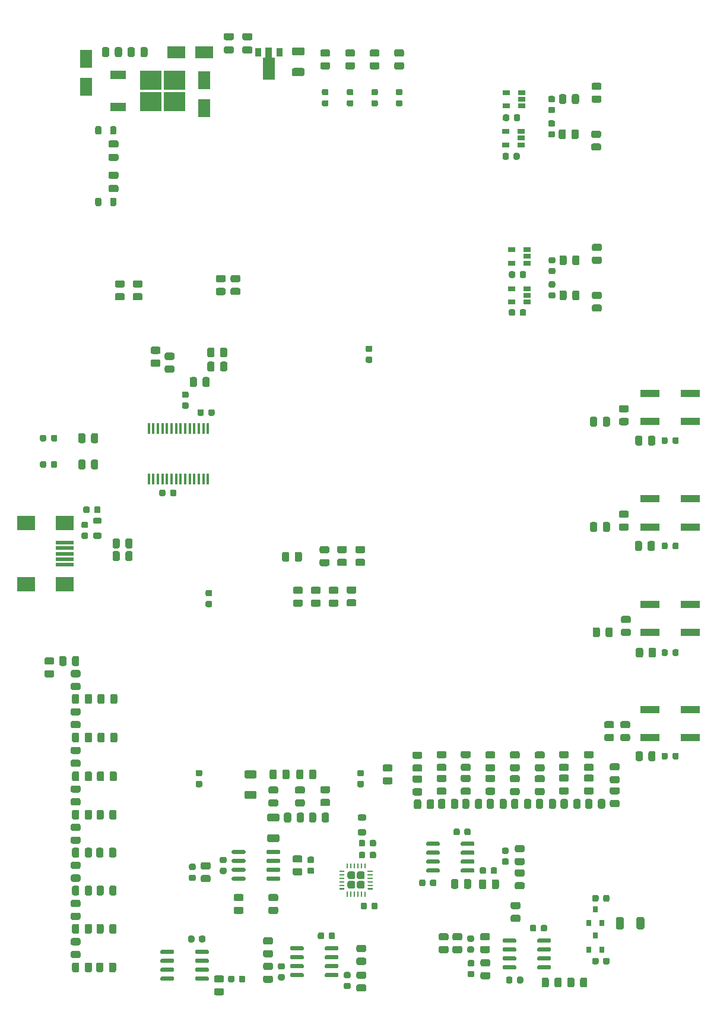
<source format=gtp>
%TF.GenerationSoftware,KiCad,Pcbnew,5.1.10-88a1d61d58~90~ubuntu20.04.1*%
%TF.CreationDate,2021-11-03T15:51:46-04:00*%
%TF.ProjectId,de0_nano_breakout,6465305f-6e61-46e6-9f5f-627265616b6f,rev?*%
%TF.SameCoordinates,Original*%
%TF.FileFunction,Paste,Top*%
%TF.FilePolarity,Positive*%
%FSLAX46Y46*%
G04 Gerber Fmt 4.6, Leading zero omitted, Abs format (unit mm)*
G04 Created by KiCad (PCBNEW 5.1.10-88a1d61d58~90~ubuntu20.04.1) date 2021-11-03 15:51:46*
%MOMM*%
%LPD*%
G01*
G04 APERTURE LIST*
%ADD10R,2.800000X1.000000*%
%ADD11R,1.060000X0.650000*%
%ADD12R,0.310000X1.610000*%
%ADD13C,0.100000*%
%ADD14R,0.900000X1.300000*%
%ADD15R,3.050000X2.750000*%
%ADD16R,2.200000X1.200000*%
%ADD17R,0.800000X0.900000*%
%ADD18R,2.500000X0.500000*%
%ADD19R,2.500000X2.000000*%
%ADD20R,2.500000X1.800000*%
%ADD21R,1.800000X2.500000*%
G04 APERTURE END LIST*
%TO.C,C43*%
G36*
G01*
X100600000Y-148175000D02*
X101100000Y-148175000D01*
G75*
G02*
X101325000Y-148400000I0J-225000D01*
G01*
X101325000Y-148850000D01*
G75*
G02*
X101100000Y-149075000I-225000J0D01*
G01*
X100600000Y-149075000D01*
G75*
G02*
X100375000Y-148850000I0J225000D01*
G01*
X100375000Y-148400000D01*
G75*
G02*
X100600000Y-148175000I225000J0D01*
G01*
G37*
G36*
G01*
X100600000Y-146625000D02*
X101100000Y-146625000D01*
G75*
G02*
X101325000Y-146850000I0J-225000D01*
G01*
X101325000Y-147300000D01*
G75*
G02*
X101100000Y-147525000I-225000J0D01*
G01*
X100600000Y-147525000D01*
G75*
G02*
X100375000Y-147300000I0J225000D01*
G01*
X100375000Y-146850000D01*
G75*
G02*
X100600000Y-146625000I225000J0D01*
G01*
G37*
%TD*%
%TO.C,C42*%
G36*
G01*
X77550000Y-148175000D02*
X78050000Y-148175000D01*
G75*
G02*
X78275000Y-148400000I0J-225000D01*
G01*
X78275000Y-148850000D01*
G75*
G02*
X78050000Y-149075000I-225000J0D01*
G01*
X77550000Y-149075000D01*
G75*
G02*
X77325000Y-148850000I0J225000D01*
G01*
X77325000Y-148400000D01*
G75*
G02*
X77550000Y-148175000I225000J0D01*
G01*
G37*
G36*
G01*
X77550000Y-146625000D02*
X78050000Y-146625000D01*
G75*
G02*
X78275000Y-146850000I0J-225000D01*
G01*
X78275000Y-147300000D01*
G75*
G02*
X78050000Y-147525000I-225000J0D01*
G01*
X77550000Y-147525000D01*
G75*
G02*
X77325000Y-147300000I0J225000D01*
G01*
X77325000Y-146850000D01*
G75*
G02*
X77550000Y-146625000I225000J0D01*
G01*
G37*
%TD*%
D10*
%TO.C,SW5*%
X147900000Y-142000000D03*
X142100000Y-142000000D03*
X147900000Y-138000000D03*
X142100000Y-138000000D03*
%TD*%
%TO.C,SW4*%
X147900000Y-127000000D03*
X142100000Y-127000000D03*
X147900000Y-123000000D03*
X142100000Y-123000000D03*
%TD*%
%TO.C,SW3*%
X147900000Y-112000000D03*
X142100000Y-112000000D03*
X147900000Y-108000000D03*
X142100000Y-108000000D03*
%TD*%
%TO.C,SW1*%
X147900000Y-97000000D03*
X142100000Y-97000000D03*
X147900000Y-93000000D03*
X142100000Y-93000000D03*
%TD*%
%TO.C,C41*%
G36*
G01*
X118750000Y-160700000D02*
X118750000Y-161200000D01*
G75*
G02*
X118525000Y-161425000I-225000J0D01*
G01*
X118075000Y-161425000D01*
G75*
G02*
X117850000Y-161200000I0J225000D01*
G01*
X117850000Y-160700000D01*
G75*
G02*
X118075000Y-160475000I225000J0D01*
G01*
X118525000Y-160475000D01*
G75*
G02*
X118750000Y-160700000I0J-225000D01*
G01*
G37*
G36*
G01*
X120300000Y-160700000D02*
X120300000Y-161200000D01*
G75*
G02*
X120075000Y-161425000I-225000J0D01*
G01*
X119625000Y-161425000D01*
G75*
G02*
X119400000Y-161200000I0J225000D01*
G01*
X119400000Y-160700000D01*
G75*
G02*
X119625000Y-160475000I225000J0D01*
G01*
X120075000Y-160475000D01*
G75*
G02*
X120300000Y-160700000I0J-225000D01*
G01*
G37*
%TD*%
%TO.C,C40*%
G36*
G01*
X116350000Y-175250000D02*
X116850000Y-175250000D01*
G75*
G02*
X117075000Y-175475000I0J-225000D01*
G01*
X117075000Y-175925000D01*
G75*
G02*
X116850000Y-176150000I-225000J0D01*
G01*
X116350000Y-176150000D01*
G75*
G02*
X116125000Y-175925000I0J225000D01*
G01*
X116125000Y-175475000D01*
G75*
G02*
X116350000Y-175250000I225000J0D01*
G01*
G37*
G36*
G01*
X116350000Y-173700000D02*
X116850000Y-173700000D01*
G75*
G02*
X117075000Y-173925000I0J-225000D01*
G01*
X117075000Y-174375000D01*
G75*
G02*
X116850000Y-174600000I-225000J0D01*
G01*
X116350000Y-174600000D01*
G75*
G02*
X116125000Y-174375000I0J225000D01*
G01*
X116125000Y-173925000D01*
G75*
G02*
X116350000Y-173700000I225000J0D01*
G01*
G37*
%TD*%
%TO.C,C39*%
G36*
G01*
X135450000Y-174100000D02*
X135450000Y-173600000D01*
G75*
G02*
X135675000Y-173375000I225000J0D01*
G01*
X136125000Y-173375000D01*
G75*
G02*
X136350000Y-173600000I0J-225000D01*
G01*
X136350000Y-174100000D01*
G75*
G02*
X136125000Y-174325000I-225000J0D01*
G01*
X135675000Y-174325000D01*
G75*
G02*
X135450000Y-174100000I0J225000D01*
G01*
G37*
G36*
G01*
X133900000Y-174100000D02*
X133900000Y-173600000D01*
G75*
G02*
X134125000Y-173375000I225000J0D01*
G01*
X134575000Y-173375000D01*
G75*
G02*
X134800000Y-173600000I0J-225000D01*
G01*
X134800000Y-174100000D01*
G75*
G02*
X134575000Y-174325000I-225000J0D01*
G01*
X134125000Y-174325000D01*
G75*
G02*
X133900000Y-174100000I0J225000D01*
G01*
G37*
%TD*%
%TO.C,C38*%
G36*
G01*
X135450000Y-165150000D02*
X135450000Y-164650000D01*
G75*
G02*
X135675000Y-164425000I225000J0D01*
G01*
X136125000Y-164425000D01*
G75*
G02*
X136350000Y-164650000I0J-225000D01*
G01*
X136350000Y-165150000D01*
G75*
G02*
X136125000Y-165375000I-225000J0D01*
G01*
X135675000Y-165375000D01*
G75*
G02*
X135450000Y-165150000I0J225000D01*
G01*
G37*
G36*
G01*
X133900000Y-165150000D02*
X133900000Y-164650000D01*
G75*
G02*
X134125000Y-164425000I225000J0D01*
G01*
X134575000Y-164425000D01*
G75*
G02*
X134800000Y-164650000I0J-225000D01*
G01*
X134800000Y-165150000D01*
G75*
G02*
X134575000Y-165375000I-225000J0D01*
G01*
X134125000Y-165375000D01*
G75*
G02*
X133900000Y-165150000I0J225000D01*
G01*
G37*
%TD*%
%TO.C,U12*%
G36*
G01*
X126050000Y-171095000D02*
X126050000Y-170795000D01*
G75*
G02*
X126200000Y-170645000I150000J0D01*
G01*
X127850000Y-170645000D01*
G75*
G02*
X128000000Y-170795000I0J-150000D01*
G01*
X128000000Y-171095000D01*
G75*
G02*
X127850000Y-171245000I-150000J0D01*
G01*
X126200000Y-171245000D01*
G75*
G02*
X126050000Y-171095000I0J150000D01*
G01*
G37*
G36*
G01*
X126050000Y-172365000D02*
X126050000Y-172065000D01*
G75*
G02*
X126200000Y-171915000I150000J0D01*
G01*
X127850000Y-171915000D01*
G75*
G02*
X128000000Y-172065000I0J-150000D01*
G01*
X128000000Y-172365000D01*
G75*
G02*
X127850000Y-172515000I-150000J0D01*
G01*
X126200000Y-172515000D01*
G75*
G02*
X126050000Y-172365000I0J150000D01*
G01*
G37*
G36*
G01*
X126050000Y-173635000D02*
X126050000Y-173335000D01*
G75*
G02*
X126200000Y-173185000I150000J0D01*
G01*
X127850000Y-173185000D01*
G75*
G02*
X128000000Y-173335000I0J-150000D01*
G01*
X128000000Y-173635000D01*
G75*
G02*
X127850000Y-173785000I-150000J0D01*
G01*
X126200000Y-173785000D01*
G75*
G02*
X126050000Y-173635000I0J150000D01*
G01*
G37*
G36*
G01*
X126050000Y-174905000D02*
X126050000Y-174605000D01*
G75*
G02*
X126200000Y-174455000I150000J0D01*
G01*
X127850000Y-174455000D01*
G75*
G02*
X128000000Y-174605000I0J-150000D01*
G01*
X128000000Y-174905000D01*
G75*
G02*
X127850000Y-175055000I-150000J0D01*
G01*
X126200000Y-175055000D01*
G75*
G02*
X126050000Y-174905000I0J150000D01*
G01*
G37*
G36*
G01*
X121100000Y-174905000D02*
X121100000Y-174605000D01*
G75*
G02*
X121250000Y-174455000I150000J0D01*
G01*
X122900000Y-174455000D01*
G75*
G02*
X123050000Y-174605000I0J-150000D01*
G01*
X123050000Y-174905000D01*
G75*
G02*
X122900000Y-175055000I-150000J0D01*
G01*
X121250000Y-175055000D01*
G75*
G02*
X121100000Y-174905000I0J150000D01*
G01*
G37*
G36*
G01*
X121100000Y-173635000D02*
X121100000Y-173335000D01*
G75*
G02*
X121250000Y-173185000I150000J0D01*
G01*
X122900000Y-173185000D01*
G75*
G02*
X123050000Y-173335000I0J-150000D01*
G01*
X123050000Y-173635000D01*
G75*
G02*
X122900000Y-173785000I-150000J0D01*
G01*
X121250000Y-173785000D01*
G75*
G02*
X121100000Y-173635000I0J150000D01*
G01*
G37*
G36*
G01*
X121100000Y-172365000D02*
X121100000Y-172065000D01*
G75*
G02*
X121250000Y-171915000I150000J0D01*
G01*
X122900000Y-171915000D01*
G75*
G02*
X123050000Y-172065000I0J-150000D01*
G01*
X123050000Y-172365000D01*
G75*
G02*
X122900000Y-172515000I-150000J0D01*
G01*
X121250000Y-172515000D01*
G75*
G02*
X121100000Y-172365000I0J150000D01*
G01*
G37*
G36*
G01*
X121100000Y-171095000D02*
X121100000Y-170795000D01*
G75*
G02*
X121250000Y-170645000I150000J0D01*
G01*
X122900000Y-170645000D01*
G75*
G02*
X123050000Y-170795000I0J-150000D01*
G01*
X123050000Y-171095000D01*
G75*
G02*
X122900000Y-171245000I-150000J0D01*
G01*
X121250000Y-171245000D01*
G75*
G02*
X121100000Y-171095000I0J150000D01*
G01*
G37*
%TD*%
%TO.C,C37*%
G36*
G01*
X78950000Y-122525000D02*
X79450000Y-122525000D01*
G75*
G02*
X79675000Y-122750000I0J-225000D01*
G01*
X79675000Y-123200000D01*
G75*
G02*
X79450000Y-123425000I-225000J0D01*
G01*
X78950000Y-123425000D01*
G75*
G02*
X78725000Y-123200000I0J225000D01*
G01*
X78725000Y-122750000D01*
G75*
G02*
X78950000Y-122525000I225000J0D01*
G01*
G37*
G36*
G01*
X78950000Y-120975000D02*
X79450000Y-120975000D01*
G75*
G02*
X79675000Y-121200000I0J-225000D01*
G01*
X79675000Y-121650000D01*
G75*
G02*
X79450000Y-121875000I-225000J0D01*
G01*
X78950000Y-121875000D01*
G75*
G02*
X78725000Y-121650000I0J225000D01*
G01*
X78725000Y-121200000D01*
G75*
G02*
X78950000Y-120975000I225000J0D01*
G01*
G37*
%TD*%
%TO.C,C36*%
G36*
G01*
X102300000Y-87075000D02*
X101800000Y-87075000D01*
G75*
G02*
X101575000Y-86850000I0J225000D01*
G01*
X101575000Y-86400000D01*
G75*
G02*
X101800000Y-86175000I225000J0D01*
G01*
X102300000Y-86175000D01*
G75*
G02*
X102525000Y-86400000I0J-225000D01*
G01*
X102525000Y-86850000D01*
G75*
G02*
X102300000Y-87075000I-225000J0D01*
G01*
G37*
G36*
G01*
X102300000Y-88625000D02*
X101800000Y-88625000D01*
G75*
G02*
X101575000Y-88400000I0J225000D01*
G01*
X101575000Y-87950000D01*
G75*
G02*
X101800000Y-87725000I225000J0D01*
G01*
X102300000Y-87725000D01*
G75*
G02*
X102525000Y-87950000I0J-225000D01*
G01*
X102525000Y-88400000D01*
G75*
G02*
X102300000Y-88625000I-225000J0D01*
G01*
G37*
%TD*%
%TO.C,U14*%
G36*
G01*
X84425000Y-161950000D02*
X84425000Y-162250000D01*
G75*
G02*
X84275000Y-162400000I-150000J0D01*
G01*
X82625000Y-162400000D01*
G75*
G02*
X82475000Y-162250000I0J150000D01*
G01*
X82475000Y-161950000D01*
G75*
G02*
X82625000Y-161800000I150000J0D01*
G01*
X84275000Y-161800000D01*
G75*
G02*
X84425000Y-161950000I0J-150000D01*
G01*
G37*
G36*
G01*
X84425000Y-160680000D02*
X84425000Y-160980000D01*
G75*
G02*
X84275000Y-161130000I-150000J0D01*
G01*
X82625000Y-161130000D01*
G75*
G02*
X82475000Y-160980000I0J150000D01*
G01*
X82475000Y-160680000D01*
G75*
G02*
X82625000Y-160530000I150000J0D01*
G01*
X84275000Y-160530000D01*
G75*
G02*
X84425000Y-160680000I0J-150000D01*
G01*
G37*
G36*
G01*
X84425000Y-159410000D02*
X84425000Y-159710000D01*
G75*
G02*
X84275000Y-159860000I-150000J0D01*
G01*
X82625000Y-159860000D01*
G75*
G02*
X82475000Y-159710000I0J150000D01*
G01*
X82475000Y-159410000D01*
G75*
G02*
X82625000Y-159260000I150000J0D01*
G01*
X84275000Y-159260000D01*
G75*
G02*
X84425000Y-159410000I0J-150000D01*
G01*
G37*
G36*
G01*
X84425000Y-158140000D02*
X84425000Y-158440000D01*
G75*
G02*
X84275000Y-158590000I-150000J0D01*
G01*
X82625000Y-158590000D01*
G75*
G02*
X82475000Y-158440000I0J150000D01*
G01*
X82475000Y-158140000D01*
G75*
G02*
X82625000Y-157990000I150000J0D01*
G01*
X84275000Y-157990000D01*
G75*
G02*
X84425000Y-158140000I0J-150000D01*
G01*
G37*
G36*
G01*
X89375000Y-158140000D02*
X89375000Y-158440000D01*
G75*
G02*
X89225000Y-158590000I-150000J0D01*
G01*
X87575000Y-158590000D01*
G75*
G02*
X87425000Y-158440000I0J150000D01*
G01*
X87425000Y-158140000D01*
G75*
G02*
X87575000Y-157990000I150000J0D01*
G01*
X89225000Y-157990000D01*
G75*
G02*
X89375000Y-158140000I0J-150000D01*
G01*
G37*
G36*
G01*
X89375000Y-159410000D02*
X89375000Y-159710000D01*
G75*
G02*
X89225000Y-159860000I-150000J0D01*
G01*
X87575000Y-159860000D01*
G75*
G02*
X87425000Y-159710000I0J150000D01*
G01*
X87425000Y-159410000D01*
G75*
G02*
X87575000Y-159260000I150000J0D01*
G01*
X89225000Y-159260000D01*
G75*
G02*
X89375000Y-159410000I0J-150000D01*
G01*
G37*
G36*
G01*
X89375000Y-160680000D02*
X89375000Y-160980000D01*
G75*
G02*
X89225000Y-161130000I-150000J0D01*
G01*
X87575000Y-161130000D01*
G75*
G02*
X87425000Y-160980000I0J150000D01*
G01*
X87425000Y-160680000D01*
G75*
G02*
X87575000Y-160530000I150000J0D01*
G01*
X89225000Y-160530000D01*
G75*
G02*
X89375000Y-160680000I0J-150000D01*
G01*
G37*
G36*
G01*
X89375000Y-161950000D02*
X89375000Y-162250000D01*
G75*
G02*
X89225000Y-162400000I-150000J0D01*
G01*
X87575000Y-162400000D01*
G75*
G02*
X87425000Y-162250000I0J150000D01*
G01*
X87425000Y-161950000D01*
G75*
G02*
X87575000Y-161800000I150000J0D01*
G01*
X89225000Y-161800000D01*
G75*
G02*
X89375000Y-161950000I0J-150000D01*
G01*
G37*
%TD*%
%TO.C,U13*%
G36*
G01*
X115150000Y-157295000D02*
X115150000Y-156995000D01*
G75*
G02*
X115300000Y-156845000I150000J0D01*
G01*
X116950000Y-156845000D01*
G75*
G02*
X117100000Y-156995000I0J-150000D01*
G01*
X117100000Y-157295000D01*
G75*
G02*
X116950000Y-157445000I-150000J0D01*
G01*
X115300000Y-157445000D01*
G75*
G02*
X115150000Y-157295000I0J150000D01*
G01*
G37*
G36*
G01*
X115150000Y-158565000D02*
X115150000Y-158265000D01*
G75*
G02*
X115300000Y-158115000I150000J0D01*
G01*
X116950000Y-158115000D01*
G75*
G02*
X117100000Y-158265000I0J-150000D01*
G01*
X117100000Y-158565000D01*
G75*
G02*
X116950000Y-158715000I-150000J0D01*
G01*
X115300000Y-158715000D01*
G75*
G02*
X115150000Y-158565000I0J150000D01*
G01*
G37*
G36*
G01*
X115150000Y-159835000D02*
X115150000Y-159535000D01*
G75*
G02*
X115300000Y-159385000I150000J0D01*
G01*
X116950000Y-159385000D01*
G75*
G02*
X117100000Y-159535000I0J-150000D01*
G01*
X117100000Y-159835000D01*
G75*
G02*
X116950000Y-159985000I-150000J0D01*
G01*
X115300000Y-159985000D01*
G75*
G02*
X115150000Y-159835000I0J150000D01*
G01*
G37*
G36*
G01*
X115150000Y-161105000D02*
X115150000Y-160805000D01*
G75*
G02*
X115300000Y-160655000I150000J0D01*
G01*
X116950000Y-160655000D01*
G75*
G02*
X117100000Y-160805000I0J-150000D01*
G01*
X117100000Y-161105000D01*
G75*
G02*
X116950000Y-161255000I-150000J0D01*
G01*
X115300000Y-161255000D01*
G75*
G02*
X115150000Y-161105000I0J150000D01*
G01*
G37*
G36*
G01*
X110200000Y-161105000D02*
X110200000Y-160805000D01*
G75*
G02*
X110350000Y-160655000I150000J0D01*
G01*
X112000000Y-160655000D01*
G75*
G02*
X112150000Y-160805000I0J-150000D01*
G01*
X112150000Y-161105000D01*
G75*
G02*
X112000000Y-161255000I-150000J0D01*
G01*
X110350000Y-161255000D01*
G75*
G02*
X110200000Y-161105000I0J150000D01*
G01*
G37*
G36*
G01*
X110200000Y-159835000D02*
X110200000Y-159535000D01*
G75*
G02*
X110350000Y-159385000I150000J0D01*
G01*
X112000000Y-159385000D01*
G75*
G02*
X112150000Y-159535000I0J-150000D01*
G01*
X112150000Y-159835000D01*
G75*
G02*
X112000000Y-159985000I-150000J0D01*
G01*
X110350000Y-159985000D01*
G75*
G02*
X110200000Y-159835000I0J150000D01*
G01*
G37*
G36*
G01*
X110200000Y-158565000D02*
X110200000Y-158265000D01*
G75*
G02*
X110350000Y-158115000I150000J0D01*
G01*
X112000000Y-158115000D01*
G75*
G02*
X112150000Y-158265000I0J-150000D01*
G01*
X112150000Y-158565000D01*
G75*
G02*
X112000000Y-158715000I-150000J0D01*
G01*
X110350000Y-158715000D01*
G75*
G02*
X110200000Y-158565000I0J150000D01*
G01*
G37*
G36*
G01*
X110200000Y-157295000D02*
X110200000Y-156995000D01*
G75*
G02*
X110350000Y-156845000I150000J0D01*
G01*
X112000000Y-156845000D01*
G75*
G02*
X112150000Y-156995000I0J-150000D01*
G01*
X112150000Y-157295000D01*
G75*
G02*
X112000000Y-157445000I-150000J0D01*
G01*
X110350000Y-157445000D01*
G75*
G02*
X110200000Y-157295000I0J150000D01*
G01*
G37*
%TD*%
%TO.C,U10*%
G36*
G01*
X95750000Y-172195000D02*
X95750000Y-171895000D01*
G75*
G02*
X95900000Y-171745000I150000J0D01*
G01*
X97550000Y-171745000D01*
G75*
G02*
X97700000Y-171895000I0J-150000D01*
G01*
X97700000Y-172195000D01*
G75*
G02*
X97550000Y-172345000I-150000J0D01*
G01*
X95900000Y-172345000D01*
G75*
G02*
X95750000Y-172195000I0J150000D01*
G01*
G37*
G36*
G01*
X95750000Y-173465000D02*
X95750000Y-173165000D01*
G75*
G02*
X95900000Y-173015000I150000J0D01*
G01*
X97550000Y-173015000D01*
G75*
G02*
X97700000Y-173165000I0J-150000D01*
G01*
X97700000Y-173465000D01*
G75*
G02*
X97550000Y-173615000I-150000J0D01*
G01*
X95900000Y-173615000D01*
G75*
G02*
X95750000Y-173465000I0J150000D01*
G01*
G37*
G36*
G01*
X95750000Y-174735000D02*
X95750000Y-174435000D01*
G75*
G02*
X95900000Y-174285000I150000J0D01*
G01*
X97550000Y-174285000D01*
G75*
G02*
X97700000Y-174435000I0J-150000D01*
G01*
X97700000Y-174735000D01*
G75*
G02*
X97550000Y-174885000I-150000J0D01*
G01*
X95900000Y-174885000D01*
G75*
G02*
X95750000Y-174735000I0J150000D01*
G01*
G37*
G36*
G01*
X95750000Y-176005000D02*
X95750000Y-175705000D01*
G75*
G02*
X95900000Y-175555000I150000J0D01*
G01*
X97550000Y-175555000D01*
G75*
G02*
X97700000Y-175705000I0J-150000D01*
G01*
X97700000Y-176005000D01*
G75*
G02*
X97550000Y-176155000I-150000J0D01*
G01*
X95900000Y-176155000D01*
G75*
G02*
X95750000Y-176005000I0J150000D01*
G01*
G37*
G36*
G01*
X90800000Y-176005000D02*
X90800000Y-175705000D01*
G75*
G02*
X90950000Y-175555000I150000J0D01*
G01*
X92600000Y-175555000D01*
G75*
G02*
X92750000Y-175705000I0J-150000D01*
G01*
X92750000Y-176005000D01*
G75*
G02*
X92600000Y-176155000I-150000J0D01*
G01*
X90950000Y-176155000D01*
G75*
G02*
X90800000Y-176005000I0J150000D01*
G01*
G37*
G36*
G01*
X90800000Y-174735000D02*
X90800000Y-174435000D01*
G75*
G02*
X90950000Y-174285000I150000J0D01*
G01*
X92600000Y-174285000D01*
G75*
G02*
X92750000Y-174435000I0J-150000D01*
G01*
X92750000Y-174735000D01*
G75*
G02*
X92600000Y-174885000I-150000J0D01*
G01*
X90950000Y-174885000D01*
G75*
G02*
X90800000Y-174735000I0J150000D01*
G01*
G37*
G36*
G01*
X90800000Y-173465000D02*
X90800000Y-173165000D01*
G75*
G02*
X90950000Y-173015000I150000J0D01*
G01*
X92600000Y-173015000D01*
G75*
G02*
X92750000Y-173165000I0J-150000D01*
G01*
X92750000Y-173465000D01*
G75*
G02*
X92600000Y-173615000I-150000J0D01*
G01*
X90950000Y-173615000D01*
G75*
G02*
X90800000Y-173465000I0J150000D01*
G01*
G37*
G36*
G01*
X90800000Y-172195000D02*
X90800000Y-171895000D01*
G75*
G02*
X90950000Y-171745000I150000J0D01*
G01*
X92600000Y-171745000D01*
G75*
G02*
X92750000Y-171895000I0J-150000D01*
G01*
X92750000Y-172195000D01*
G75*
G02*
X92600000Y-172345000I-150000J0D01*
G01*
X90950000Y-172345000D01*
G75*
G02*
X90800000Y-172195000I0J150000D01*
G01*
G37*
%TD*%
%TO.C,U11*%
G36*
G01*
X77250000Y-172695000D02*
X77250000Y-172395000D01*
G75*
G02*
X77400000Y-172245000I150000J0D01*
G01*
X79050000Y-172245000D01*
G75*
G02*
X79200000Y-172395000I0J-150000D01*
G01*
X79200000Y-172695000D01*
G75*
G02*
X79050000Y-172845000I-150000J0D01*
G01*
X77400000Y-172845000D01*
G75*
G02*
X77250000Y-172695000I0J150000D01*
G01*
G37*
G36*
G01*
X77250000Y-173965000D02*
X77250000Y-173665000D01*
G75*
G02*
X77400000Y-173515000I150000J0D01*
G01*
X79050000Y-173515000D01*
G75*
G02*
X79200000Y-173665000I0J-150000D01*
G01*
X79200000Y-173965000D01*
G75*
G02*
X79050000Y-174115000I-150000J0D01*
G01*
X77400000Y-174115000D01*
G75*
G02*
X77250000Y-173965000I0J150000D01*
G01*
G37*
G36*
G01*
X77250000Y-175235000D02*
X77250000Y-174935000D01*
G75*
G02*
X77400000Y-174785000I150000J0D01*
G01*
X79050000Y-174785000D01*
G75*
G02*
X79200000Y-174935000I0J-150000D01*
G01*
X79200000Y-175235000D01*
G75*
G02*
X79050000Y-175385000I-150000J0D01*
G01*
X77400000Y-175385000D01*
G75*
G02*
X77250000Y-175235000I0J150000D01*
G01*
G37*
G36*
G01*
X77250000Y-176505000D02*
X77250000Y-176205000D01*
G75*
G02*
X77400000Y-176055000I150000J0D01*
G01*
X79050000Y-176055000D01*
G75*
G02*
X79200000Y-176205000I0J-150000D01*
G01*
X79200000Y-176505000D01*
G75*
G02*
X79050000Y-176655000I-150000J0D01*
G01*
X77400000Y-176655000D01*
G75*
G02*
X77250000Y-176505000I0J150000D01*
G01*
G37*
G36*
G01*
X72300000Y-176505000D02*
X72300000Y-176205000D01*
G75*
G02*
X72450000Y-176055000I150000J0D01*
G01*
X74100000Y-176055000D01*
G75*
G02*
X74250000Y-176205000I0J-150000D01*
G01*
X74250000Y-176505000D01*
G75*
G02*
X74100000Y-176655000I-150000J0D01*
G01*
X72450000Y-176655000D01*
G75*
G02*
X72300000Y-176505000I0J150000D01*
G01*
G37*
G36*
G01*
X72300000Y-175235000D02*
X72300000Y-174935000D01*
G75*
G02*
X72450000Y-174785000I150000J0D01*
G01*
X74100000Y-174785000D01*
G75*
G02*
X74250000Y-174935000I0J-150000D01*
G01*
X74250000Y-175235000D01*
G75*
G02*
X74100000Y-175385000I-150000J0D01*
G01*
X72450000Y-175385000D01*
G75*
G02*
X72300000Y-175235000I0J150000D01*
G01*
G37*
G36*
G01*
X72300000Y-173965000D02*
X72300000Y-173665000D01*
G75*
G02*
X72450000Y-173515000I150000J0D01*
G01*
X74100000Y-173515000D01*
G75*
G02*
X74250000Y-173665000I0J-150000D01*
G01*
X74250000Y-173965000D01*
G75*
G02*
X74100000Y-174115000I-150000J0D01*
G01*
X72450000Y-174115000D01*
G75*
G02*
X72300000Y-173965000I0J150000D01*
G01*
G37*
G36*
G01*
X72300000Y-172695000D02*
X72300000Y-172395000D01*
G75*
G02*
X72450000Y-172245000I150000J0D01*
G01*
X74100000Y-172245000D01*
G75*
G02*
X74250000Y-172395000I0J-150000D01*
G01*
X74250000Y-172695000D01*
G75*
G02*
X74100000Y-172845000I-150000J0D01*
G01*
X72450000Y-172845000D01*
G75*
G02*
X72300000Y-172695000I0J150000D01*
G01*
G37*
%TD*%
%TO.C,U9*%
G36*
G01*
X98865000Y-160617500D02*
X98865000Y-159957500D01*
G75*
G02*
X98907500Y-159915000I42500J0D01*
G01*
X98992500Y-159915000D01*
G75*
G02*
X99035000Y-159957500I0J-42500D01*
G01*
X99035000Y-160617500D01*
G75*
G02*
X98992500Y-160660000I-42500J0D01*
G01*
X98907500Y-160660000D01*
G75*
G02*
X98865000Y-160617500I0J42500D01*
G01*
G37*
G36*
G01*
X99365000Y-160617500D02*
X99365000Y-159957500D01*
G75*
G02*
X99407500Y-159915000I42500J0D01*
G01*
X99492500Y-159915000D01*
G75*
G02*
X99535000Y-159957500I0J-42500D01*
G01*
X99535000Y-160617500D01*
G75*
G02*
X99492500Y-160660000I-42500J0D01*
G01*
X99407500Y-160660000D01*
G75*
G02*
X99365000Y-160617500I0J42500D01*
G01*
G37*
G36*
G01*
X99865000Y-160617500D02*
X99865000Y-159957500D01*
G75*
G02*
X99907500Y-159915000I42500J0D01*
G01*
X99992500Y-159915000D01*
G75*
G02*
X100035000Y-159957500I0J-42500D01*
G01*
X100035000Y-160617500D01*
G75*
G02*
X99992500Y-160660000I-42500J0D01*
G01*
X99907500Y-160660000D01*
G75*
G02*
X99865000Y-160617500I0J42500D01*
G01*
G37*
G36*
G01*
X100365000Y-160617500D02*
X100365000Y-159957500D01*
G75*
G02*
X100407500Y-159915000I42500J0D01*
G01*
X100492500Y-159915000D01*
G75*
G02*
X100535000Y-159957500I0J-42500D01*
G01*
X100535000Y-160617500D01*
G75*
G02*
X100492500Y-160660000I-42500J0D01*
G01*
X100407500Y-160660000D01*
G75*
G02*
X100365000Y-160617500I0J42500D01*
G01*
G37*
G36*
G01*
X100865000Y-160617500D02*
X100865000Y-159957500D01*
G75*
G02*
X100907500Y-159915000I42500J0D01*
G01*
X100992500Y-159915000D01*
G75*
G02*
X101035000Y-159957500I0J-42500D01*
G01*
X101035000Y-160617500D01*
G75*
G02*
X100992500Y-160660000I-42500J0D01*
G01*
X100907500Y-160660000D01*
G75*
G02*
X100865000Y-160617500I0J42500D01*
G01*
G37*
G36*
G01*
X101365000Y-160617500D02*
X101365000Y-159957500D01*
G75*
G02*
X101407500Y-159915000I42500J0D01*
G01*
X101492500Y-159915000D01*
G75*
G02*
X101535000Y-159957500I0J-42500D01*
G01*
X101535000Y-160617500D01*
G75*
G02*
X101492500Y-160660000I-42500J0D01*
G01*
X101407500Y-160660000D01*
G75*
G02*
X101365000Y-160617500I0J42500D01*
G01*
G37*
G36*
G01*
X101840000Y-161092500D02*
X101840000Y-161007500D01*
G75*
G02*
X101882500Y-160965000I42500J0D01*
G01*
X102542500Y-160965000D01*
G75*
G02*
X102585000Y-161007500I0J-42500D01*
G01*
X102585000Y-161092500D01*
G75*
G02*
X102542500Y-161135000I-42500J0D01*
G01*
X101882500Y-161135000D01*
G75*
G02*
X101840000Y-161092500I0J42500D01*
G01*
G37*
G36*
G01*
X101840000Y-161592500D02*
X101840000Y-161507500D01*
G75*
G02*
X101882500Y-161465000I42500J0D01*
G01*
X102542500Y-161465000D01*
G75*
G02*
X102585000Y-161507500I0J-42500D01*
G01*
X102585000Y-161592500D01*
G75*
G02*
X102542500Y-161635000I-42500J0D01*
G01*
X101882500Y-161635000D01*
G75*
G02*
X101840000Y-161592500I0J42500D01*
G01*
G37*
G36*
G01*
X101840000Y-162092500D02*
X101840000Y-162007500D01*
G75*
G02*
X101882500Y-161965000I42500J0D01*
G01*
X102542500Y-161965000D01*
G75*
G02*
X102585000Y-162007500I0J-42500D01*
G01*
X102585000Y-162092500D01*
G75*
G02*
X102542500Y-162135000I-42500J0D01*
G01*
X101882500Y-162135000D01*
G75*
G02*
X101840000Y-162092500I0J42500D01*
G01*
G37*
G36*
G01*
X101840000Y-162592500D02*
X101840000Y-162507500D01*
G75*
G02*
X101882500Y-162465000I42500J0D01*
G01*
X102542500Y-162465000D01*
G75*
G02*
X102585000Y-162507500I0J-42500D01*
G01*
X102585000Y-162592500D01*
G75*
G02*
X102542500Y-162635000I-42500J0D01*
G01*
X101882500Y-162635000D01*
G75*
G02*
X101840000Y-162592500I0J42500D01*
G01*
G37*
G36*
G01*
X101840000Y-163092500D02*
X101840000Y-163007500D01*
G75*
G02*
X101882500Y-162965000I42500J0D01*
G01*
X102542500Y-162965000D01*
G75*
G02*
X102585000Y-163007500I0J-42500D01*
G01*
X102585000Y-163092500D01*
G75*
G02*
X102542500Y-163135000I-42500J0D01*
G01*
X101882500Y-163135000D01*
G75*
G02*
X101840000Y-163092500I0J42500D01*
G01*
G37*
G36*
G01*
X101840000Y-163592500D02*
X101840000Y-163507500D01*
G75*
G02*
X101882500Y-163465000I42500J0D01*
G01*
X102542500Y-163465000D01*
G75*
G02*
X102585000Y-163507500I0J-42500D01*
G01*
X102585000Y-163592500D01*
G75*
G02*
X102542500Y-163635000I-42500J0D01*
G01*
X101882500Y-163635000D01*
G75*
G02*
X101840000Y-163592500I0J42500D01*
G01*
G37*
G36*
G01*
X101365000Y-164642500D02*
X101365000Y-163982500D01*
G75*
G02*
X101407500Y-163940000I42500J0D01*
G01*
X101492500Y-163940000D01*
G75*
G02*
X101535000Y-163982500I0J-42500D01*
G01*
X101535000Y-164642500D01*
G75*
G02*
X101492500Y-164685000I-42500J0D01*
G01*
X101407500Y-164685000D01*
G75*
G02*
X101365000Y-164642500I0J42500D01*
G01*
G37*
G36*
G01*
X100865000Y-164642500D02*
X100865000Y-163982500D01*
G75*
G02*
X100907500Y-163940000I42500J0D01*
G01*
X100992500Y-163940000D01*
G75*
G02*
X101035000Y-163982500I0J-42500D01*
G01*
X101035000Y-164642500D01*
G75*
G02*
X100992500Y-164685000I-42500J0D01*
G01*
X100907500Y-164685000D01*
G75*
G02*
X100865000Y-164642500I0J42500D01*
G01*
G37*
G36*
G01*
X100365000Y-164642500D02*
X100365000Y-163982500D01*
G75*
G02*
X100407500Y-163940000I42500J0D01*
G01*
X100492500Y-163940000D01*
G75*
G02*
X100535000Y-163982500I0J-42500D01*
G01*
X100535000Y-164642500D01*
G75*
G02*
X100492500Y-164685000I-42500J0D01*
G01*
X100407500Y-164685000D01*
G75*
G02*
X100365000Y-164642500I0J42500D01*
G01*
G37*
G36*
G01*
X99865000Y-164642500D02*
X99865000Y-163982500D01*
G75*
G02*
X99907500Y-163940000I42500J0D01*
G01*
X99992500Y-163940000D01*
G75*
G02*
X100035000Y-163982500I0J-42500D01*
G01*
X100035000Y-164642500D01*
G75*
G02*
X99992500Y-164685000I-42500J0D01*
G01*
X99907500Y-164685000D01*
G75*
G02*
X99865000Y-164642500I0J42500D01*
G01*
G37*
G36*
G01*
X99365000Y-164642500D02*
X99365000Y-163982500D01*
G75*
G02*
X99407500Y-163940000I42500J0D01*
G01*
X99492500Y-163940000D01*
G75*
G02*
X99535000Y-163982500I0J-42500D01*
G01*
X99535000Y-164642500D01*
G75*
G02*
X99492500Y-164685000I-42500J0D01*
G01*
X99407500Y-164685000D01*
G75*
G02*
X99365000Y-164642500I0J42500D01*
G01*
G37*
G36*
G01*
X98865000Y-164642500D02*
X98865000Y-163982500D01*
G75*
G02*
X98907500Y-163940000I42500J0D01*
G01*
X98992500Y-163940000D01*
G75*
G02*
X99035000Y-163982500I0J-42500D01*
G01*
X99035000Y-164642500D01*
G75*
G02*
X98992500Y-164685000I-42500J0D01*
G01*
X98907500Y-164685000D01*
G75*
G02*
X98865000Y-164642500I0J42500D01*
G01*
G37*
G36*
G01*
X97815000Y-163592500D02*
X97815000Y-163507500D01*
G75*
G02*
X97857500Y-163465000I42500J0D01*
G01*
X98517500Y-163465000D01*
G75*
G02*
X98560000Y-163507500I0J-42500D01*
G01*
X98560000Y-163592500D01*
G75*
G02*
X98517500Y-163635000I-42500J0D01*
G01*
X97857500Y-163635000D01*
G75*
G02*
X97815000Y-163592500I0J42500D01*
G01*
G37*
G36*
G01*
X97815000Y-163092500D02*
X97815000Y-163007500D01*
G75*
G02*
X97857500Y-162965000I42500J0D01*
G01*
X98517500Y-162965000D01*
G75*
G02*
X98560000Y-163007500I0J-42500D01*
G01*
X98560000Y-163092500D01*
G75*
G02*
X98517500Y-163135000I-42500J0D01*
G01*
X97857500Y-163135000D01*
G75*
G02*
X97815000Y-163092500I0J42500D01*
G01*
G37*
G36*
G01*
X97815000Y-162592500D02*
X97815000Y-162507500D01*
G75*
G02*
X97857500Y-162465000I42500J0D01*
G01*
X98517500Y-162465000D01*
G75*
G02*
X98560000Y-162507500I0J-42500D01*
G01*
X98560000Y-162592500D01*
G75*
G02*
X98517500Y-162635000I-42500J0D01*
G01*
X97857500Y-162635000D01*
G75*
G02*
X97815000Y-162592500I0J42500D01*
G01*
G37*
G36*
G01*
X97815000Y-162092500D02*
X97815000Y-162007500D01*
G75*
G02*
X97857500Y-161965000I42500J0D01*
G01*
X98517500Y-161965000D01*
G75*
G02*
X98560000Y-162007500I0J-42500D01*
G01*
X98560000Y-162092500D01*
G75*
G02*
X98517500Y-162135000I-42500J0D01*
G01*
X97857500Y-162135000D01*
G75*
G02*
X97815000Y-162092500I0J42500D01*
G01*
G37*
G36*
G01*
X97815000Y-161592500D02*
X97815000Y-161507500D01*
G75*
G02*
X97857500Y-161465000I42500J0D01*
G01*
X98517500Y-161465000D01*
G75*
G02*
X98560000Y-161507500I0J-42500D01*
G01*
X98560000Y-161592500D01*
G75*
G02*
X98517500Y-161635000I-42500J0D01*
G01*
X97857500Y-161635000D01*
G75*
G02*
X97815000Y-161592500I0J42500D01*
G01*
G37*
G36*
G01*
X97815000Y-161092500D02*
X97815000Y-161007500D01*
G75*
G02*
X97857500Y-160965000I42500J0D01*
G01*
X98517500Y-160965000D01*
G75*
G02*
X98560000Y-161007500I0J-42500D01*
G01*
X98560000Y-161092500D01*
G75*
G02*
X98517500Y-161135000I-42500J0D01*
G01*
X97857500Y-161135000D01*
G75*
G02*
X97815000Y-161092500I0J42500D01*
G01*
G37*
G36*
G01*
X100330000Y-163270000D02*
X100330000Y-162680000D01*
G75*
G02*
X100580000Y-162430000I250000J0D01*
G01*
X101170000Y-162430000D01*
G75*
G02*
X101420000Y-162680000I0J-250000D01*
G01*
X101420000Y-163270000D01*
G75*
G02*
X101170000Y-163520000I-250000J0D01*
G01*
X100580000Y-163520000D01*
G75*
G02*
X100330000Y-163270000I0J250000D01*
G01*
G37*
G36*
G01*
X100330000Y-161920000D02*
X100330000Y-161330000D01*
G75*
G02*
X100580000Y-161080000I250000J0D01*
G01*
X101170000Y-161080000D01*
G75*
G02*
X101420000Y-161330000I0J-250000D01*
G01*
X101420000Y-161920000D01*
G75*
G02*
X101170000Y-162170000I-250000J0D01*
G01*
X100580000Y-162170000D01*
G75*
G02*
X100330000Y-161920000I0J250000D01*
G01*
G37*
G36*
G01*
X98980000Y-163270000D02*
X98980000Y-162680000D01*
G75*
G02*
X99230000Y-162430000I250000J0D01*
G01*
X99820000Y-162430000D01*
G75*
G02*
X100070000Y-162680000I0J-250000D01*
G01*
X100070000Y-163270000D01*
G75*
G02*
X99820000Y-163520000I-250000J0D01*
G01*
X99230000Y-163520000D01*
G75*
G02*
X98980000Y-163270000I0J250000D01*
G01*
G37*
G36*
G01*
X98980000Y-161920000D02*
X98980000Y-161330000D01*
G75*
G02*
X99230000Y-161080000I250000J0D01*
G01*
X99820000Y-161080000D01*
G75*
G02*
X100070000Y-161330000I0J-250000D01*
G01*
X100070000Y-161920000D01*
G75*
G02*
X99820000Y-162170000I-250000J0D01*
G01*
X99230000Y-162170000D01*
G75*
G02*
X98980000Y-161920000I0J250000D01*
G01*
G37*
%TD*%
D11*
%TO.C,U8*%
X121620000Y-52010000D03*
X121620000Y-50110000D03*
X123820000Y-50110000D03*
X123820000Y-51060000D03*
X123820000Y-52010000D03*
%TD*%
%TO.C,U7*%
X121570000Y-57560000D03*
X121570000Y-55660000D03*
X123770000Y-55660000D03*
X123770000Y-56610000D03*
X123770000Y-57560000D03*
%TD*%
%TO.C,U6*%
X122420000Y-74410000D03*
X122420000Y-72510000D03*
X124620000Y-72510000D03*
X124620000Y-73460000D03*
X124620000Y-74410000D03*
%TD*%
%TO.C,U5*%
X122420000Y-79960000D03*
X122420000Y-78060000D03*
X124620000Y-78060000D03*
X124620000Y-79010000D03*
X124620000Y-79960000D03*
%TD*%
D12*
%TO.C,U3*%
X70625000Y-97950000D03*
X71275000Y-97950000D03*
X71925000Y-97950000D03*
X72575000Y-97950000D03*
X73225000Y-97950000D03*
X73875000Y-97950000D03*
X74525000Y-97950000D03*
X75175000Y-97950000D03*
X75825000Y-97950000D03*
X76475000Y-97950000D03*
X77125000Y-97950000D03*
X77775000Y-97950000D03*
X78425000Y-97950000D03*
X79075000Y-97950000D03*
X79075000Y-105150000D03*
X78425000Y-105150000D03*
X77775000Y-105150000D03*
X77125000Y-105150000D03*
X76475000Y-105150000D03*
X75825000Y-105150000D03*
X75175000Y-105150000D03*
X74525000Y-105150000D03*
X73875000Y-105150000D03*
X73225000Y-105150000D03*
X72575000Y-105150000D03*
X71925000Y-105150000D03*
X71275000Y-105150000D03*
X70625000Y-105150000D03*
%TD*%
D13*
%TO.C,U2*%
G36*
X86883500Y-48300000D02*
G01*
X86883500Y-45175000D01*
X87300000Y-45175000D01*
X87300000Y-43700000D01*
X88200000Y-43700000D01*
X88200000Y-45175000D01*
X88616500Y-45175000D01*
X88616500Y-48300000D01*
X86883500Y-48300000D01*
G37*
D14*
X86250000Y-44350000D03*
X89250000Y-44350000D03*
%TD*%
D15*
%TO.C,U1*%
X70925000Y-51395000D03*
X74275000Y-48345000D03*
X70925000Y-48345000D03*
X74275000Y-51395000D03*
D16*
X66300000Y-52150000D03*
X66300000Y-47590000D03*
%TD*%
%TO.C,R130*%
G36*
G01*
X95349999Y-150750000D02*
X96250001Y-150750000D01*
G75*
G02*
X96500000Y-150999999I0J-249999D01*
G01*
X96500000Y-151525001D01*
G75*
G02*
X96250001Y-151775000I-249999J0D01*
G01*
X95349999Y-151775000D01*
G75*
G02*
X95100000Y-151525001I0J249999D01*
G01*
X95100000Y-150999999D01*
G75*
G02*
X95349999Y-150750000I249999J0D01*
G01*
G37*
G36*
G01*
X95349999Y-148925000D02*
X96250001Y-148925000D01*
G75*
G02*
X96500000Y-149174999I0J-249999D01*
G01*
X96500000Y-149700001D01*
G75*
G02*
X96250001Y-149950000I-249999J0D01*
G01*
X95349999Y-149950000D01*
G75*
G02*
X95100000Y-149700001I0J249999D01*
G01*
X95100000Y-149174999D01*
G75*
G02*
X95349999Y-148925000I249999J0D01*
G01*
G37*
%TD*%
%TO.C,R129*%
G36*
G01*
X94512500Y-152949999D02*
X94512500Y-153850001D01*
G75*
G02*
X94262501Y-154100000I-249999J0D01*
G01*
X93737499Y-154100000D01*
G75*
G02*
X93487500Y-153850001I0J249999D01*
G01*
X93487500Y-152949999D01*
G75*
G02*
X93737499Y-152700000I249999J0D01*
G01*
X94262501Y-152700000D01*
G75*
G02*
X94512500Y-152949999I0J-249999D01*
G01*
G37*
G36*
G01*
X96337500Y-152949999D02*
X96337500Y-153850001D01*
G75*
G02*
X96087501Y-154100000I-249999J0D01*
G01*
X95562499Y-154100000D01*
G75*
G02*
X95312500Y-153850001I0J249999D01*
G01*
X95312500Y-152949999D01*
G75*
G02*
X95562499Y-152700000I249999J0D01*
G01*
X96087501Y-152700000D01*
G75*
G02*
X96337500Y-152949999I0J-249999D01*
G01*
G37*
%TD*%
%TO.C,R128*%
G36*
G01*
X92712500Y-146799999D02*
X92712500Y-147700001D01*
G75*
G02*
X92462501Y-147950000I-249999J0D01*
G01*
X91937499Y-147950000D01*
G75*
G02*
X91687500Y-147700001I0J249999D01*
G01*
X91687500Y-146799999D01*
G75*
G02*
X91937499Y-146550000I249999J0D01*
G01*
X92462501Y-146550000D01*
G75*
G02*
X92712500Y-146799999I0J-249999D01*
G01*
G37*
G36*
G01*
X94537500Y-146799999D02*
X94537500Y-147700001D01*
G75*
G02*
X94287501Y-147950000I-249999J0D01*
G01*
X93762499Y-147950000D01*
G75*
G02*
X93512500Y-147700001I0J249999D01*
G01*
X93512500Y-146799999D01*
G75*
G02*
X93762499Y-146550000I249999J0D01*
G01*
X94287501Y-146550000D01*
G75*
G02*
X94537500Y-146799999I0J-249999D01*
G01*
G37*
%TD*%
%TO.C,R127*%
G36*
G01*
X92650001Y-150000000D02*
X91749999Y-150000000D01*
G75*
G02*
X91500000Y-149750001I0J249999D01*
G01*
X91500000Y-149224999D01*
G75*
G02*
X91749999Y-148975000I249999J0D01*
G01*
X92650001Y-148975000D01*
G75*
G02*
X92900000Y-149224999I0J-249999D01*
G01*
X92900000Y-149750001D01*
G75*
G02*
X92650001Y-150000000I-249999J0D01*
G01*
G37*
G36*
G01*
X92650001Y-151825000D02*
X91749999Y-151825000D01*
G75*
G02*
X91500000Y-151575001I0J249999D01*
G01*
X91500000Y-151049999D01*
G75*
G02*
X91749999Y-150800000I249999J0D01*
G01*
X92650001Y-150800000D01*
G75*
G02*
X92900000Y-151049999I0J-249999D01*
G01*
X92900000Y-151575001D01*
G75*
G02*
X92650001Y-151825000I-249999J0D01*
G01*
G37*
%TD*%
%TO.C,R126*%
G36*
G01*
X90950000Y-152949999D02*
X90950000Y-153850001D01*
G75*
G02*
X90700001Y-154100000I-249999J0D01*
G01*
X90174999Y-154100000D01*
G75*
G02*
X89925000Y-153850001I0J249999D01*
G01*
X89925000Y-152949999D01*
G75*
G02*
X90174999Y-152700000I249999J0D01*
G01*
X90700001Y-152700000D01*
G75*
G02*
X90950000Y-152949999I0J-249999D01*
G01*
G37*
G36*
G01*
X92775000Y-152949999D02*
X92775000Y-153850001D01*
G75*
G02*
X92525001Y-154100000I-249999J0D01*
G01*
X91999999Y-154100000D01*
G75*
G02*
X91750000Y-153850001I0J249999D01*
G01*
X91750000Y-152949999D01*
G75*
G02*
X91999999Y-152700000I249999J0D01*
G01*
X92525001Y-152700000D01*
G75*
G02*
X92775000Y-152949999I0J-249999D01*
G01*
G37*
%TD*%
%TO.C,R125*%
G36*
G01*
X88900000Y-146799999D02*
X88900000Y-147700001D01*
G75*
G02*
X88650001Y-147950000I-249999J0D01*
G01*
X88124999Y-147950000D01*
G75*
G02*
X87875000Y-147700001I0J249999D01*
G01*
X87875000Y-146799999D01*
G75*
G02*
X88124999Y-146550000I249999J0D01*
G01*
X88650001Y-146550000D01*
G75*
G02*
X88900000Y-146799999I0J-249999D01*
G01*
G37*
G36*
G01*
X90725000Y-146799999D02*
X90725000Y-147700001D01*
G75*
G02*
X90475001Y-147950000I-249999J0D01*
G01*
X89949999Y-147950000D01*
G75*
G02*
X89700000Y-147700001I0J249999D01*
G01*
X89700000Y-146799999D01*
G75*
G02*
X89949999Y-146550000I249999J0D01*
G01*
X90475001Y-146550000D01*
G75*
G02*
X90725000Y-146799999I0J-249999D01*
G01*
G37*
%TD*%
%TO.C,R124*%
G36*
G01*
X123099999Y-159150000D02*
X124000001Y-159150000D01*
G75*
G02*
X124250000Y-159399999I0J-249999D01*
G01*
X124250000Y-159925001D01*
G75*
G02*
X124000001Y-160175000I-249999J0D01*
G01*
X123099999Y-160175000D01*
G75*
G02*
X122850000Y-159925001I0J249999D01*
G01*
X122850000Y-159399999D01*
G75*
G02*
X123099999Y-159150000I249999J0D01*
G01*
G37*
G36*
G01*
X123099999Y-157325000D02*
X124000001Y-157325000D01*
G75*
G02*
X124250000Y-157574999I0J-249999D01*
G01*
X124250000Y-158100001D01*
G75*
G02*
X124000001Y-158350000I-249999J0D01*
G01*
X123099999Y-158350000D01*
G75*
G02*
X122850000Y-158100001I0J249999D01*
G01*
X122850000Y-157574999D01*
G75*
G02*
X123099999Y-157325000I249999J0D01*
G01*
G37*
%TD*%
%TO.C,R123*%
G36*
G01*
X88850001Y-150000000D02*
X87949999Y-150000000D01*
G75*
G02*
X87700000Y-149750001I0J249999D01*
G01*
X87700000Y-149224999D01*
G75*
G02*
X87949999Y-148975000I249999J0D01*
G01*
X88850001Y-148975000D01*
G75*
G02*
X89100000Y-149224999I0J-249999D01*
G01*
X89100000Y-149750001D01*
G75*
G02*
X88850001Y-150000000I-249999J0D01*
G01*
G37*
G36*
G01*
X88850001Y-151825000D02*
X87949999Y-151825000D01*
G75*
G02*
X87700000Y-151575001I0J249999D01*
G01*
X87700000Y-151049999D01*
G75*
G02*
X87949999Y-150800000I249999J0D01*
G01*
X88850001Y-150800000D01*
G75*
G02*
X89100000Y-151049999I0J-249999D01*
G01*
X89100000Y-151575001D01*
G75*
G02*
X88850001Y-151825000I-249999J0D01*
G01*
G37*
%TD*%
%TO.C,R122*%
G36*
G01*
X140200000Y-169075001D02*
X140200000Y-167824999D01*
G75*
G02*
X140449999Y-167575000I249999J0D01*
G01*
X141075001Y-167575000D01*
G75*
G02*
X141325000Y-167824999I0J-249999D01*
G01*
X141325000Y-169075001D01*
G75*
G02*
X141075001Y-169325000I-249999J0D01*
G01*
X140449999Y-169325000D01*
G75*
G02*
X140200000Y-169075001I0J249999D01*
G01*
G37*
G36*
G01*
X137275000Y-169075001D02*
X137275000Y-167824999D01*
G75*
G02*
X137524999Y-167575000I249999J0D01*
G01*
X138150001Y-167575000D01*
G75*
G02*
X138400000Y-167824999I0J-249999D01*
G01*
X138400000Y-169075001D01*
G75*
G02*
X138150001Y-169325000I-249999J0D01*
G01*
X137524999Y-169325000D01*
G75*
G02*
X137275000Y-169075001I0J249999D01*
G01*
G37*
%TD*%
%TO.C,R121*%
G36*
G01*
X89025001Y-153962500D02*
X87774999Y-153962500D01*
G75*
G02*
X87525000Y-153712501I0J249999D01*
G01*
X87525000Y-153087499D01*
G75*
G02*
X87774999Y-152837500I249999J0D01*
G01*
X89025001Y-152837500D01*
G75*
G02*
X89275000Y-153087499I0J-249999D01*
G01*
X89275000Y-153712501D01*
G75*
G02*
X89025001Y-153962500I-249999J0D01*
G01*
G37*
G36*
G01*
X89025001Y-156887500D02*
X87774999Y-156887500D01*
G75*
G02*
X87525000Y-156637501I0J249999D01*
G01*
X87525000Y-156012499D01*
G75*
G02*
X87774999Y-155762500I249999J0D01*
G01*
X89025001Y-155762500D01*
G75*
G02*
X89275000Y-156012499I0J-249999D01*
G01*
X89275000Y-156637501D01*
G75*
G02*
X89025001Y-156887500I-249999J0D01*
G01*
G37*
%TD*%
%TO.C,R120*%
G36*
G01*
X85775001Y-147812500D02*
X84524999Y-147812500D01*
G75*
G02*
X84275000Y-147562501I0J249999D01*
G01*
X84275000Y-146937499D01*
G75*
G02*
X84524999Y-146687500I249999J0D01*
G01*
X85775001Y-146687500D01*
G75*
G02*
X86025000Y-146937499I0J-249999D01*
G01*
X86025000Y-147562501D01*
G75*
G02*
X85775001Y-147812500I-249999J0D01*
G01*
G37*
G36*
G01*
X85775001Y-150737500D02*
X84524999Y-150737500D01*
G75*
G02*
X84275000Y-150487501I0J249999D01*
G01*
X84275000Y-149862499D01*
G75*
G02*
X84524999Y-149612500I249999J0D01*
G01*
X85775001Y-149612500D01*
G75*
G02*
X86025000Y-149862499I0J-249999D01*
G01*
X86025000Y-150487501D01*
G75*
G02*
X85775001Y-150737500I-249999J0D01*
G01*
G37*
%TD*%
%TO.C,R119*%
G36*
G01*
X118762500Y-162449999D02*
X118762500Y-163350001D01*
G75*
G02*
X118512501Y-163600000I-249999J0D01*
G01*
X117987499Y-163600000D01*
G75*
G02*
X117737500Y-163350001I0J249999D01*
G01*
X117737500Y-162449999D01*
G75*
G02*
X117987499Y-162200000I249999J0D01*
G01*
X118512501Y-162200000D01*
G75*
G02*
X118762500Y-162449999I0J-249999D01*
G01*
G37*
G36*
G01*
X120587500Y-162449999D02*
X120587500Y-163350001D01*
G75*
G02*
X120337501Y-163600000I-249999J0D01*
G01*
X119812499Y-163600000D01*
G75*
G02*
X119562500Y-163350001I0J249999D01*
G01*
X119562500Y-162449999D01*
G75*
G02*
X119812499Y-162200000I249999J0D01*
G01*
X120337501Y-162200000D01*
G75*
G02*
X120587500Y-162449999I0J-249999D01*
G01*
G37*
%TD*%
%TO.C,R118*%
G36*
G01*
X115587500Y-163300001D02*
X115587500Y-162399999D01*
G75*
G02*
X115837499Y-162150000I249999J0D01*
G01*
X116362501Y-162150000D01*
G75*
G02*
X116612500Y-162399999I0J-249999D01*
G01*
X116612500Y-163300001D01*
G75*
G02*
X116362501Y-163550000I-249999J0D01*
G01*
X115837499Y-163550000D01*
G75*
G02*
X115587500Y-163300001I0J249999D01*
G01*
G37*
G36*
G01*
X113762500Y-163300001D02*
X113762500Y-162399999D01*
G75*
G02*
X114012499Y-162150000I249999J0D01*
G01*
X114537501Y-162150000D01*
G75*
G02*
X114787500Y-162399999I0J-249999D01*
G01*
X114787500Y-163300001D01*
G75*
G02*
X114537501Y-163550000I-249999J0D01*
G01*
X114012499Y-163550000D01*
G75*
G02*
X113762500Y-163300001I0J249999D01*
G01*
G37*
%TD*%
%TO.C,R117*%
G36*
G01*
X124000001Y-161800000D02*
X123099999Y-161800000D01*
G75*
G02*
X122850000Y-161550001I0J249999D01*
G01*
X122850000Y-161024999D01*
G75*
G02*
X123099999Y-160775000I249999J0D01*
G01*
X124000001Y-160775000D01*
G75*
G02*
X124250000Y-161024999I0J-249999D01*
G01*
X124250000Y-161550001D01*
G75*
G02*
X124000001Y-161800000I-249999J0D01*
G01*
G37*
G36*
G01*
X124000001Y-163625000D02*
X123099999Y-163625000D01*
G75*
G02*
X122850000Y-163375001I0J249999D01*
G01*
X122850000Y-162849999D01*
G75*
G02*
X123099999Y-162600000I249999J0D01*
G01*
X124000001Y-162600000D01*
G75*
G02*
X124250000Y-162849999I0J-249999D01*
G01*
X124250000Y-163375001D01*
G75*
G02*
X124000001Y-163625000I-249999J0D01*
G01*
G37*
%TD*%
%TO.C,R116*%
G36*
G01*
X79200001Y-160787500D02*
X78299999Y-160787500D01*
G75*
G02*
X78050000Y-160537501I0J249999D01*
G01*
X78050000Y-160012499D01*
G75*
G02*
X78299999Y-159762500I249999J0D01*
G01*
X79200001Y-159762500D01*
G75*
G02*
X79450000Y-160012499I0J-249999D01*
G01*
X79450000Y-160537501D01*
G75*
G02*
X79200001Y-160787500I-249999J0D01*
G01*
G37*
G36*
G01*
X79200001Y-162612500D02*
X78299999Y-162612500D01*
G75*
G02*
X78050000Y-162362501I0J249999D01*
G01*
X78050000Y-161837499D01*
G75*
G02*
X78299999Y-161587500I249999J0D01*
G01*
X79200001Y-161587500D01*
G75*
G02*
X79450000Y-161837499I0J-249999D01*
G01*
X79450000Y-162362501D01*
G75*
G02*
X79200001Y-162612500I-249999J0D01*
G01*
G37*
%TD*%
%TO.C,R115*%
G36*
G01*
X92300001Y-159812500D02*
X91399999Y-159812500D01*
G75*
G02*
X91150000Y-159562501I0J249999D01*
G01*
X91150000Y-159037499D01*
G75*
G02*
X91399999Y-158787500I249999J0D01*
G01*
X92300001Y-158787500D01*
G75*
G02*
X92550000Y-159037499I0J-249999D01*
G01*
X92550000Y-159562501D01*
G75*
G02*
X92300001Y-159812500I-249999J0D01*
G01*
G37*
G36*
G01*
X92300001Y-161637500D02*
X91399999Y-161637500D01*
G75*
G02*
X91150000Y-161387501I0J249999D01*
G01*
X91150000Y-160862499D01*
G75*
G02*
X91399999Y-160612500I249999J0D01*
G01*
X92300001Y-160612500D01*
G75*
G02*
X92550000Y-160862499I0J-249999D01*
G01*
X92550000Y-161387501D01*
G75*
G02*
X92300001Y-161637500I-249999J0D01*
G01*
G37*
%TD*%
%TO.C,R114*%
G36*
G01*
X131362500Y-176449999D02*
X131362500Y-177350001D01*
G75*
G02*
X131112501Y-177600000I-249999J0D01*
G01*
X130587499Y-177600000D01*
G75*
G02*
X130337500Y-177350001I0J249999D01*
G01*
X130337500Y-176449999D01*
G75*
G02*
X130587499Y-176200000I249999J0D01*
G01*
X131112501Y-176200000D01*
G75*
G02*
X131362500Y-176449999I0J-249999D01*
G01*
G37*
G36*
G01*
X133187500Y-176449999D02*
X133187500Y-177350001D01*
G75*
G02*
X132937501Y-177600000I-249999J0D01*
G01*
X132412499Y-177600000D01*
G75*
G02*
X132162500Y-177350001I0J249999D01*
G01*
X132162500Y-176449999D01*
G75*
G02*
X132412499Y-176200000I249999J0D01*
G01*
X132937501Y-176200000D01*
G75*
G02*
X133187500Y-176449999I0J-249999D01*
G01*
G37*
%TD*%
%TO.C,R113*%
G36*
G01*
X87949999Y-166112500D02*
X88850001Y-166112500D01*
G75*
G02*
X89100000Y-166362499I0J-249999D01*
G01*
X89100000Y-166887501D01*
G75*
G02*
X88850001Y-167137500I-249999J0D01*
G01*
X87949999Y-167137500D01*
G75*
G02*
X87700000Y-166887501I0J249999D01*
G01*
X87700000Y-166362499D01*
G75*
G02*
X87949999Y-166112500I249999J0D01*
G01*
G37*
G36*
G01*
X87949999Y-164287500D02*
X88850001Y-164287500D01*
G75*
G02*
X89100000Y-164537499I0J-249999D01*
G01*
X89100000Y-165062501D01*
G75*
G02*
X88850001Y-165312500I-249999J0D01*
G01*
X87949999Y-165312500D01*
G75*
G02*
X87700000Y-165062501I0J249999D01*
G01*
X87700000Y-164537499D01*
G75*
G02*
X87949999Y-164287500I249999J0D01*
G01*
G37*
%TD*%
%TO.C,R112*%
G36*
G01*
X83900001Y-165312500D02*
X82999999Y-165312500D01*
G75*
G02*
X82750000Y-165062501I0J249999D01*
G01*
X82750000Y-164537499D01*
G75*
G02*
X82999999Y-164287500I249999J0D01*
G01*
X83900001Y-164287500D01*
G75*
G02*
X84150000Y-164537499I0J-249999D01*
G01*
X84150000Y-165062501D01*
G75*
G02*
X83900001Y-165312500I-249999J0D01*
G01*
G37*
G36*
G01*
X83900001Y-167137500D02*
X82999999Y-167137500D01*
G75*
G02*
X82750000Y-166887501I0J249999D01*
G01*
X82750000Y-166362499D01*
G75*
G02*
X82999999Y-166112500I249999J0D01*
G01*
X83900001Y-166112500D01*
G75*
G02*
X84150000Y-166362499I0J-249999D01*
G01*
X84150000Y-166887501D01*
G75*
G02*
X83900001Y-167137500I-249999J0D01*
G01*
G37*
%TD*%
%TO.C,R111*%
G36*
G01*
X109400001Y-145037500D02*
X108499999Y-145037500D01*
G75*
G02*
X108250000Y-144787501I0J249999D01*
G01*
X108250000Y-144262499D01*
G75*
G02*
X108499999Y-144012500I249999J0D01*
G01*
X109400001Y-144012500D01*
G75*
G02*
X109650000Y-144262499I0J-249999D01*
G01*
X109650000Y-144787501D01*
G75*
G02*
X109400001Y-145037500I-249999J0D01*
G01*
G37*
G36*
G01*
X109400001Y-146862500D02*
X108499999Y-146862500D01*
G75*
G02*
X108250000Y-146612501I0J249999D01*
G01*
X108250000Y-146087499D01*
G75*
G02*
X108499999Y-145837500I249999J0D01*
G01*
X109400001Y-145837500D01*
G75*
G02*
X109650000Y-146087499I0J-249999D01*
G01*
X109650000Y-146612501D01*
G75*
G02*
X109400001Y-146862500I-249999J0D01*
G01*
G37*
%TD*%
%TO.C,R110*%
G36*
G01*
X109400001Y-148437500D02*
X108499999Y-148437500D01*
G75*
G02*
X108250000Y-148187501I0J249999D01*
G01*
X108250000Y-147662499D01*
G75*
G02*
X108499999Y-147412500I249999J0D01*
G01*
X109400001Y-147412500D01*
G75*
G02*
X109650000Y-147662499I0J-249999D01*
G01*
X109650000Y-148187501D01*
G75*
G02*
X109400001Y-148437500I-249999J0D01*
G01*
G37*
G36*
G01*
X109400001Y-150262500D02*
X108499999Y-150262500D01*
G75*
G02*
X108250000Y-150012501I0J249999D01*
G01*
X108250000Y-149487499D01*
G75*
G02*
X108499999Y-149237500I249999J0D01*
G01*
X109400001Y-149237500D01*
G75*
G02*
X109650000Y-149487499I0J-249999D01*
G01*
X109650000Y-150012501D01*
G75*
G02*
X109400001Y-150262500I-249999J0D01*
G01*
G37*
%TD*%
%TO.C,R109*%
G36*
G01*
X109487500Y-151049999D02*
X109487500Y-151950001D01*
G75*
G02*
X109237501Y-152200000I-249999J0D01*
G01*
X108712499Y-152200000D01*
G75*
G02*
X108462500Y-151950001I0J249999D01*
G01*
X108462500Y-151049999D01*
G75*
G02*
X108712499Y-150800000I249999J0D01*
G01*
X109237501Y-150800000D01*
G75*
G02*
X109487500Y-151049999I0J-249999D01*
G01*
G37*
G36*
G01*
X111312500Y-151049999D02*
X111312500Y-151950001D01*
G75*
G02*
X111062501Y-152200000I-249999J0D01*
G01*
X110537499Y-152200000D01*
G75*
G02*
X110287500Y-151950001I0J249999D01*
G01*
X110287500Y-151049999D01*
G75*
G02*
X110537499Y-150800000I249999J0D01*
G01*
X111062501Y-150800000D01*
G75*
G02*
X111312500Y-151049999I0J-249999D01*
G01*
G37*
%TD*%
%TO.C,R108*%
G36*
G01*
X112850001Y-144950000D02*
X111949999Y-144950000D01*
G75*
G02*
X111700000Y-144700001I0J249999D01*
G01*
X111700000Y-144174999D01*
G75*
G02*
X111949999Y-143925000I249999J0D01*
G01*
X112850001Y-143925000D01*
G75*
G02*
X113100000Y-144174999I0J-249999D01*
G01*
X113100000Y-144700001D01*
G75*
G02*
X112850001Y-144950000I-249999J0D01*
G01*
G37*
G36*
G01*
X112850001Y-146775000D02*
X111949999Y-146775000D01*
G75*
G02*
X111700000Y-146525001I0J249999D01*
G01*
X111700000Y-145999999D01*
G75*
G02*
X111949999Y-145750000I249999J0D01*
G01*
X112850001Y-145750000D01*
G75*
G02*
X113100000Y-145999999I0J-249999D01*
G01*
X113100000Y-146525001D01*
G75*
G02*
X112850001Y-146775000I-249999J0D01*
G01*
G37*
%TD*%
%TO.C,R107*%
G36*
G01*
X112850001Y-148337500D02*
X111949999Y-148337500D01*
G75*
G02*
X111700000Y-148087501I0J249999D01*
G01*
X111700000Y-147562499D01*
G75*
G02*
X111949999Y-147312500I249999J0D01*
G01*
X112850001Y-147312500D01*
G75*
G02*
X113100000Y-147562499I0J-249999D01*
G01*
X113100000Y-148087501D01*
G75*
G02*
X112850001Y-148337500I-249999J0D01*
G01*
G37*
G36*
G01*
X112850001Y-150162500D02*
X111949999Y-150162500D01*
G75*
G02*
X111700000Y-149912501I0J249999D01*
G01*
X111700000Y-149387499D01*
G75*
G02*
X111949999Y-149137500I249999J0D01*
G01*
X112850001Y-149137500D01*
G75*
G02*
X113100000Y-149387499I0J-249999D01*
G01*
X113100000Y-149912501D01*
G75*
G02*
X112850001Y-150162500I-249999J0D01*
G01*
G37*
%TD*%
%TO.C,R106*%
G36*
G01*
X127700000Y-176449999D02*
X127700000Y-177350001D01*
G75*
G02*
X127450001Y-177600000I-249999J0D01*
G01*
X126924999Y-177600000D01*
G75*
G02*
X126675000Y-177350001I0J249999D01*
G01*
X126675000Y-176449999D01*
G75*
G02*
X126924999Y-176200000I249999J0D01*
G01*
X127450001Y-176200000D01*
G75*
G02*
X127700000Y-176449999I0J-249999D01*
G01*
G37*
G36*
G01*
X129525000Y-176449999D02*
X129525000Y-177350001D01*
G75*
G02*
X129275001Y-177600000I-249999J0D01*
G01*
X128749999Y-177600000D01*
G75*
G02*
X128500000Y-177350001I0J249999D01*
G01*
X128500000Y-176449999D01*
G75*
G02*
X128749999Y-176200000I249999J0D01*
G01*
X129275001Y-176200000D01*
G75*
G02*
X129525000Y-176449999I0J-249999D01*
G01*
G37*
%TD*%
%TO.C,R105*%
G36*
G01*
X123400001Y-166450000D02*
X122499999Y-166450000D01*
G75*
G02*
X122250000Y-166200001I0J249999D01*
G01*
X122250000Y-165674999D01*
G75*
G02*
X122499999Y-165425000I249999J0D01*
G01*
X123400001Y-165425000D01*
G75*
G02*
X123650000Y-165674999I0J-249999D01*
G01*
X123650000Y-166200001D01*
G75*
G02*
X123400001Y-166450000I-249999J0D01*
G01*
G37*
G36*
G01*
X123400001Y-168275000D02*
X122499999Y-168275000D01*
G75*
G02*
X122250000Y-168025001I0J249999D01*
G01*
X122250000Y-167499999D01*
G75*
G02*
X122499999Y-167250000I249999J0D01*
G01*
X123400001Y-167250000D01*
G75*
G02*
X123650000Y-167499999I0J-249999D01*
G01*
X123650000Y-168025001D01*
G75*
G02*
X123400001Y-168275000I-249999J0D01*
G01*
G37*
%TD*%
%TO.C,R104*%
G36*
G01*
X112937500Y-150999999D02*
X112937500Y-151900001D01*
G75*
G02*
X112687501Y-152150000I-249999J0D01*
G01*
X112162499Y-152150000D01*
G75*
G02*
X111912500Y-151900001I0J249999D01*
G01*
X111912500Y-150999999D01*
G75*
G02*
X112162499Y-150750000I249999J0D01*
G01*
X112687501Y-150750000D01*
G75*
G02*
X112937500Y-150999999I0J-249999D01*
G01*
G37*
G36*
G01*
X114762500Y-150999999D02*
X114762500Y-151900001D01*
G75*
G02*
X114512501Y-152150000I-249999J0D01*
G01*
X113987499Y-152150000D01*
G75*
G02*
X113737500Y-151900001I0J249999D01*
G01*
X113737500Y-150999999D01*
G75*
G02*
X113987499Y-150750000I249999J0D01*
G01*
X114512501Y-150750000D01*
G75*
G02*
X114762500Y-150999999I0J-249999D01*
G01*
G37*
%TD*%
%TO.C,R103*%
G36*
G01*
X87199999Y-175912500D02*
X88100001Y-175912500D01*
G75*
G02*
X88350000Y-176162499I0J-249999D01*
G01*
X88350000Y-176687501D01*
G75*
G02*
X88100001Y-176937500I-249999J0D01*
G01*
X87199999Y-176937500D01*
G75*
G02*
X86950000Y-176687501I0J249999D01*
G01*
X86950000Y-176162499D01*
G75*
G02*
X87199999Y-175912500I249999J0D01*
G01*
G37*
G36*
G01*
X87199999Y-174087500D02*
X88100001Y-174087500D01*
G75*
G02*
X88350000Y-174337499I0J-249999D01*
G01*
X88350000Y-174862501D01*
G75*
G02*
X88100001Y-175112500I-249999J0D01*
G01*
X87199999Y-175112500D01*
G75*
G02*
X86950000Y-174862501I0J249999D01*
G01*
X86950000Y-174337499D01*
G75*
G02*
X87199999Y-174087500I249999J0D01*
G01*
G37*
%TD*%
%TO.C,R102*%
G36*
G01*
X87199999Y-172287500D02*
X88100001Y-172287500D01*
G75*
G02*
X88350000Y-172537499I0J-249999D01*
G01*
X88350000Y-173062501D01*
G75*
G02*
X88100001Y-173312500I-249999J0D01*
G01*
X87199999Y-173312500D01*
G75*
G02*
X86950000Y-173062501I0J249999D01*
G01*
X86950000Y-172537499D01*
G75*
G02*
X87199999Y-172287500I249999J0D01*
G01*
G37*
G36*
G01*
X87199999Y-170462500D02*
X88100001Y-170462500D01*
G75*
G02*
X88350000Y-170712499I0J-249999D01*
G01*
X88350000Y-171237501D01*
G75*
G02*
X88100001Y-171487500I-249999J0D01*
G01*
X87199999Y-171487500D01*
G75*
G02*
X86950000Y-171237501I0J249999D01*
G01*
X86950000Y-170712499D01*
G75*
G02*
X87199999Y-170462500I249999J0D01*
G01*
G37*
%TD*%
%TO.C,R101*%
G36*
G01*
X116300001Y-144937500D02*
X115399999Y-144937500D01*
G75*
G02*
X115150000Y-144687501I0J249999D01*
G01*
X115150000Y-144162499D01*
G75*
G02*
X115399999Y-143912500I249999J0D01*
G01*
X116300001Y-143912500D01*
G75*
G02*
X116550000Y-144162499I0J-249999D01*
G01*
X116550000Y-144687501D01*
G75*
G02*
X116300001Y-144937500I-249999J0D01*
G01*
G37*
G36*
G01*
X116300001Y-146762500D02*
X115399999Y-146762500D01*
G75*
G02*
X115150000Y-146512501I0J249999D01*
G01*
X115150000Y-145987499D01*
G75*
G02*
X115399999Y-145737500I249999J0D01*
G01*
X116300001Y-145737500D01*
G75*
G02*
X116550000Y-145987499I0J-249999D01*
G01*
X116550000Y-146512501D01*
G75*
G02*
X116300001Y-146762500I-249999J0D01*
G01*
G37*
%TD*%
%TO.C,R100*%
G36*
G01*
X116300001Y-148337500D02*
X115399999Y-148337500D01*
G75*
G02*
X115150000Y-148087501I0J249999D01*
G01*
X115150000Y-147562499D01*
G75*
G02*
X115399999Y-147312500I249999J0D01*
G01*
X116300001Y-147312500D01*
G75*
G02*
X116550000Y-147562499I0J-249999D01*
G01*
X116550000Y-148087501D01*
G75*
G02*
X116300001Y-148337500I-249999J0D01*
G01*
G37*
G36*
G01*
X116300001Y-150162500D02*
X115399999Y-150162500D01*
G75*
G02*
X115150000Y-149912501I0J249999D01*
G01*
X115150000Y-149387499D01*
G75*
G02*
X115399999Y-149137500I249999J0D01*
G01*
X116300001Y-149137500D01*
G75*
G02*
X116550000Y-149387499I0J-249999D01*
G01*
X116550000Y-149912501D01*
G75*
G02*
X116300001Y-150162500I-249999J0D01*
G01*
G37*
%TD*%
%TO.C,R99*%
G36*
G01*
X80199999Y-177712500D02*
X81100001Y-177712500D01*
G75*
G02*
X81350000Y-177962499I0J-249999D01*
G01*
X81350000Y-178487501D01*
G75*
G02*
X81100001Y-178737500I-249999J0D01*
G01*
X80199999Y-178737500D01*
G75*
G02*
X79950000Y-178487501I0J249999D01*
G01*
X79950000Y-177962499D01*
G75*
G02*
X80199999Y-177712500I249999J0D01*
G01*
G37*
G36*
G01*
X80199999Y-175887500D02*
X81100001Y-175887500D01*
G75*
G02*
X81350000Y-176137499I0J-249999D01*
G01*
X81350000Y-176662501D01*
G75*
G02*
X81100001Y-176912500I-249999J0D01*
G01*
X80199999Y-176912500D01*
G75*
G02*
X79950000Y-176662501I0J249999D01*
G01*
X79950000Y-176137499D01*
G75*
G02*
X80199999Y-175887500I249999J0D01*
G01*
G37*
%TD*%
%TO.C,R98*%
G36*
G01*
X116362500Y-150999999D02*
X116362500Y-151900001D01*
G75*
G02*
X116112501Y-152150000I-249999J0D01*
G01*
X115587499Y-152150000D01*
G75*
G02*
X115337500Y-151900001I0J249999D01*
G01*
X115337500Y-150999999D01*
G75*
G02*
X115587499Y-150750000I249999J0D01*
G01*
X116112501Y-150750000D01*
G75*
G02*
X116362500Y-150999999I0J-249999D01*
G01*
G37*
G36*
G01*
X118187500Y-150999999D02*
X118187500Y-151900001D01*
G75*
G02*
X117937501Y-152150000I-249999J0D01*
G01*
X117412499Y-152150000D01*
G75*
G02*
X117162500Y-151900001I0J249999D01*
G01*
X117162500Y-150999999D01*
G75*
G02*
X117412499Y-150750000I249999J0D01*
G01*
X117937501Y-150750000D01*
G75*
G02*
X118187500Y-150999999I0J-249999D01*
G01*
G37*
%TD*%
%TO.C,R97*%
G36*
G01*
X119800001Y-144987500D02*
X118899999Y-144987500D01*
G75*
G02*
X118650000Y-144737501I0J249999D01*
G01*
X118650000Y-144212499D01*
G75*
G02*
X118899999Y-143962500I249999J0D01*
G01*
X119800001Y-143962500D01*
G75*
G02*
X120050000Y-144212499I0J-249999D01*
G01*
X120050000Y-144737501D01*
G75*
G02*
X119800001Y-144987500I-249999J0D01*
G01*
G37*
G36*
G01*
X119800001Y-146812500D02*
X118899999Y-146812500D01*
G75*
G02*
X118650000Y-146562501I0J249999D01*
G01*
X118650000Y-146037499D01*
G75*
G02*
X118899999Y-145787500I249999J0D01*
G01*
X119800001Y-145787500D01*
G75*
G02*
X120050000Y-146037499I0J-249999D01*
G01*
X120050000Y-146562501D01*
G75*
G02*
X119800001Y-146812500I-249999J0D01*
G01*
G37*
%TD*%
%TO.C,R96*%
G36*
G01*
X119800001Y-148350000D02*
X118899999Y-148350000D01*
G75*
G02*
X118650000Y-148100001I0J249999D01*
G01*
X118650000Y-147574999D01*
G75*
G02*
X118899999Y-147325000I249999J0D01*
G01*
X119800001Y-147325000D01*
G75*
G02*
X120050000Y-147574999I0J-249999D01*
G01*
X120050000Y-148100001D01*
G75*
G02*
X119800001Y-148350000I-249999J0D01*
G01*
G37*
G36*
G01*
X119800001Y-150175000D02*
X118899999Y-150175000D01*
G75*
G02*
X118650000Y-149925001I0J249999D01*
G01*
X118650000Y-149399999D01*
G75*
G02*
X118899999Y-149150000I249999J0D01*
G01*
X119800001Y-149150000D01*
G75*
G02*
X120050000Y-149399999I0J-249999D01*
G01*
X120050000Y-149925001D01*
G75*
G02*
X119800001Y-150175000I-249999J0D01*
G01*
G37*
%TD*%
%TO.C,R95*%
G36*
G01*
X119862500Y-150999999D02*
X119862500Y-151900001D01*
G75*
G02*
X119612501Y-152150000I-249999J0D01*
G01*
X119087499Y-152150000D01*
G75*
G02*
X118837500Y-151900001I0J249999D01*
G01*
X118837500Y-150999999D01*
G75*
G02*
X119087499Y-150750000I249999J0D01*
G01*
X119612501Y-150750000D01*
G75*
G02*
X119862500Y-150999999I0J-249999D01*
G01*
G37*
G36*
G01*
X121687500Y-150999999D02*
X121687500Y-151900001D01*
G75*
G02*
X121437501Y-152150000I-249999J0D01*
G01*
X120912499Y-152150000D01*
G75*
G02*
X120662500Y-151900001I0J249999D01*
G01*
X120662500Y-150999999D01*
G75*
G02*
X120912499Y-150750000I249999J0D01*
G01*
X121437501Y-150750000D01*
G75*
G02*
X121687500Y-150999999I0J-249999D01*
G01*
G37*
%TD*%
%TO.C,R94*%
G36*
G01*
X100499999Y-177162500D02*
X101400001Y-177162500D01*
G75*
G02*
X101650000Y-177412499I0J-249999D01*
G01*
X101650000Y-177937501D01*
G75*
G02*
X101400001Y-178187500I-249999J0D01*
G01*
X100499999Y-178187500D01*
G75*
G02*
X100250000Y-177937501I0J249999D01*
G01*
X100250000Y-177412499D01*
G75*
G02*
X100499999Y-177162500I249999J0D01*
G01*
G37*
G36*
G01*
X100499999Y-175337500D02*
X101400001Y-175337500D01*
G75*
G02*
X101650000Y-175587499I0J-249999D01*
G01*
X101650000Y-176112501D01*
G75*
G02*
X101400001Y-176362500I-249999J0D01*
G01*
X100499999Y-176362500D01*
G75*
G02*
X100250000Y-176112501I0J249999D01*
G01*
X100250000Y-175587499D01*
G75*
G02*
X100499999Y-175337500I249999J0D01*
G01*
G37*
%TD*%
%TO.C,R93*%
G36*
G01*
X100499999Y-173362500D02*
X101400001Y-173362500D01*
G75*
G02*
X101650000Y-173612499I0J-249999D01*
G01*
X101650000Y-174137501D01*
G75*
G02*
X101400001Y-174387500I-249999J0D01*
G01*
X100499999Y-174387500D01*
G75*
G02*
X100250000Y-174137501I0J249999D01*
G01*
X100250000Y-173612499D01*
G75*
G02*
X100499999Y-173362500I249999J0D01*
G01*
G37*
G36*
G01*
X100499999Y-171537500D02*
X101400001Y-171537500D01*
G75*
G02*
X101650000Y-171787499I0J-249999D01*
G01*
X101650000Y-172312501D01*
G75*
G02*
X101400001Y-172562500I-249999J0D01*
G01*
X100499999Y-172562500D01*
G75*
G02*
X100250000Y-172312501I0J249999D01*
G01*
X100250000Y-171787499D01*
G75*
G02*
X100499999Y-171537500I249999J0D01*
G01*
G37*
%TD*%
%TO.C,R92*%
G36*
G01*
X123300001Y-144987500D02*
X122399999Y-144987500D01*
G75*
G02*
X122150000Y-144737501I0J249999D01*
G01*
X122150000Y-144212499D01*
G75*
G02*
X122399999Y-143962500I249999J0D01*
G01*
X123300001Y-143962500D01*
G75*
G02*
X123550000Y-144212499I0J-249999D01*
G01*
X123550000Y-144737501D01*
G75*
G02*
X123300001Y-144987500I-249999J0D01*
G01*
G37*
G36*
G01*
X123300001Y-146812500D02*
X122399999Y-146812500D01*
G75*
G02*
X122150000Y-146562501I0J249999D01*
G01*
X122150000Y-146037499D01*
G75*
G02*
X122399999Y-145787500I249999J0D01*
G01*
X123300001Y-145787500D01*
G75*
G02*
X123550000Y-146037499I0J-249999D01*
G01*
X123550000Y-146562501D01*
G75*
G02*
X123300001Y-146812500I-249999J0D01*
G01*
G37*
%TD*%
%TO.C,R91*%
G36*
G01*
X123300001Y-148387500D02*
X122399999Y-148387500D01*
G75*
G02*
X122150000Y-148137501I0J249999D01*
G01*
X122150000Y-147612499D01*
G75*
G02*
X122399999Y-147362500I249999J0D01*
G01*
X123300001Y-147362500D01*
G75*
G02*
X123550000Y-147612499I0J-249999D01*
G01*
X123550000Y-148137501D01*
G75*
G02*
X123300001Y-148387500I-249999J0D01*
G01*
G37*
G36*
G01*
X123300001Y-150212500D02*
X122399999Y-150212500D01*
G75*
G02*
X122150000Y-149962501I0J249999D01*
G01*
X122150000Y-149437499D01*
G75*
G02*
X122399999Y-149187500I249999J0D01*
G01*
X123300001Y-149187500D01*
G75*
G02*
X123550000Y-149437499I0J-249999D01*
G01*
X123550000Y-149962501D01*
G75*
G02*
X123300001Y-150212500I-249999J0D01*
G01*
G37*
%TD*%
%TO.C,R90*%
G36*
G01*
X119100001Y-174612500D02*
X118199999Y-174612500D01*
G75*
G02*
X117950000Y-174362501I0J249999D01*
G01*
X117950000Y-173837499D01*
G75*
G02*
X118199999Y-173587500I249999J0D01*
G01*
X119100001Y-173587500D01*
G75*
G02*
X119350000Y-173837499I0J-249999D01*
G01*
X119350000Y-174362501D01*
G75*
G02*
X119100001Y-174612500I-249999J0D01*
G01*
G37*
G36*
G01*
X119100001Y-176437500D02*
X118199999Y-176437500D01*
G75*
G02*
X117950000Y-176187501I0J249999D01*
G01*
X117950000Y-175662499D01*
G75*
G02*
X118199999Y-175412500I249999J0D01*
G01*
X119100001Y-175412500D01*
G75*
G02*
X119350000Y-175662499I0J-249999D01*
G01*
X119350000Y-176187501D01*
G75*
G02*
X119100001Y-176437500I-249999J0D01*
G01*
G37*
%TD*%
%TO.C,R89*%
G36*
G01*
X119050001Y-170887500D02*
X118149999Y-170887500D01*
G75*
G02*
X117900000Y-170637501I0J249999D01*
G01*
X117900000Y-170112499D01*
G75*
G02*
X118149999Y-169862500I249999J0D01*
G01*
X119050001Y-169862500D01*
G75*
G02*
X119300000Y-170112499I0J-249999D01*
G01*
X119300000Y-170637501D01*
G75*
G02*
X119050001Y-170887500I-249999J0D01*
G01*
G37*
G36*
G01*
X119050001Y-172712500D02*
X118149999Y-172712500D01*
G75*
G02*
X117900000Y-172462501I0J249999D01*
G01*
X117900000Y-171937499D01*
G75*
G02*
X118149999Y-171687500I249999J0D01*
G01*
X119050001Y-171687500D01*
G75*
G02*
X119300000Y-171937499I0J-249999D01*
G01*
X119300000Y-172462501D01*
G75*
G02*
X119050001Y-172712500I-249999J0D01*
G01*
G37*
%TD*%
%TO.C,R88*%
G36*
G01*
X123362500Y-150999999D02*
X123362500Y-151900001D01*
G75*
G02*
X123112501Y-152150000I-249999J0D01*
G01*
X122587499Y-152150000D01*
G75*
G02*
X122337500Y-151900001I0J249999D01*
G01*
X122337500Y-150999999D01*
G75*
G02*
X122587499Y-150750000I249999J0D01*
G01*
X123112501Y-150750000D01*
G75*
G02*
X123362500Y-150999999I0J-249999D01*
G01*
G37*
G36*
G01*
X125187500Y-150999999D02*
X125187500Y-151900001D01*
G75*
G02*
X124937501Y-152150000I-249999J0D01*
G01*
X124412499Y-152150000D01*
G75*
G02*
X124162500Y-151900001I0J249999D01*
G01*
X124162500Y-150999999D01*
G75*
G02*
X124412499Y-150750000I249999J0D01*
G01*
X124937501Y-150750000D01*
G75*
G02*
X125187500Y-150999999I0J-249999D01*
G01*
G37*
%TD*%
%TO.C,R87*%
G36*
G01*
X64950000Y-175200001D02*
X64950000Y-174299999D01*
G75*
G02*
X65199999Y-174050000I249999J0D01*
G01*
X65725001Y-174050000D01*
G75*
G02*
X65975000Y-174299999I0J-249999D01*
G01*
X65975000Y-175200001D01*
G75*
G02*
X65725001Y-175450000I-249999J0D01*
G01*
X65199999Y-175450000D01*
G75*
G02*
X64950000Y-175200001I0J249999D01*
G01*
G37*
G36*
G01*
X63125000Y-175200001D02*
X63125000Y-174299999D01*
G75*
G02*
X63374999Y-174050000I249999J0D01*
G01*
X63900001Y-174050000D01*
G75*
G02*
X64150000Y-174299999I0J-249999D01*
G01*
X64150000Y-175200001D01*
G75*
G02*
X63900001Y-175450000I-249999J0D01*
G01*
X63374999Y-175450000D01*
G75*
G02*
X63125000Y-175200001I0J249999D01*
G01*
G37*
%TD*%
%TO.C,R86*%
G36*
G01*
X61512500Y-175200001D02*
X61512500Y-174299999D01*
G75*
G02*
X61762499Y-174050000I249999J0D01*
G01*
X62287501Y-174050000D01*
G75*
G02*
X62537500Y-174299999I0J-249999D01*
G01*
X62537500Y-175200001D01*
G75*
G02*
X62287501Y-175450000I-249999J0D01*
G01*
X61762499Y-175450000D01*
G75*
G02*
X61512500Y-175200001I0J249999D01*
G01*
G37*
G36*
G01*
X59687500Y-175200001D02*
X59687500Y-174299999D01*
G75*
G02*
X59937499Y-174050000I249999J0D01*
G01*
X60462501Y-174050000D01*
G75*
G02*
X60712500Y-174299999I0J-249999D01*
G01*
X60712500Y-175200001D01*
G75*
G02*
X60462501Y-175450000I-249999J0D01*
G01*
X59937499Y-175450000D01*
G75*
G02*
X59687500Y-175200001I0J249999D01*
G01*
G37*
%TD*%
%TO.C,R85*%
G36*
G01*
X126850001Y-145000000D02*
X125949999Y-145000000D01*
G75*
G02*
X125700000Y-144750001I0J249999D01*
G01*
X125700000Y-144224999D01*
G75*
G02*
X125949999Y-143975000I249999J0D01*
G01*
X126850001Y-143975000D01*
G75*
G02*
X127100000Y-144224999I0J-249999D01*
G01*
X127100000Y-144750001D01*
G75*
G02*
X126850001Y-145000000I-249999J0D01*
G01*
G37*
G36*
G01*
X126850001Y-146825000D02*
X125949999Y-146825000D01*
G75*
G02*
X125700000Y-146575001I0J249999D01*
G01*
X125700000Y-146049999D01*
G75*
G02*
X125949999Y-145800000I249999J0D01*
G01*
X126850001Y-145800000D01*
G75*
G02*
X127100000Y-146049999I0J-249999D01*
G01*
X127100000Y-146575001D01*
G75*
G02*
X126850001Y-146825000I-249999J0D01*
G01*
G37*
%TD*%
%TO.C,R84*%
G36*
G01*
X126850001Y-148387500D02*
X125949999Y-148387500D01*
G75*
G02*
X125700000Y-148137501I0J249999D01*
G01*
X125700000Y-147612499D01*
G75*
G02*
X125949999Y-147362500I249999J0D01*
G01*
X126850001Y-147362500D01*
G75*
G02*
X127100000Y-147612499I0J-249999D01*
G01*
X127100000Y-148137501D01*
G75*
G02*
X126850001Y-148387500I-249999J0D01*
G01*
G37*
G36*
G01*
X126850001Y-150212500D02*
X125949999Y-150212500D01*
G75*
G02*
X125700000Y-149962501I0J249999D01*
G01*
X125700000Y-149437499D01*
G75*
G02*
X125949999Y-149187500I249999J0D01*
G01*
X126850001Y-149187500D01*
G75*
G02*
X127100000Y-149437499I0J-249999D01*
G01*
X127100000Y-149962501D01*
G75*
G02*
X126850001Y-150212500I-249999J0D01*
G01*
G37*
%TD*%
%TO.C,R83*%
G36*
G01*
X59749999Y-172400000D02*
X60650001Y-172400000D01*
G75*
G02*
X60900000Y-172649999I0J-249999D01*
G01*
X60900000Y-173175001D01*
G75*
G02*
X60650001Y-173425000I-249999J0D01*
G01*
X59749999Y-173425000D01*
G75*
G02*
X59500000Y-173175001I0J249999D01*
G01*
X59500000Y-172649999D01*
G75*
G02*
X59749999Y-172400000I249999J0D01*
G01*
G37*
G36*
G01*
X59749999Y-170575000D02*
X60650001Y-170575000D01*
G75*
G02*
X60900000Y-170824999I0J-249999D01*
G01*
X60900000Y-171350001D01*
G75*
G02*
X60650001Y-171600000I-249999J0D01*
G01*
X59749999Y-171600000D01*
G75*
G02*
X59500000Y-171350001I0J249999D01*
G01*
X59500000Y-170824999D01*
G75*
G02*
X59749999Y-170575000I249999J0D01*
G01*
G37*
%TD*%
%TO.C,R82*%
G36*
G01*
X114199999Y-171700000D02*
X115100001Y-171700000D01*
G75*
G02*
X115350000Y-171949999I0J-249999D01*
G01*
X115350000Y-172475001D01*
G75*
G02*
X115100001Y-172725000I-249999J0D01*
G01*
X114199999Y-172725000D01*
G75*
G02*
X113950000Y-172475001I0J249999D01*
G01*
X113950000Y-171949999D01*
G75*
G02*
X114199999Y-171700000I249999J0D01*
G01*
G37*
G36*
G01*
X114199999Y-169875000D02*
X115100001Y-169875000D01*
G75*
G02*
X115350000Y-170124999I0J-249999D01*
G01*
X115350000Y-170650001D01*
G75*
G02*
X115100001Y-170900000I-249999J0D01*
G01*
X114199999Y-170900000D01*
G75*
G02*
X113950000Y-170650001I0J249999D01*
G01*
X113950000Y-170124999D01*
G75*
G02*
X114199999Y-169875000I249999J0D01*
G01*
G37*
%TD*%
%TO.C,R81*%
G36*
G01*
X113150001Y-170900000D02*
X112249999Y-170900000D01*
G75*
G02*
X112000000Y-170650001I0J249999D01*
G01*
X112000000Y-170124999D01*
G75*
G02*
X112249999Y-169875000I249999J0D01*
G01*
X113150001Y-169875000D01*
G75*
G02*
X113400000Y-170124999I0J-249999D01*
G01*
X113400000Y-170650001D01*
G75*
G02*
X113150001Y-170900000I-249999J0D01*
G01*
G37*
G36*
G01*
X113150001Y-172725000D02*
X112249999Y-172725000D01*
G75*
G02*
X112000000Y-172475001I0J249999D01*
G01*
X112000000Y-171949999D01*
G75*
G02*
X112249999Y-171700000I249999J0D01*
G01*
X113150001Y-171700000D01*
G75*
G02*
X113400000Y-171949999I0J-249999D01*
G01*
X113400000Y-172475001D01*
G75*
G02*
X113150001Y-172725000I-249999J0D01*
G01*
G37*
%TD*%
%TO.C,R80*%
G36*
G01*
X126887500Y-150999999D02*
X126887500Y-151900001D01*
G75*
G02*
X126637501Y-152150000I-249999J0D01*
G01*
X126112499Y-152150000D01*
G75*
G02*
X125862500Y-151900001I0J249999D01*
G01*
X125862500Y-150999999D01*
G75*
G02*
X126112499Y-150750000I249999J0D01*
G01*
X126637501Y-150750000D01*
G75*
G02*
X126887500Y-150999999I0J-249999D01*
G01*
G37*
G36*
G01*
X128712500Y-150999999D02*
X128712500Y-151900001D01*
G75*
G02*
X128462501Y-152150000I-249999J0D01*
G01*
X127937499Y-152150000D01*
G75*
G02*
X127687500Y-151900001I0J249999D01*
G01*
X127687500Y-150999999D01*
G75*
G02*
X127937499Y-150750000I249999J0D01*
G01*
X128462501Y-150750000D01*
G75*
G02*
X128712500Y-150999999I0J-249999D01*
G01*
G37*
%TD*%
%TO.C,R79*%
G36*
G01*
X65000000Y-169700001D02*
X65000000Y-168799999D01*
G75*
G02*
X65249999Y-168550000I249999J0D01*
G01*
X65775001Y-168550000D01*
G75*
G02*
X66025000Y-168799999I0J-249999D01*
G01*
X66025000Y-169700001D01*
G75*
G02*
X65775001Y-169950000I-249999J0D01*
G01*
X65249999Y-169950000D01*
G75*
G02*
X65000000Y-169700001I0J249999D01*
G01*
G37*
G36*
G01*
X63175000Y-169700001D02*
X63175000Y-168799999D01*
G75*
G02*
X63424999Y-168550000I249999J0D01*
G01*
X63950001Y-168550000D01*
G75*
G02*
X64200000Y-168799999I0J-249999D01*
G01*
X64200000Y-169700001D01*
G75*
G02*
X63950001Y-169950000I-249999J0D01*
G01*
X63424999Y-169950000D01*
G75*
G02*
X63175000Y-169700001I0J249999D01*
G01*
G37*
%TD*%
%TO.C,R78*%
G36*
G01*
X61512500Y-169700001D02*
X61512500Y-168799999D01*
G75*
G02*
X61762499Y-168550000I249999J0D01*
G01*
X62287501Y-168550000D01*
G75*
G02*
X62537500Y-168799999I0J-249999D01*
G01*
X62537500Y-169700001D01*
G75*
G02*
X62287501Y-169950000I-249999J0D01*
G01*
X61762499Y-169950000D01*
G75*
G02*
X61512500Y-169700001I0J249999D01*
G01*
G37*
G36*
G01*
X59687500Y-169700001D02*
X59687500Y-168799999D01*
G75*
G02*
X59937499Y-168550000I249999J0D01*
G01*
X60462501Y-168550000D01*
G75*
G02*
X60712500Y-168799999I0J-249999D01*
G01*
X60712500Y-169700001D01*
G75*
G02*
X60462501Y-169950000I-249999J0D01*
G01*
X59937499Y-169950000D01*
G75*
G02*
X59687500Y-169700001I0J249999D01*
G01*
G37*
%TD*%
%TO.C,R77*%
G36*
G01*
X130300001Y-144937500D02*
X129399999Y-144937500D01*
G75*
G02*
X129150000Y-144687501I0J249999D01*
G01*
X129150000Y-144162499D01*
G75*
G02*
X129399999Y-143912500I249999J0D01*
G01*
X130300001Y-143912500D01*
G75*
G02*
X130550000Y-144162499I0J-249999D01*
G01*
X130550000Y-144687501D01*
G75*
G02*
X130300001Y-144937500I-249999J0D01*
G01*
G37*
G36*
G01*
X130300001Y-146762500D02*
X129399999Y-146762500D01*
G75*
G02*
X129150000Y-146512501I0J249999D01*
G01*
X129150000Y-145987499D01*
G75*
G02*
X129399999Y-145737500I249999J0D01*
G01*
X130300001Y-145737500D01*
G75*
G02*
X130550000Y-145987499I0J-249999D01*
G01*
X130550000Y-146512501D01*
G75*
G02*
X130300001Y-146762500I-249999J0D01*
G01*
G37*
%TD*%
%TO.C,R76*%
G36*
G01*
X130300001Y-148287500D02*
X129399999Y-148287500D01*
G75*
G02*
X129150000Y-148037501I0J249999D01*
G01*
X129150000Y-147512499D01*
G75*
G02*
X129399999Y-147262500I249999J0D01*
G01*
X130300001Y-147262500D01*
G75*
G02*
X130550000Y-147512499I0J-249999D01*
G01*
X130550000Y-148037501D01*
G75*
G02*
X130300001Y-148287500I-249999J0D01*
G01*
G37*
G36*
G01*
X130300001Y-150112500D02*
X129399999Y-150112500D01*
G75*
G02*
X129150000Y-149862501I0J249999D01*
G01*
X129150000Y-149337499D01*
G75*
G02*
X129399999Y-149087500I249999J0D01*
G01*
X130300001Y-149087500D01*
G75*
G02*
X130550000Y-149337499I0J-249999D01*
G01*
X130550000Y-149862501D01*
G75*
G02*
X130300001Y-150112500I-249999J0D01*
G01*
G37*
%TD*%
%TO.C,R75*%
G36*
G01*
X59749999Y-166950000D02*
X60650001Y-166950000D01*
G75*
G02*
X60900000Y-167199999I0J-249999D01*
G01*
X60900000Y-167725001D01*
G75*
G02*
X60650001Y-167975000I-249999J0D01*
G01*
X59749999Y-167975000D01*
G75*
G02*
X59500000Y-167725001I0J249999D01*
G01*
X59500000Y-167199999D01*
G75*
G02*
X59749999Y-166950000I249999J0D01*
G01*
G37*
G36*
G01*
X59749999Y-165125000D02*
X60650001Y-165125000D01*
G75*
G02*
X60900000Y-165374999I0J-249999D01*
G01*
X60900000Y-165900001D01*
G75*
G02*
X60650001Y-166150000I-249999J0D01*
G01*
X59749999Y-166150000D01*
G75*
G02*
X59500000Y-165900001I0J249999D01*
G01*
X59500000Y-165374999D01*
G75*
G02*
X59749999Y-165125000I249999J0D01*
G01*
G37*
%TD*%
%TO.C,R74*%
G36*
G01*
X130400000Y-150999999D02*
X130400000Y-151900001D01*
G75*
G02*
X130150001Y-152150000I-249999J0D01*
G01*
X129624999Y-152150000D01*
G75*
G02*
X129375000Y-151900001I0J249999D01*
G01*
X129375000Y-150999999D01*
G75*
G02*
X129624999Y-150750000I249999J0D01*
G01*
X130150001Y-150750000D01*
G75*
G02*
X130400000Y-150999999I0J-249999D01*
G01*
G37*
G36*
G01*
X132225000Y-150999999D02*
X132225000Y-151900001D01*
G75*
G02*
X131975001Y-152150000I-249999J0D01*
G01*
X131449999Y-152150000D01*
G75*
G02*
X131200000Y-151900001I0J249999D01*
G01*
X131200000Y-150999999D01*
G75*
G02*
X131449999Y-150750000I249999J0D01*
G01*
X131975001Y-150750000D01*
G75*
G02*
X132225000Y-150999999I0J-249999D01*
G01*
G37*
%TD*%
%TO.C,R73*%
G36*
G01*
X65012500Y-164250001D02*
X65012500Y-163349999D01*
G75*
G02*
X65262499Y-163100000I249999J0D01*
G01*
X65787501Y-163100000D01*
G75*
G02*
X66037500Y-163349999I0J-249999D01*
G01*
X66037500Y-164250001D01*
G75*
G02*
X65787501Y-164500000I-249999J0D01*
G01*
X65262499Y-164500000D01*
G75*
G02*
X65012500Y-164250001I0J249999D01*
G01*
G37*
G36*
G01*
X63187500Y-164250001D02*
X63187500Y-163349999D01*
G75*
G02*
X63437499Y-163100000I249999J0D01*
G01*
X63962501Y-163100000D01*
G75*
G02*
X64212500Y-163349999I0J-249999D01*
G01*
X64212500Y-164250001D01*
G75*
G02*
X63962501Y-164500000I-249999J0D01*
G01*
X63437499Y-164500000D01*
G75*
G02*
X63187500Y-164250001I0J249999D01*
G01*
G37*
%TD*%
%TO.C,R72*%
G36*
G01*
X61512500Y-164250001D02*
X61512500Y-163349999D01*
G75*
G02*
X61762499Y-163100000I249999J0D01*
G01*
X62287501Y-163100000D01*
G75*
G02*
X62537500Y-163349999I0J-249999D01*
G01*
X62537500Y-164250001D01*
G75*
G02*
X62287501Y-164500000I-249999J0D01*
G01*
X61762499Y-164500000D01*
G75*
G02*
X61512500Y-164250001I0J249999D01*
G01*
G37*
G36*
G01*
X59687500Y-164250001D02*
X59687500Y-163349999D01*
G75*
G02*
X59937499Y-163100000I249999J0D01*
G01*
X60462501Y-163100000D01*
G75*
G02*
X60712500Y-163349999I0J-249999D01*
G01*
X60712500Y-164250001D01*
G75*
G02*
X60462501Y-164500000I-249999J0D01*
G01*
X59937499Y-164500000D01*
G75*
G02*
X59687500Y-164250001I0J249999D01*
G01*
G37*
%TD*%
%TO.C,R71*%
G36*
G01*
X133850001Y-144950000D02*
X132949999Y-144950000D01*
G75*
G02*
X132700000Y-144700001I0J249999D01*
G01*
X132700000Y-144174999D01*
G75*
G02*
X132949999Y-143925000I249999J0D01*
G01*
X133850001Y-143925000D01*
G75*
G02*
X134100000Y-144174999I0J-249999D01*
G01*
X134100000Y-144700001D01*
G75*
G02*
X133850001Y-144950000I-249999J0D01*
G01*
G37*
G36*
G01*
X133850001Y-146775000D02*
X132949999Y-146775000D01*
G75*
G02*
X132700000Y-146525001I0J249999D01*
G01*
X132700000Y-145999999D01*
G75*
G02*
X132949999Y-145750000I249999J0D01*
G01*
X133850001Y-145750000D01*
G75*
G02*
X134100000Y-145999999I0J-249999D01*
G01*
X134100000Y-146525001D01*
G75*
G02*
X133850001Y-146775000I-249999J0D01*
G01*
G37*
%TD*%
%TO.C,R70*%
G36*
G01*
X133850001Y-148300000D02*
X132949999Y-148300000D01*
G75*
G02*
X132700000Y-148050001I0J249999D01*
G01*
X132700000Y-147524999D01*
G75*
G02*
X132949999Y-147275000I249999J0D01*
G01*
X133850001Y-147275000D01*
G75*
G02*
X134100000Y-147524999I0J-249999D01*
G01*
X134100000Y-148050001D01*
G75*
G02*
X133850001Y-148300000I-249999J0D01*
G01*
G37*
G36*
G01*
X133850001Y-150125000D02*
X132949999Y-150125000D01*
G75*
G02*
X132700000Y-149875001I0J249999D01*
G01*
X132700000Y-149349999D01*
G75*
G02*
X132949999Y-149100000I249999J0D01*
G01*
X133850001Y-149100000D01*
G75*
G02*
X134100000Y-149349999I0J-249999D01*
G01*
X134100000Y-149875001D01*
G75*
G02*
X133850001Y-150125000I-249999J0D01*
G01*
G37*
%TD*%
%TO.C,R69*%
G36*
G01*
X104249999Y-147662500D02*
X105150001Y-147662500D01*
G75*
G02*
X105400000Y-147912499I0J-249999D01*
G01*
X105400000Y-148437501D01*
G75*
G02*
X105150001Y-148687500I-249999J0D01*
G01*
X104249999Y-148687500D01*
G75*
G02*
X104000000Y-148437501I0J249999D01*
G01*
X104000000Y-147912499D01*
G75*
G02*
X104249999Y-147662500I249999J0D01*
G01*
G37*
G36*
G01*
X104249999Y-145837500D02*
X105150001Y-145837500D01*
G75*
G02*
X105400000Y-146087499I0J-249999D01*
G01*
X105400000Y-146612501D01*
G75*
G02*
X105150001Y-146862500I-249999J0D01*
G01*
X104249999Y-146862500D01*
G75*
G02*
X104000000Y-146612501I0J249999D01*
G01*
X104000000Y-146087499D01*
G75*
G02*
X104249999Y-145837500I249999J0D01*
G01*
G37*
%TD*%
%TO.C,R68*%
G36*
G01*
X59749999Y-161512500D02*
X60650001Y-161512500D01*
G75*
G02*
X60900000Y-161762499I0J-249999D01*
G01*
X60900000Y-162287501D01*
G75*
G02*
X60650001Y-162537500I-249999J0D01*
G01*
X59749999Y-162537500D01*
G75*
G02*
X59500000Y-162287501I0J249999D01*
G01*
X59500000Y-161762499D01*
G75*
G02*
X59749999Y-161512500I249999J0D01*
G01*
G37*
G36*
G01*
X59749999Y-159687500D02*
X60650001Y-159687500D01*
G75*
G02*
X60900000Y-159937499I0J-249999D01*
G01*
X60900000Y-160462501D01*
G75*
G02*
X60650001Y-160712500I-249999J0D01*
G01*
X59749999Y-160712500D01*
G75*
G02*
X59500000Y-160462501I0J249999D01*
G01*
X59500000Y-159937499D01*
G75*
G02*
X59749999Y-159687500I249999J0D01*
G01*
G37*
%TD*%
%TO.C,R67*%
G36*
G01*
X133912500Y-150999999D02*
X133912500Y-151900001D01*
G75*
G02*
X133662501Y-152150000I-249999J0D01*
G01*
X133137499Y-152150000D01*
G75*
G02*
X132887500Y-151900001I0J249999D01*
G01*
X132887500Y-150999999D01*
G75*
G02*
X133137499Y-150750000I249999J0D01*
G01*
X133662501Y-150750000D01*
G75*
G02*
X133912500Y-150999999I0J-249999D01*
G01*
G37*
G36*
G01*
X135737500Y-150999999D02*
X135737500Y-151900001D01*
G75*
G02*
X135487501Y-152150000I-249999J0D01*
G01*
X134962499Y-152150000D01*
G75*
G02*
X134712500Y-151900001I0J249999D01*
G01*
X134712500Y-150999999D01*
G75*
G02*
X134962499Y-150750000I249999J0D01*
G01*
X135487501Y-150750000D01*
G75*
G02*
X135737500Y-150999999I0J-249999D01*
G01*
G37*
%TD*%
%TO.C,R66*%
G36*
G01*
X64962500Y-158850001D02*
X64962500Y-157949999D01*
G75*
G02*
X65212499Y-157700000I249999J0D01*
G01*
X65737501Y-157700000D01*
G75*
G02*
X65987500Y-157949999I0J-249999D01*
G01*
X65987500Y-158850001D01*
G75*
G02*
X65737501Y-159100000I-249999J0D01*
G01*
X65212499Y-159100000D01*
G75*
G02*
X64962500Y-158850001I0J249999D01*
G01*
G37*
G36*
G01*
X63137500Y-158850001D02*
X63137500Y-157949999D01*
G75*
G02*
X63387499Y-157700000I249999J0D01*
G01*
X63912501Y-157700000D01*
G75*
G02*
X64162500Y-157949999I0J-249999D01*
G01*
X64162500Y-158850001D01*
G75*
G02*
X63912501Y-159100000I-249999J0D01*
G01*
X63387499Y-159100000D01*
G75*
G02*
X63137500Y-158850001I0J249999D01*
G01*
G37*
%TD*%
%TO.C,R65*%
G36*
G01*
X61512500Y-158850001D02*
X61512500Y-157949999D01*
G75*
G02*
X61762499Y-157700000I249999J0D01*
G01*
X62287501Y-157700000D01*
G75*
G02*
X62537500Y-157949999I0J-249999D01*
G01*
X62537500Y-158850001D01*
G75*
G02*
X62287501Y-159100000I-249999J0D01*
G01*
X61762499Y-159100000D01*
G75*
G02*
X61512500Y-158850001I0J249999D01*
G01*
G37*
G36*
G01*
X59687500Y-158850001D02*
X59687500Y-157949999D01*
G75*
G02*
X59937499Y-157700000I249999J0D01*
G01*
X60462501Y-157700000D01*
G75*
G02*
X60712500Y-157949999I0J-249999D01*
G01*
X60712500Y-158850001D01*
G75*
G02*
X60462501Y-159100000I-249999J0D01*
G01*
X59937499Y-159100000D01*
G75*
G02*
X59687500Y-158850001I0J249999D01*
G01*
G37*
%TD*%
%TO.C,R64*%
G36*
G01*
X91462500Y-116700001D02*
X91462500Y-115799999D01*
G75*
G02*
X91712499Y-115550000I249999J0D01*
G01*
X92237501Y-115550000D01*
G75*
G02*
X92487500Y-115799999I0J-249999D01*
G01*
X92487500Y-116700001D01*
G75*
G02*
X92237501Y-116950000I-249999J0D01*
G01*
X91712499Y-116950000D01*
G75*
G02*
X91462500Y-116700001I0J249999D01*
G01*
G37*
G36*
G01*
X89637500Y-116700001D02*
X89637500Y-115799999D01*
G75*
G02*
X89887499Y-115550000I249999J0D01*
G01*
X90412501Y-115550000D01*
G75*
G02*
X90662500Y-115799999I0J-249999D01*
G01*
X90662500Y-116700001D01*
G75*
G02*
X90412501Y-116950000I-249999J0D01*
G01*
X89887499Y-116950000D01*
G75*
G02*
X89637500Y-116700001I0J249999D01*
G01*
G37*
%TD*%
%TO.C,R63*%
G36*
G01*
X137550001Y-146687500D02*
X136649999Y-146687500D01*
G75*
G02*
X136400000Y-146437501I0J249999D01*
G01*
X136400000Y-145912499D01*
G75*
G02*
X136649999Y-145662500I249999J0D01*
G01*
X137550001Y-145662500D01*
G75*
G02*
X137800000Y-145912499I0J-249999D01*
G01*
X137800000Y-146437501D01*
G75*
G02*
X137550001Y-146687500I-249999J0D01*
G01*
G37*
G36*
G01*
X137550001Y-148512500D02*
X136649999Y-148512500D01*
G75*
G02*
X136400000Y-148262501I0J249999D01*
G01*
X136400000Y-147737499D01*
G75*
G02*
X136649999Y-147487500I249999J0D01*
G01*
X137550001Y-147487500D01*
G75*
G02*
X137800000Y-147737499I0J-249999D01*
G01*
X137800000Y-148262501D01*
G75*
G02*
X137550001Y-148512500I-249999J0D01*
G01*
G37*
%TD*%
%TO.C,R62*%
G36*
G01*
X137550001Y-150100000D02*
X136649999Y-150100000D01*
G75*
G02*
X136400000Y-149850001I0J249999D01*
G01*
X136400000Y-149324999D01*
G75*
G02*
X136649999Y-149075000I249999J0D01*
G01*
X137550001Y-149075000D01*
G75*
G02*
X137800000Y-149324999I0J-249999D01*
G01*
X137800000Y-149850001D01*
G75*
G02*
X137550001Y-150100000I-249999J0D01*
G01*
G37*
G36*
G01*
X137550001Y-151925000D02*
X136649999Y-151925000D01*
G75*
G02*
X136400000Y-151675001I0J249999D01*
G01*
X136400000Y-151149999D01*
G75*
G02*
X136649999Y-150900000I249999J0D01*
G01*
X137550001Y-150900000D01*
G75*
G02*
X137800000Y-151149999I0J-249999D01*
G01*
X137800000Y-151675001D01*
G75*
G02*
X137550001Y-151925000I-249999J0D01*
G01*
G37*
%TD*%
%TO.C,R61*%
G36*
G01*
X59749999Y-156100000D02*
X60650001Y-156100000D01*
G75*
G02*
X60900000Y-156349999I0J-249999D01*
G01*
X60900000Y-156875001D01*
G75*
G02*
X60650001Y-157125000I-249999J0D01*
G01*
X59749999Y-157125000D01*
G75*
G02*
X59500000Y-156875001I0J249999D01*
G01*
X59500000Y-156349999D01*
G75*
G02*
X59749999Y-156100000I249999J0D01*
G01*
G37*
G36*
G01*
X59749999Y-154275000D02*
X60650001Y-154275000D01*
G75*
G02*
X60900000Y-154524999I0J-249999D01*
G01*
X60900000Y-155050001D01*
G75*
G02*
X60650001Y-155300000I-249999J0D01*
G01*
X59749999Y-155300000D01*
G75*
G02*
X59500000Y-155050001I0J249999D01*
G01*
X59500000Y-154524999D01*
G75*
G02*
X59749999Y-154275000I249999J0D01*
G01*
G37*
%TD*%
%TO.C,R60*%
G36*
G01*
X65012500Y-153450001D02*
X65012500Y-152549999D01*
G75*
G02*
X65262499Y-152300000I249999J0D01*
G01*
X65787501Y-152300000D01*
G75*
G02*
X66037500Y-152549999I0J-249999D01*
G01*
X66037500Y-153450001D01*
G75*
G02*
X65787501Y-153700000I-249999J0D01*
G01*
X65262499Y-153700000D01*
G75*
G02*
X65012500Y-153450001I0J249999D01*
G01*
G37*
G36*
G01*
X63187500Y-153450001D02*
X63187500Y-152549999D01*
G75*
G02*
X63437499Y-152300000I249999J0D01*
G01*
X63962501Y-152300000D01*
G75*
G02*
X64212500Y-152549999I0J-249999D01*
G01*
X64212500Y-153450001D01*
G75*
G02*
X63962501Y-153700000I-249999J0D01*
G01*
X63437499Y-153700000D01*
G75*
G02*
X63187500Y-153450001I0J249999D01*
G01*
G37*
%TD*%
%TO.C,R59*%
G36*
G01*
X61512500Y-153450001D02*
X61512500Y-152549999D01*
G75*
G02*
X61762499Y-152300000I249999J0D01*
G01*
X62287501Y-152300000D01*
G75*
G02*
X62537500Y-152549999I0J-249999D01*
G01*
X62537500Y-153450001D01*
G75*
G02*
X62287501Y-153700000I-249999J0D01*
G01*
X61762499Y-153700000D01*
G75*
G02*
X61512500Y-153450001I0J249999D01*
G01*
G37*
G36*
G01*
X59687500Y-153450001D02*
X59687500Y-152549999D01*
G75*
G02*
X59937499Y-152300000I249999J0D01*
G01*
X60462501Y-152300000D01*
G75*
G02*
X60712500Y-152549999I0J-249999D01*
G01*
X60712500Y-153450001D01*
G75*
G02*
X60462501Y-153700000I-249999J0D01*
G01*
X59937499Y-153700000D01*
G75*
G02*
X59687500Y-153450001I0J249999D01*
G01*
G37*
%TD*%
%TO.C,R58*%
G36*
G01*
X59749999Y-150650000D02*
X60650001Y-150650000D01*
G75*
G02*
X60900000Y-150899999I0J-249999D01*
G01*
X60900000Y-151425001D01*
G75*
G02*
X60650001Y-151675000I-249999J0D01*
G01*
X59749999Y-151675000D01*
G75*
G02*
X59500000Y-151425001I0J249999D01*
G01*
X59500000Y-150899999D01*
G75*
G02*
X59749999Y-150650000I249999J0D01*
G01*
G37*
G36*
G01*
X59749999Y-148825000D02*
X60650001Y-148825000D01*
G75*
G02*
X60900000Y-149074999I0J-249999D01*
G01*
X60900000Y-149600001D01*
G75*
G02*
X60650001Y-149850000I-249999J0D01*
G01*
X59749999Y-149850000D01*
G75*
G02*
X59500000Y-149600001I0J249999D01*
G01*
X59500000Y-149074999D01*
G75*
G02*
X59749999Y-148825000I249999J0D01*
G01*
G37*
%TD*%
%TO.C,R57*%
G36*
G01*
X91449999Y-122337500D02*
X92350001Y-122337500D01*
G75*
G02*
X92600000Y-122587499I0J-249999D01*
G01*
X92600000Y-123112501D01*
G75*
G02*
X92350001Y-123362500I-249999J0D01*
G01*
X91449999Y-123362500D01*
G75*
G02*
X91200000Y-123112501I0J249999D01*
G01*
X91200000Y-122587499D01*
G75*
G02*
X91449999Y-122337500I249999J0D01*
G01*
G37*
G36*
G01*
X91449999Y-120512500D02*
X92350001Y-120512500D01*
G75*
G02*
X92600000Y-120762499I0J-249999D01*
G01*
X92600000Y-121287501D01*
G75*
G02*
X92350001Y-121537500I-249999J0D01*
G01*
X91449999Y-121537500D01*
G75*
G02*
X91200000Y-121287501I0J249999D01*
G01*
X91200000Y-120762499D01*
G75*
G02*
X91449999Y-120512500I249999J0D01*
G01*
G37*
%TD*%
%TO.C,R56*%
G36*
G01*
X95249999Y-116562500D02*
X96150001Y-116562500D01*
G75*
G02*
X96400000Y-116812499I0J-249999D01*
G01*
X96400000Y-117337501D01*
G75*
G02*
X96150001Y-117587500I-249999J0D01*
G01*
X95249999Y-117587500D01*
G75*
G02*
X95000000Y-117337501I0J249999D01*
G01*
X95000000Y-116812499D01*
G75*
G02*
X95249999Y-116562500I249999J0D01*
G01*
G37*
G36*
G01*
X95249999Y-114737500D02*
X96150001Y-114737500D01*
G75*
G02*
X96400000Y-114987499I0J-249999D01*
G01*
X96400000Y-115512501D01*
G75*
G02*
X96150001Y-115762500I-249999J0D01*
G01*
X95249999Y-115762500D01*
G75*
G02*
X95000000Y-115512501I0J249999D01*
G01*
X95000000Y-114987499D01*
G75*
G02*
X95249999Y-114737500I249999J0D01*
G01*
G37*
%TD*%
%TO.C,R55*%
G36*
G01*
X65062500Y-147975001D02*
X65062500Y-147074999D01*
G75*
G02*
X65312499Y-146825000I249999J0D01*
G01*
X65837501Y-146825000D01*
G75*
G02*
X66087500Y-147074999I0J-249999D01*
G01*
X66087500Y-147975001D01*
G75*
G02*
X65837501Y-148225000I-249999J0D01*
G01*
X65312499Y-148225000D01*
G75*
G02*
X65062500Y-147975001I0J249999D01*
G01*
G37*
G36*
G01*
X63237500Y-147975001D02*
X63237500Y-147074999D01*
G75*
G02*
X63487499Y-146825000I249999J0D01*
G01*
X64012501Y-146825000D01*
G75*
G02*
X64262500Y-147074999I0J-249999D01*
G01*
X64262500Y-147975001D01*
G75*
G02*
X64012501Y-148225000I-249999J0D01*
G01*
X63487499Y-148225000D01*
G75*
G02*
X63237500Y-147975001I0J249999D01*
G01*
G37*
%TD*%
%TO.C,R54*%
G36*
G01*
X61512500Y-147975001D02*
X61512500Y-147074999D01*
G75*
G02*
X61762499Y-146825000I249999J0D01*
G01*
X62287501Y-146825000D01*
G75*
G02*
X62537500Y-147074999I0J-249999D01*
G01*
X62537500Y-147975001D01*
G75*
G02*
X62287501Y-148225000I-249999J0D01*
G01*
X61762499Y-148225000D01*
G75*
G02*
X61512500Y-147975001I0J249999D01*
G01*
G37*
G36*
G01*
X59687500Y-147975001D02*
X59687500Y-147074999D01*
G75*
G02*
X59937499Y-146825000I249999J0D01*
G01*
X60462501Y-146825000D01*
G75*
G02*
X60712500Y-147074999I0J-249999D01*
G01*
X60712500Y-147975001D01*
G75*
G02*
X60462501Y-148225000I-249999J0D01*
G01*
X59937499Y-148225000D01*
G75*
G02*
X59687500Y-147975001I0J249999D01*
G01*
G37*
%TD*%
%TO.C,R53*%
G36*
G01*
X93999999Y-122337500D02*
X94900001Y-122337500D01*
G75*
G02*
X95150000Y-122587499I0J-249999D01*
G01*
X95150000Y-123112501D01*
G75*
G02*
X94900001Y-123362500I-249999J0D01*
G01*
X93999999Y-123362500D01*
G75*
G02*
X93750000Y-123112501I0J249999D01*
G01*
X93750000Y-122587499D01*
G75*
G02*
X93999999Y-122337500I249999J0D01*
G01*
G37*
G36*
G01*
X93999999Y-120512500D02*
X94900001Y-120512500D01*
G75*
G02*
X95150000Y-120762499I0J-249999D01*
G01*
X95150000Y-121287501D01*
G75*
G02*
X94900001Y-121537500I-249999J0D01*
G01*
X93999999Y-121537500D01*
G75*
G02*
X93750000Y-121287501I0J249999D01*
G01*
X93750000Y-120762499D01*
G75*
G02*
X93999999Y-120512500I249999J0D01*
G01*
G37*
%TD*%
%TO.C,R52*%
G36*
G01*
X59749999Y-145150000D02*
X60650001Y-145150000D01*
G75*
G02*
X60900000Y-145399999I0J-249999D01*
G01*
X60900000Y-145925001D01*
G75*
G02*
X60650001Y-146175000I-249999J0D01*
G01*
X59749999Y-146175000D01*
G75*
G02*
X59500000Y-145925001I0J249999D01*
G01*
X59500000Y-145399999D01*
G75*
G02*
X59749999Y-145150000I249999J0D01*
G01*
G37*
G36*
G01*
X59749999Y-143325000D02*
X60650001Y-143325000D01*
G75*
G02*
X60900000Y-143574999I0J-249999D01*
G01*
X60900000Y-144100001D01*
G75*
G02*
X60650001Y-144350000I-249999J0D01*
G01*
X59749999Y-144350000D01*
G75*
G02*
X59500000Y-144100001I0J249999D01*
G01*
X59500000Y-143574999D01*
G75*
G02*
X59749999Y-143325000I249999J0D01*
G01*
G37*
%TD*%
%TO.C,R51*%
G36*
G01*
X97749999Y-116537500D02*
X98650001Y-116537500D01*
G75*
G02*
X98900000Y-116787499I0J-249999D01*
G01*
X98900000Y-117312501D01*
G75*
G02*
X98650001Y-117562500I-249999J0D01*
G01*
X97749999Y-117562500D01*
G75*
G02*
X97500000Y-117312501I0J249999D01*
G01*
X97500000Y-116787499D01*
G75*
G02*
X97749999Y-116537500I249999J0D01*
G01*
G37*
G36*
G01*
X97749999Y-114712500D02*
X98650001Y-114712500D01*
G75*
G02*
X98900000Y-114962499I0J-249999D01*
G01*
X98900000Y-115487501D01*
G75*
G02*
X98650001Y-115737500I-249999J0D01*
G01*
X97749999Y-115737500D01*
G75*
G02*
X97500000Y-115487501I0J249999D01*
G01*
X97500000Y-114962499D01*
G75*
G02*
X97749999Y-114712500I249999J0D01*
G01*
G37*
%TD*%
%TO.C,R50*%
G36*
G01*
X65150000Y-142450001D02*
X65150000Y-141549999D01*
G75*
G02*
X65399999Y-141300000I249999J0D01*
G01*
X65925001Y-141300000D01*
G75*
G02*
X66175000Y-141549999I0J-249999D01*
G01*
X66175000Y-142450001D01*
G75*
G02*
X65925001Y-142700000I-249999J0D01*
G01*
X65399999Y-142700000D01*
G75*
G02*
X65150000Y-142450001I0J249999D01*
G01*
G37*
G36*
G01*
X63325000Y-142450001D02*
X63325000Y-141549999D01*
G75*
G02*
X63574999Y-141300000I249999J0D01*
G01*
X64100001Y-141300000D01*
G75*
G02*
X64350000Y-141549999I0J-249999D01*
G01*
X64350000Y-142450001D01*
G75*
G02*
X64100001Y-142700000I-249999J0D01*
G01*
X63574999Y-142700000D01*
G75*
G02*
X63325000Y-142450001I0J249999D01*
G01*
G37*
%TD*%
%TO.C,R49*%
G36*
G01*
X61512500Y-142450001D02*
X61512500Y-141549999D01*
G75*
G02*
X61762499Y-141300000I249999J0D01*
G01*
X62287501Y-141300000D01*
G75*
G02*
X62537500Y-141549999I0J-249999D01*
G01*
X62537500Y-142450001D01*
G75*
G02*
X62287501Y-142700000I-249999J0D01*
G01*
X61762499Y-142700000D01*
G75*
G02*
X61512500Y-142450001I0J249999D01*
G01*
G37*
G36*
G01*
X59687500Y-142450001D02*
X59687500Y-141549999D01*
G75*
G02*
X59937499Y-141300000I249999J0D01*
G01*
X60462501Y-141300000D01*
G75*
G02*
X60712500Y-141549999I0J-249999D01*
G01*
X60712500Y-142450001D01*
G75*
G02*
X60462501Y-142700000I-249999J0D01*
G01*
X59937499Y-142700000D01*
G75*
G02*
X59687500Y-142450001I0J249999D01*
G01*
G37*
%TD*%
%TO.C,R48*%
G36*
G01*
X96549999Y-122337500D02*
X97450001Y-122337500D01*
G75*
G02*
X97700000Y-122587499I0J-249999D01*
G01*
X97700000Y-123112501D01*
G75*
G02*
X97450001Y-123362500I-249999J0D01*
G01*
X96549999Y-123362500D01*
G75*
G02*
X96300000Y-123112501I0J249999D01*
G01*
X96300000Y-122587499D01*
G75*
G02*
X96549999Y-122337500I249999J0D01*
G01*
G37*
G36*
G01*
X96549999Y-120512500D02*
X97450001Y-120512500D01*
G75*
G02*
X97700000Y-120762499I0J-249999D01*
G01*
X97700000Y-121287501D01*
G75*
G02*
X97450001Y-121537500I-249999J0D01*
G01*
X96549999Y-121537500D01*
G75*
G02*
X96300000Y-121287501I0J249999D01*
G01*
X96300000Y-120762499D01*
G75*
G02*
X96549999Y-120512500I249999J0D01*
G01*
G37*
%TD*%
%TO.C,R47*%
G36*
G01*
X59749999Y-139650000D02*
X60650001Y-139650000D01*
G75*
G02*
X60900000Y-139899999I0J-249999D01*
G01*
X60900000Y-140425001D01*
G75*
G02*
X60650001Y-140675000I-249999J0D01*
G01*
X59749999Y-140675000D01*
G75*
G02*
X59500000Y-140425001I0J249999D01*
G01*
X59500000Y-139899999D01*
G75*
G02*
X59749999Y-139650000I249999J0D01*
G01*
G37*
G36*
G01*
X59749999Y-137825000D02*
X60650001Y-137825000D01*
G75*
G02*
X60900000Y-138074999I0J-249999D01*
G01*
X60900000Y-138600001D01*
G75*
G02*
X60650001Y-138850000I-249999J0D01*
G01*
X59749999Y-138850000D01*
G75*
G02*
X59500000Y-138600001I0J249999D01*
G01*
X59500000Y-138074999D01*
G75*
G02*
X59749999Y-137825000I249999J0D01*
G01*
G37*
%TD*%
%TO.C,R46*%
G36*
G01*
X100349999Y-116537500D02*
X101250001Y-116537500D01*
G75*
G02*
X101500000Y-116787499I0J-249999D01*
G01*
X101500000Y-117312501D01*
G75*
G02*
X101250001Y-117562500I-249999J0D01*
G01*
X100349999Y-117562500D01*
G75*
G02*
X100100000Y-117312501I0J249999D01*
G01*
X100100000Y-116787499D01*
G75*
G02*
X100349999Y-116537500I249999J0D01*
G01*
G37*
G36*
G01*
X100349999Y-114712500D02*
X101250001Y-114712500D01*
G75*
G02*
X101500000Y-114962499I0J-249999D01*
G01*
X101500000Y-115487501D01*
G75*
G02*
X101250001Y-115737500I-249999J0D01*
G01*
X100349999Y-115737500D01*
G75*
G02*
X100100000Y-115487501I0J249999D01*
G01*
X100100000Y-114962499D01*
G75*
G02*
X100349999Y-114712500I249999J0D01*
G01*
G37*
%TD*%
%TO.C,R45*%
G36*
G01*
X65150000Y-136950001D02*
X65150000Y-136049999D01*
G75*
G02*
X65399999Y-135800000I249999J0D01*
G01*
X65925001Y-135800000D01*
G75*
G02*
X66175000Y-136049999I0J-249999D01*
G01*
X66175000Y-136950001D01*
G75*
G02*
X65925001Y-137200000I-249999J0D01*
G01*
X65399999Y-137200000D01*
G75*
G02*
X65150000Y-136950001I0J249999D01*
G01*
G37*
G36*
G01*
X63325000Y-136950001D02*
X63325000Y-136049999D01*
G75*
G02*
X63574999Y-135800000I249999J0D01*
G01*
X64100001Y-135800000D01*
G75*
G02*
X64350000Y-136049999I0J-249999D01*
G01*
X64350000Y-136950001D01*
G75*
G02*
X64100001Y-137200000I-249999J0D01*
G01*
X63574999Y-137200000D01*
G75*
G02*
X63325000Y-136950001I0J249999D01*
G01*
G37*
%TD*%
%TO.C,R44*%
G36*
G01*
X61512500Y-136950001D02*
X61512500Y-136049999D01*
G75*
G02*
X61762499Y-135800000I249999J0D01*
G01*
X62287501Y-135800000D01*
G75*
G02*
X62537500Y-136049999I0J-249999D01*
G01*
X62537500Y-136950001D01*
G75*
G02*
X62287501Y-137200000I-249999J0D01*
G01*
X61762499Y-137200000D01*
G75*
G02*
X61512500Y-136950001I0J249999D01*
G01*
G37*
G36*
G01*
X59687500Y-136950001D02*
X59687500Y-136049999D01*
G75*
G02*
X59937499Y-135800000I249999J0D01*
G01*
X60462501Y-135800000D01*
G75*
G02*
X60712500Y-136049999I0J-249999D01*
G01*
X60712500Y-136950001D01*
G75*
G02*
X60462501Y-137200000I-249999J0D01*
G01*
X59937499Y-137200000D01*
G75*
G02*
X59687500Y-136950001I0J249999D01*
G01*
G37*
%TD*%
%TO.C,R43*%
G36*
G01*
X99099999Y-122287500D02*
X100000001Y-122287500D01*
G75*
G02*
X100250000Y-122537499I0J-249999D01*
G01*
X100250000Y-123062501D01*
G75*
G02*
X100000001Y-123312500I-249999J0D01*
G01*
X99099999Y-123312500D01*
G75*
G02*
X98850000Y-123062501I0J249999D01*
G01*
X98850000Y-122537499D01*
G75*
G02*
X99099999Y-122287500I249999J0D01*
G01*
G37*
G36*
G01*
X99099999Y-120462500D02*
X100000001Y-120462500D01*
G75*
G02*
X100250000Y-120712499I0J-249999D01*
G01*
X100250000Y-121237501D01*
G75*
G02*
X100000001Y-121487500I-249999J0D01*
G01*
X99099999Y-121487500D01*
G75*
G02*
X98850000Y-121237501I0J249999D01*
G01*
X98850000Y-120712499D01*
G75*
G02*
X99099999Y-120462500I249999J0D01*
G01*
G37*
%TD*%
%TO.C,R42*%
G36*
G01*
X59749999Y-134212500D02*
X60650001Y-134212500D01*
G75*
G02*
X60900000Y-134462499I0J-249999D01*
G01*
X60900000Y-134987501D01*
G75*
G02*
X60650001Y-135237500I-249999J0D01*
G01*
X59749999Y-135237500D01*
G75*
G02*
X59500000Y-134987501I0J249999D01*
G01*
X59500000Y-134462499D01*
G75*
G02*
X59749999Y-134212500I249999J0D01*
G01*
G37*
G36*
G01*
X59749999Y-132387500D02*
X60650001Y-132387500D01*
G75*
G02*
X60900000Y-132637499I0J-249999D01*
G01*
X60900000Y-133162501D01*
G75*
G02*
X60650001Y-133412500I-249999J0D01*
G01*
X59749999Y-133412500D01*
G75*
G02*
X59500000Y-133162501I0J249999D01*
G01*
X59500000Y-132637499D01*
G75*
G02*
X59749999Y-132387500I249999J0D01*
G01*
G37*
%TD*%
%TO.C,R41*%
G36*
G01*
X55999999Y-132412500D02*
X56900001Y-132412500D01*
G75*
G02*
X57150000Y-132662499I0J-249999D01*
G01*
X57150000Y-133187501D01*
G75*
G02*
X56900001Y-133437500I-249999J0D01*
G01*
X55999999Y-133437500D01*
G75*
G02*
X55750000Y-133187501I0J249999D01*
G01*
X55750000Y-132662499D01*
G75*
G02*
X55999999Y-132412500I249999J0D01*
G01*
G37*
G36*
G01*
X55999999Y-130587500D02*
X56900001Y-130587500D01*
G75*
G02*
X57150000Y-130837499I0J-249999D01*
G01*
X57150000Y-131362501D01*
G75*
G02*
X56900001Y-131612500I-249999J0D01*
G01*
X55999999Y-131612500D01*
G75*
G02*
X55750000Y-131362501I0J249999D01*
G01*
X55750000Y-130837499D01*
G75*
G02*
X55999999Y-130587500I249999J0D01*
G01*
G37*
%TD*%
%TO.C,R40*%
G36*
G01*
X58887500Y-130649999D02*
X58887500Y-131550001D01*
G75*
G02*
X58637501Y-131800000I-249999J0D01*
G01*
X58112499Y-131800000D01*
G75*
G02*
X57862500Y-131550001I0J249999D01*
G01*
X57862500Y-130649999D01*
G75*
G02*
X58112499Y-130400000I249999J0D01*
G01*
X58637501Y-130400000D01*
G75*
G02*
X58887500Y-130649999I0J-249999D01*
G01*
G37*
G36*
G01*
X60712500Y-130649999D02*
X60712500Y-131550001D01*
G75*
G02*
X60462501Y-131800000I-249999J0D01*
G01*
X59937499Y-131800000D01*
G75*
G02*
X59687500Y-131550001I0J249999D01*
G01*
X59687500Y-130649999D01*
G75*
G02*
X59937499Y-130400000I249999J0D01*
G01*
X60462501Y-130400000D01*
G75*
G02*
X60712500Y-130649999I0J-249999D01*
G01*
G37*
%TD*%
%TO.C,R39*%
G36*
G01*
X81350001Y-77150000D02*
X80449999Y-77150000D01*
G75*
G02*
X80200000Y-76900001I0J249999D01*
G01*
X80200000Y-76374999D01*
G75*
G02*
X80449999Y-76125000I249999J0D01*
G01*
X81350001Y-76125000D01*
G75*
G02*
X81600000Y-76374999I0J-249999D01*
G01*
X81600000Y-76900001D01*
G75*
G02*
X81350001Y-77150000I-249999J0D01*
G01*
G37*
G36*
G01*
X81350001Y-78975000D02*
X80449999Y-78975000D01*
G75*
G02*
X80200000Y-78725001I0J249999D01*
G01*
X80200000Y-78199999D01*
G75*
G02*
X80449999Y-77950000I249999J0D01*
G01*
X81350001Y-77950000D01*
G75*
G02*
X81600000Y-78199999I0J-249999D01*
G01*
X81600000Y-78725001D01*
G75*
G02*
X81350001Y-78975000I-249999J0D01*
G01*
G37*
%TD*%
%TO.C,R38*%
G36*
G01*
X83450001Y-77137500D02*
X82549999Y-77137500D01*
G75*
G02*
X82300000Y-76887501I0J249999D01*
G01*
X82300000Y-76362499D01*
G75*
G02*
X82549999Y-76112500I249999J0D01*
G01*
X83450001Y-76112500D01*
G75*
G02*
X83700000Y-76362499I0J-249999D01*
G01*
X83700000Y-76887501D01*
G75*
G02*
X83450001Y-77137500I-249999J0D01*
G01*
G37*
G36*
G01*
X83450001Y-78962500D02*
X82549999Y-78962500D01*
G75*
G02*
X82300000Y-78712501I0J249999D01*
G01*
X82300000Y-78187499D01*
G75*
G02*
X82549999Y-77937500I249999J0D01*
G01*
X83450001Y-77937500D01*
G75*
G02*
X83700000Y-78187499I0J-249999D01*
G01*
X83700000Y-78712501D01*
G75*
G02*
X83450001Y-78962500I-249999J0D01*
G01*
G37*
%TD*%
%TO.C,R37*%
G36*
G01*
X130187500Y-50599999D02*
X130187500Y-51500001D01*
G75*
G02*
X129937501Y-51750000I-249999J0D01*
G01*
X129412499Y-51750000D01*
G75*
G02*
X129162500Y-51500001I0J249999D01*
G01*
X129162500Y-50599999D01*
G75*
G02*
X129412499Y-50350000I249999J0D01*
G01*
X129937501Y-50350000D01*
G75*
G02*
X130187500Y-50599999I0J-249999D01*
G01*
G37*
G36*
G01*
X132012500Y-50599999D02*
X132012500Y-51500001D01*
G75*
G02*
X131762501Y-51750000I-249999J0D01*
G01*
X131237499Y-51750000D01*
G75*
G02*
X130987500Y-51500001I0J249999D01*
G01*
X130987500Y-50599999D01*
G75*
G02*
X131237499Y-50350000I249999J0D01*
G01*
X131762501Y-50350000D01*
G75*
G02*
X132012500Y-50599999I0J-249999D01*
G01*
G37*
%TD*%
%TO.C,R36*%
G36*
G01*
X130137500Y-55599999D02*
X130137500Y-56500001D01*
G75*
G02*
X129887501Y-56750000I-249999J0D01*
G01*
X129362499Y-56750000D01*
G75*
G02*
X129112500Y-56500001I0J249999D01*
G01*
X129112500Y-55599999D01*
G75*
G02*
X129362499Y-55350000I249999J0D01*
G01*
X129887501Y-55350000D01*
G75*
G02*
X130137500Y-55599999I0J-249999D01*
G01*
G37*
G36*
G01*
X131962500Y-55599999D02*
X131962500Y-56500001D01*
G75*
G02*
X131712501Y-56750000I-249999J0D01*
G01*
X131187499Y-56750000D01*
G75*
G02*
X130937500Y-56500001I0J249999D01*
G01*
X130937500Y-55599999D01*
G75*
G02*
X131187499Y-55350000I249999J0D01*
G01*
X131712501Y-55350000D01*
G75*
G02*
X131962500Y-55599999I0J-249999D01*
G01*
G37*
%TD*%
%TO.C,R35*%
G36*
G01*
X134049999Y-50537500D02*
X134950001Y-50537500D01*
G75*
G02*
X135200000Y-50787499I0J-249999D01*
G01*
X135200000Y-51312501D01*
G75*
G02*
X134950001Y-51562500I-249999J0D01*
G01*
X134049999Y-51562500D01*
G75*
G02*
X133800000Y-51312501I0J249999D01*
G01*
X133800000Y-50787499D01*
G75*
G02*
X134049999Y-50537500I249999J0D01*
G01*
G37*
G36*
G01*
X134049999Y-48712500D02*
X134950001Y-48712500D01*
G75*
G02*
X135200000Y-48962499I0J-249999D01*
G01*
X135200000Y-49487501D01*
G75*
G02*
X134950001Y-49737500I-249999J0D01*
G01*
X134049999Y-49737500D01*
G75*
G02*
X133800000Y-49487501I0J249999D01*
G01*
X133800000Y-48962499D01*
G75*
G02*
X134049999Y-48712500I249999J0D01*
G01*
G37*
%TD*%
%TO.C,R34*%
G36*
G01*
X134900001Y-56562500D02*
X133999999Y-56562500D01*
G75*
G02*
X133750000Y-56312501I0J249999D01*
G01*
X133750000Y-55787499D01*
G75*
G02*
X133999999Y-55537500I249999J0D01*
G01*
X134900001Y-55537500D01*
G75*
G02*
X135150000Y-55787499I0J-249999D01*
G01*
X135150000Y-56312501D01*
G75*
G02*
X134900001Y-56562500I-249999J0D01*
G01*
G37*
G36*
G01*
X134900001Y-58387500D02*
X133999999Y-58387500D01*
G75*
G02*
X133750000Y-58137501I0J249999D01*
G01*
X133750000Y-57612499D01*
G75*
G02*
X133999999Y-57362500I249999J0D01*
G01*
X134900001Y-57362500D01*
G75*
G02*
X135150000Y-57612499I0J-249999D01*
G01*
X135150000Y-58137501D01*
G75*
G02*
X134900001Y-58387500I-249999J0D01*
G01*
G37*
%TD*%
%TO.C,R33*%
G36*
G01*
X136750001Y-140687500D02*
X135849999Y-140687500D01*
G75*
G02*
X135600000Y-140437501I0J249999D01*
G01*
X135600000Y-139912499D01*
G75*
G02*
X135849999Y-139662500I249999J0D01*
G01*
X136750001Y-139662500D01*
G75*
G02*
X137000000Y-139912499I0J-249999D01*
G01*
X137000000Y-140437501D01*
G75*
G02*
X136750001Y-140687500I-249999J0D01*
G01*
G37*
G36*
G01*
X136750001Y-142512500D02*
X135849999Y-142512500D01*
G75*
G02*
X135600000Y-142262501I0J249999D01*
G01*
X135600000Y-141737499D01*
G75*
G02*
X135849999Y-141487500I249999J0D01*
G01*
X136750001Y-141487500D01*
G75*
G02*
X137000000Y-141737499I0J-249999D01*
G01*
X137000000Y-142262501D01*
G75*
G02*
X136750001Y-142512500I-249999J0D01*
G01*
G37*
%TD*%
%TO.C,R32*%
G36*
G01*
X138149999Y-141487500D02*
X139050001Y-141487500D01*
G75*
G02*
X139300000Y-141737499I0J-249999D01*
G01*
X139300000Y-142262501D01*
G75*
G02*
X139050001Y-142512500I-249999J0D01*
G01*
X138149999Y-142512500D01*
G75*
G02*
X137900000Y-142262501I0J249999D01*
G01*
X137900000Y-141737499D01*
G75*
G02*
X138149999Y-141487500I249999J0D01*
G01*
G37*
G36*
G01*
X138149999Y-139662500D02*
X139050001Y-139662500D01*
G75*
G02*
X139300000Y-139912499I0J-249999D01*
G01*
X139300000Y-140437501D01*
G75*
G02*
X139050001Y-140687500I-249999J0D01*
G01*
X138149999Y-140687500D01*
G75*
G02*
X137900000Y-140437501I0J249999D01*
G01*
X137900000Y-139912499D01*
G75*
G02*
X138149999Y-139662500I249999J0D01*
G01*
G37*
%TD*%
%TO.C,R31*%
G36*
G01*
X141900000Y-145100001D02*
X141900000Y-144199999D01*
G75*
G02*
X142149999Y-143950000I249999J0D01*
G01*
X142675001Y-143950000D01*
G75*
G02*
X142925000Y-144199999I0J-249999D01*
G01*
X142925000Y-145100001D01*
G75*
G02*
X142675001Y-145350000I-249999J0D01*
G01*
X142149999Y-145350000D01*
G75*
G02*
X141900000Y-145100001I0J249999D01*
G01*
G37*
G36*
G01*
X140075000Y-145100001D02*
X140075000Y-144199999D01*
G75*
G02*
X140324999Y-143950000I249999J0D01*
G01*
X140850001Y-143950000D01*
G75*
G02*
X141100000Y-144199999I0J-249999D01*
G01*
X141100000Y-145100001D01*
G75*
G02*
X140850001Y-145350000I-249999J0D01*
G01*
X140324999Y-145350000D01*
G75*
G02*
X140075000Y-145100001I0J249999D01*
G01*
G37*
%TD*%
%TO.C,R30*%
G36*
G01*
X80800000Y-87600001D02*
X80800000Y-86699999D01*
G75*
G02*
X81049999Y-86450000I249999J0D01*
G01*
X81575001Y-86450000D01*
G75*
G02*
X81825000Y-86699999I0J-249999D01*
G01*
X81825000Y-87600001D01*
G75*
G02*
X81575001Y-87850000I-249999J0D01*
G01*
X81049999Y-87850000D01*
G75*
G02*
X80800000Y-87600001I0J249999D01*
G01*
G37*
G36*
G01*
X78975000Y-87600001D02*
X78975000Y-86699999D01*
G75*
G02*
X79224999Y-86450000I249999J0D01*
G01*
X79750001Y-86450000D01*
G75*
G02*
X80000000Y-86699999I0J-249999D01*
G01*
X80000000Y-87600001D01*
G75*
G02*
X79750001Y-87850000I-249999J0D01*
G01*
X79224999Y-87850000D01*
G75*
G02*
X78975000Y-87600001I0J249999D01*
G01*
G37*
%TD*%
%TO.C,R29*%
G36*
G01*
X80812500Y-89600001D02*
X80812500Y-88699999D01*
G75*
G02*
X81062499Y-88450000I249999J0D01*
G01*
X81587501Y-88450000D01*
G75*
G02*
X81837500Y-88699999I0J-249999D01*
G01*
X81837500Y-89600001D01*
G75*
G02*
X81587501Y-89850000I-249999J0D01*
G01*
X81062499Y-89850000D01*
G75*
G02*
X80812500Y-89600001I0J249999D01*
G01*
G37*
G36*
G01*
X78987500Y-89600001D02*
X78987500Y-88699999D01*
G75*
G02*
X79237499Y-88450000I249999J0D01*
G01*
X79762501Y-88450000D01*
G75*
G02*
X80012500Y-88699999I0J-249999D01*
G01*
X80012500Y-89600001D01*
G75*
G02*
X79762501Y-89850000I-249999J0D01*
G01*
X79237499Y-89850000D01*
G75*
G02*
X78987500Y-89600001I0J249999D01*
G01*
G37*
%TD*%
%TO.C,R28*%
G36*
G01*
X134987500Y-126549999D02*
X134987500Y-127450001D01*
G75*
G02*
X134737501Y-127700000I-249999J0D01*
G01*
X134212499Y-127700000D01*
G75*
G02*
X133962500Y-127450001I0J249999D01*
G01*
X133962500Y-126549999D01*
G75*
G02*
X134212499Y-126300000I249999J0D01*
G01*
X134737501Y-126300000D01*
G75*
G02*
X134987500Y-126549999I0J-249999D01*
G01*
G37*
G36*
G01*
X136812500Y-126549999D02*
X136812500Y-127450001D01*
G75*
G02*
X136562501Y-127700000I-249999J0D01*
G01*
X136037499Y-127700000D01*
G75*
G02*
X135787500Y-127450001I0J249999D01*
G01*
X135787500Y-126549999D01*
G75*
G02*
X136037499Y-126300000I249999J0D01*
G01*
X136562501Y-126300000D01*
G75*
G02*
X136812500Y-126549999I0J-249999D01*
G01*
G37*
%TD*%
%TO.C,R27*%
G36*
G01*
X138249999Y-126500000D02*
X139150001Y-126500000D01*
G75*
G02*
X139400000Y-126749999I0J-249999D01*
G01*
X139400000Y-127275001D01*
G75*
G02*
X139150001Y-127525000I-249999J0D01*
G01*
X138249999Y-127525000D01*
G75*
G02*
X138000000Y-127275001I0J249999D01*
G01*
X138000000Y-126749999D01*
G75*
G02*
X138249999Y-126500000I249999J0D01*
G01*
G37*
G36*
G01*
X138249999Y-124675000D02*
X139150001Y-124675000D01*
G75*
G02*
X139400000Y-124924999I0J-249999D01*
G01*
X139400000Y-125450001D01*
G75*
G02*
X139150001Y-125700000I-249999J0D01*
G01*
X138249999Y-125700000D01*
G75*
G02*
X138000000Y-125450001I0J249999D01*
G01*
X138000000Y-124924999D01*
G75*
G02*
X138249999Y-124675000I249999J0D01*
G01*
G37*
%TD*%
%TO.C,R26*%
G36*
G01*
X141950000Y-130350001D02*
X141950000Y-129449999D01*
G75*
G02*
X142199999Y-129200000I249999J0D01*
G01*
X142725001Y-129200000D01*
G75*
G02*
X142975000Y-129449999I0J-249999D01*
G01*
X142975000Y-130350001D01*
G75*
G02*
X142725001Y-130600000I-249999J0D01*
G01*
X142199999Y-130600000D01*
G75*
G02*
X141950000Y-130350001I0J249999D01*
G01*
G37*
G36*
G01*
X140125000Y-130350001D02*
X140125000Y-129449999D01*
G75*
G02*
X140374999Y-129200000I249999J0D01*
G01*
X140900001Y-129200000D01*
G75*
G02*
X141150000Y-129449999I0J-249999D01*
G01*
X141150000Y-130350001D01*
G75*
G02*
X140900001Y-130600000I-249999J0D01*
G01*
X140374999Y-130600000D01*
G75*
G02*
X140125000Y-130350001I0J249999D01*
G01*
G37*
%TD*%
%TO.C,R25*%
G36*
G01*
X130250000Y-73549999D02*
X130250000Y-74450001D01*
G75*
G02*
X130000001Y-74700000I-249999J0D01*
G01*
X129474999Y-74700000D01*
G75*
G02*
X129225000Y-74450001I0J249999D01*
G01*
X129225000Y-73549999D01*
G75*
G02*
X129474999Y-73300000I249999J0D01*
G01*
X130000001Y-73300000D01*
G75*
G02*
X130250000Y-73549999I0J-249999D01*
G01*
G37*
G36*
G01*
X132075000Y-73549999D02*
X132075000Y-74450001D01*
G75*
G02*
X131825001Y-74700000I-249999J0D01*
G01*
X131299999Y-74700000D01*
G75*
G02*
X131050000Y-74450001I0J249999D01*
G01*
X131050000Y-73549999D01*
G75*
G02*
X131299999Y-73300000I249999J0D01*
G01*
X131825001Y-73300000D01*
G75*
G02*
X132075000Y-73549999I0J-249999D01*
G01*
G37*
%TD*%
%TO.C,R24*%
G36*
G01*
X130237500Y-78549999D02*
X130237500Y-79450001D01*
G75*
G02*
X129987501Y-79700000I-249999J0D01*
G01*
X129462499Y-79700000D01*
G75*
G02*
X129212500Y-79450001I0J249999D01*
G01*
X129212500Y-78549999D01*
G75*
G02*
X129462499Y-78300000I249999J0D01*
G01*
X129987501Y-78300000D01*
G75*
G02*
X130237500Y-78549999I0J-249999D01*
G01*
G37*
G36*
G01*
X132062500Y-78549999D02*
X132062500Y-79450001D01*
G75*
G02*
X131812501Y-79700000I-249999J0D01*
G01*
X131287499Y-79700000D01*
G75*
G02*
X131037500Y-79450001I0J249999D01*
G01*
X131037500Y-78549999D01*
G75*
G02*
X131287499Y-78300000I249999J0D01*
G01*
X131812501Y-78300000D01*
G75*
G02*
X132062500Y-78549999I0J-249999D01*
G01*
G37*
%TD*%
%TO.C,R23*%
G36*
G01*
X134600000Y-111549999D02*
X134600000Y-112450001D01*
G75*
G02*
X134350001Y-112700000I-249999J0D01*
G01*
X133824999Y-112700000D01*
G75*
G02*
X133575000Y-112450001I0J249999D01*
G01*
X133575000Y-111549999D01*
G75*
G02*
X133824999Y-111300000I249999J0D01*
G01*
X134350001Y-111300000D01*
G75*
G02*
X134600000Y-111549999I0J-249999D01*
G01*
G37*
G36*
G01*
X136425000Y-111549999D02*
X136425000Y-112450001D01*
G75*
G02*
X136175001Y-112700000I-249999J0D01*
G01*
X135649999Y-112700000D01*
G75*
G02*
X135400000Y-112450001I0J249999D01*
G01*
X135400000Y-111549999D01*
G75*
G02*
X135649999Y-111300000I249999J0D01*
G01*
X136175001Y-111300000D01*
G75*
G02*
X136425000Y-111549999I0J-249999D01*
G01*
G37*
%TD*%
%TO.C,R22*%
G36*
G01*
X134099999Y-73487500D02*
X135000001Y-73487500D01*
G75*
G02*
X135250000Y-73737499I0J-249999D01*
G01*
X135250000Y-74262501D01*
G75*
G02*
X135000001Y-74512500I-249999J0D01*
G01*
X134099999Y-74512500D01*
G75*
G02*
X133850000Y-74262501I0J249999D01*
G01*
X133850000Y-73737499D01*
G75*
G02*
X134099999Y-73487500I249999J0D01*
G01*
G37*
G36*
G01*
X134099999Y-71662500D02*
X135000001Y-71662500D01*
G75*
G02*
X135250000Y-71912499I0J-249999D01*
G01*
X135250000Y-72437501D01*
G75*
G02*
X135000001Y-72687500I-249999J0D01*
G01*
X134099999Y-72687500D01*
G75*
G02*
X133850000Y-72437501I0J249999D01*
G01*
X133850000Y-71912499D01*
G75*
G02*
X134099999Y-71662500I249999J0D01*
G01*
G37*
%TD*%
%TO.C,R21*%
G36*
G01*
X137949999Y-111487500D02*
X138850001Y-111487500D01*
G75*
G02*
X139100000Y-111737499I0J-249999D01*
G01*
X139100000Y-112262501D01*
G75*
G02*
X138850001Y-112512500I-249999J0D01*
G01*
X137949999Y-112512500D01*
G75*
G02*
X137700000Y-112262501I0J249999D01*
G01*
X137700000Y-111737499D01*
G75*
G02*
X137949999Y-111487500I249999J0D01*
G01*
G37*
G36*
G01*
X137949999Y-109662500D02*
X138850001Y-109662500D01*
G75*
G02*
X139100000Y-109912499I0J-249999D01*
G01*
X139100000Y-110437501D01*
G75*
G02*
X138850001Y-110687500I-249999J0D01*
G01*
X137949999Y-110687500D01*
G75*
G02*
X137700000Y-110437501I0J249999D01*
G01*
X137700000Y-109912499D01*
G75*
G02*
X137949999Y-109662500I249999J0D01*
G01*
G37*
%TD*%
%TO.C,R20*%
G36*
G01*
X135000001Y-79512500D02*
X134099999Y-79512500D01*
G75*
G02*
X133850000Y-79262501I0J249999D01*
G01*
X133850000Y-78737499D01*
G75*
G02*
X134099999Y-78487500I249999J0D01*
G01*
X135000001Y-78487500D01*
G75*
G02*
X135250000Y-78737499I0J-249999D01*
G01*
X135250000Y-79262501D01*
G75*
G02*
X135000001Y-79512500I-249999J0D01*
G01*
G37*
G36*
G01*
X135000001Y-81337500D02*
X134099999Y-81337500D01*
G75*
G02*
X133850000Y-81087501I0J249999D01*
G01*
X133850000Y-80562499D01*
G75*
G02*
X134099999Y-80312500I249999J0D01*
G01*
X135000001Y-80312500D01*
G75*
G02*
X135250000Y-80562499I0J-249999D01*
G01*
X135250000Y-81087501D01*
G75*
G02*
X135000001Y-81337500I-249999J0D01*
G01*
G37*
%TD*%
%TO.C,R19*%
G36*
G01*
X141800000Y-115150001D02*
X141800000Y-114249999D01*
G75*
G02*
X142049999Y-114000000I249999J0D01*
G01*
X142575001Y-114000000D01*
G75*
G02*
X142825000Y-114249999I0J-249999D01*
G01*
X142825000Y-115150001D01*
G75*
G02*
X142575001Y-115400000I-249999J0D01*
G01*
X142049999Y-115400000D01*
G75*
G02*
X141800000Y-115150001I0J249999D01*
G01*
G37*
G36*
G01*
X139975000Y-115150001D02*
X139975000Y-114249999D01*
G75*
G02*
X140224999Y-114000000I249999J0D01*
G01*
X140750001Y-114000000D01*
G75*
G02*
X141000000Y-114249999I0J-249999D01*
G01*
X141000000Y-115150001D01*
G75*
G02*
X140750001Y-115400000I-249999J0D01*
G01*
X140224999Y-115400000D01*
G75*
G02*
X139975000Y-115150001I0J249999D01*
G01*
G37*
%TD*%
%TO.C,R18*%
G36*
G01*
X134600000Y-96549999D02*
X134600000Y-97450001D01*
G75*
G02*
X134350001Y-97700000I-249999J0D01*
G01*
X133824999Y-97700000D01*
G75*
G02*
X133575000Y-97450001I0J249999D01*
G01*
X133575000Y-96549999D01*
G75*
G02*
X133824999Y-96300000I249999J0D01*
G01*
X134350001Y-96300000D01*
G75*
G02*
X134600000Y-96549999I0J-249999D01*
G01*
G37*
G36*
G01*
X136425000Y-96549999D02*
X136425000Y-97450001D01*
G75*
G02*
X136175001Y-97700000I-249999J0D01*
G01*
X135649999Y-97700000D01*
G75*
G02*
X135400000Y-97450001I0J249999D01*
G01*
X135400000Y-96549999D01*
G75*
G02*
X135649999Y-96300000I249999J0D01*
G01*
X136175001Y-96300000D01*
G75*
G02*
X136425000Y-96549999I0J-249999D01*
G01*
G37*
%TD*%
%TO.C,R17*%
G36*
G01*
X137949999Y-96487500D02*
X138850001Y-96487500D01*
G75*
G02*
X139100000Y-96737499I0J-249999D01*
G01*
X139100000Y-97262501D01*
G75*
G02*
X138850001Y-97512500I-249999J0D01*
G01*
X137949999Y-97512500D01*
G75*
G02*
X137700000Y-97262501I0J249999D01*
G01*
X137700000Y-96737499D01*
G75*
G02*
X137949999Y-96487500I249999J0D01*
G01*
G37*
G36*
G01*
X137949999Y-94662500D02*
X138850001Y-94662500D01*
G75*
G02*
X139100000Y-94912499I0J-249999D01*
G01*
X139100000Y-95437501D01*
G75*
G02*
X138850001Y-95687500I-249999J0D01*
G01*
X137949999Y-95687500D01*
G75*
G02*
X137700000Y-95437501I0J249999D01*
G01*
X137700000Y-94912499D01*
G75*
G02*
X137949999Y-94662500I249999J0D01*
G01*
G37*
%TD*%
%TO.C,R16*%
G36*
G01*
X141850000Y-100150001D02*
X141850000Y-99249999D01*
G75*
G02*
X142099999Y-99000000I249999J0D01*
G01*
X142625001Y-99000000D01*
G75*
G02*
X142875000Y-99249999I0J-249999D01*
G01*
X142875000Y-100150001D01*
G75*
G02*
X142625001Y-100400000I-249999J0D01*
G01*
X142099999Y-100400000D01*
G75*
G02*
X141850000Y-100150001I0J249999D01*
G01*
G37*
G36*
G01*
X140025000Y-100150001D02*
X140025000Y-99249999D01*
G75*
G02*
X140274999Y-99000000I249999J0D01*
G01*
X140800001Y-99000000D01*
G75*
G02*
X141050000Y-99249999I0J-249999D01*
G01*
X141050000Y-100150001D01*
G75*
G02*
X140800001Y-100400000I-249999J0D01*
G01*
X140274999Y-100400000D01*
G75*
G02*
X140025000Y-100150001I0J249999D01*
G01*
G37*
%TD*%
%TO.C,R15*%
G36*
G01*
X66950001Y-77900000D02*
X66049999Y-77900000D01*
G75*
G02*
X65800000Y-77650001I0J249999D01*
G01*
X65800000Y-77124999D01*
G75*
G02*
X66049999Y-76875000I249999J0D01*
G01*
X66950001Y-76875000D01*
G75*
G02*
X67200000Y-77124999I0J-249999D01*
G01*
X67200000Y-77650001D01*
G75*
G02*
X66950001Y-77900000I-249999J0D01*
G01*
G37*
G36*
G01*
X66950001Y-79725000D02*
X66049999Y-79725000D01*
G75*
G02*
X65800000Y-79475001I0J249999D01*
G01*
X65800000Y-78949999D01*
G75*
G02*
X66049999Y-78700000I249999J0D01*
G01*
X66950001Y-78700000D01*
G75*
G02*
X67200000Y-78949999I0J-249999D01*
G01*
X67200000Y-79475001D01*
G75*
G02*
X66950001Y-79725000I-249999J0D01*
G01*
G37*
%TD*%
%TO.C,R14*%
G36*
G01*
X69500001Y-77900000D02*
X68599999Y-77900000D01*
G75*
G02*
X68350000Y-77650001I0J249999D01*
G01*
X68350000Y-77124999D01*
G75*
G02*
X68599999Y-76875000I249999J0D01*
G01*
X69500001Y-76875000D01*
G75*
G02*
X69750000Y-77124999I0J-249999D01*
G01*
X69750000Y-77650001D01*
G75*
G02*
X69500001Y-77900000I-249999J0D01*
G01*
G37*
G36*
G01*
X69500001Y-79725000D02*
X68599999Y-79725000D01*
G75*
G02*
X68350000Y-79475001I0J249999D01*
G01*
X68350000Y-78949999D01*
G75*
G02*
X68599999Y-78700000I249999J0D01*
G01*
X69500001Y-78700000D01*
G75*
G02*
X69750000Y-78949999I0J-249999D01*
G01*
X69750000Y-79475001D01*
G75*
G02*
X69500001Y-79725000I-249999J0D01*
G01*
G37*
%TD*%
%TO.C,R13*%
G36*
G01*
X73149999Y-89000000D02*
X74050001Y-89000000D01*
G75*
G02*
X74300000Y-89249999I0J-249999D01*
G01*
X74300000Y-89775001D01*
G75*
G02*
X74050001Y-90025000I-249999J0D01*
G01*
X73149999Y-90025000D01*
G75*
G02*
X72900000Y-89775001I0J249999D01*
G01*
X72900000Y-89249999D01*
G75*
G02*
X73149999Y-89000000I249999J0D01*
G01*
G37*
G36*
G01*
X73149999Y-87175000D02*
X74050001Y-87175000D01*
G75*
G02*
X74300000Y-87424999I0J-249999D01*
G01*
X74300000Y-87950001D01*
G75*
G02*
X74050001Y-88200000I-249999J0D01*
G01*
X73149999Y-88200000D01*
G75*
G02*
X72900000Y-87950001I0J249999D01*
G01*
X72900000Y-87424999D01*
G75*
G02*
X73149999Y-87175000I249999J0D01*
G01*
G37*
%TD*%
%TO.C,R12*%
G36*
G01*
X71149999Y-88150000D02*
X72050001Y-88150000D01*
G75*
G02*
X72300000Y-88399999I0J-249999D01*
G01*
X72300000Y-88925001D01*
G75*
G02*
X72050001Y-89175000I-249999J0D01*
G01*
X71149999Y-89175000D01*
G75*
G02*
X70900000Y-88925001I0J249999D01*
G01*
X70900000Y-88399999D01*
G75*
G02*
X71149999Y-88150000I249999J0D01*
G01*
G37*
G36*
G01*
X71149999Y-86325000D02*
X72050001Y-86325000D01*
G75*
G02*
X72300000Y-86574999I0J-249999D01*
G01*
X72300000Y-87100001D01*
G75*
G02*
X72050001Y-87350000I-249999J0D01*
G01*
X71149999Y-87350000D01*
G75*
G02*
X70900000Y-87100001I0J249999D01*
G01*
X70900000Y-86574999D01*
G75*
G02*
X71149999Y-86325000I249999J0D01*
G01*
G37*
%TD*%
%TO.C,R11*%
G36*
G01*
X62400000Y-99800001D02*
X62400000Y-98899999D01*
G75*
G02*
X62649999Y-98650000I249999J0D01*
G01*
X63175001Y-98650000D01*
G75*
G02*
X63425000Y-98899999I0J-249999D01*
G01*
X63425000Y-99800001D01*
G75*
G02*
X63175001Y-100050000I-249999J0D01*
G01*
X62649999Y-100050000D01*
G75*
G02*
X62400000Y-99800001I0J249999D01*
G01*
G37*
G36*
G01*
X60575000Y-99800001D02*
X60575000Y-98899999D01*
G75*
G02*
X60824999Y-98650000I249999J0D01*
G01*
X61350001Y-98650000D01*
G75*
G02*
X61600000Y-98899999I0J-249999D01*
G01*
X61600000Y-99800001D01*
G75*
G02*
X61350001Y-100050000I-249999J0D01*
G01*
X60824999Y-100050000D01*
G75*
G02*
X60575000Y-99800001I0J249999D01*
G01*
G37*
%TD*%
%TO.C,R10*%
G36*
G01*
X62400000Y-103550001D02*
X62400000Y-102649999D01*
G75*
G02*
X62649999Y-102400000I249999J0D01*
G01*
X63175001Y-102400000D01*
G75*
G02*
X63425000Y-102649999I0J-249999D01*
G01*
X63425000Y-103550001D01*
G75*
G02*
X63175001Y-103800000I-249999J0D01*
G01*
X62649999Y-103800000D01*
G75*
G02*
X62400000Y-103550001I0J249999D01*
G01*
G37*
G36*
G01*
X60575000Y-103550001D02*
X60575000Y-102649999D01*
G75*
G02*
X60824999Y-102400000I249999J0D01*
G01*
X61350001Y-102400000D01*
G75*
G02*
X61600000Y-102649999I0J-249999D01*
G01*
X61600000Y-103550001D01*
G75*
G02*
X61350001Y-103800000I-249999J0D01*
G01*
X60824999Y-103800000D01*
G75*
G02*
X60575000Y-103550001I0J249999D01*
G01*
G37*
%TD*%
%TO.C,R9*%
G36*
G01*
X105899999Y-45800000D02*
X106800001Y-45800000D01*
G75*
G02*
X107050000Y-46049999I0J-249999D01*
G01*
X107050000Y-46575001D01*
G75*
G02*
X106800001Y-46825000I-249999J0D01*
G01*
X105899999Y-46825000D01*
G75*
G02*
X105650000Y-46575001I0J249999D01*
G01*
X105650000Y-46049999D01*
G75*
G02*
X105899999Y-45800000I249999J0D01*
G01*
G37*
G36*
G01*
X105899999Y-43975000D02*
X106800001Y-43975000D01*
G75*
G02*
X107050000Y-44224999I0J-249999D01*
G01*
X107050000Y-44750001D01*
G75*
G02*
X106800001Y-45000000I-249999J0D01*
G01*
X105899999Y-45000000D01*
G75*
G02*
X105650000Y-44750001I0J249999D01*
G01*
X105650000Y-44224999D01*
G75*
G02*
X105899999Y-43975000I249999J0D01*
G01*
G37*
%TD*%
%TO.C,R8*%
G36*
G01*
X102399999Y-45800000D02*
X103300001Y-45800000D01*
G75*
G02*
X103550000Y-46049999I0J-249999D01*
G01*
X103550000Y-46575001D01*
G75*
G02*
X103300001Y-46825000I-249999J0D01*
G01*
X102399999Y-46825000D01*
G75*
G02*
X102150000Y-46575001I0J249999D01*
G01*
X102150000Y-46049999D01*
G75*
G02*
X102399999Y-45800000I249999J0D01*
G01*
G37*
G36*
G01*
X102399999Y-43975000D02*
X103300001Y-43975000D01*
G75*
G02*
X103550000Y-44224999I0J-249999D01*
G01*
X103550000Y-44750001D01*
G75*
G02*
X103300001Y-45000000I-249999J0D01*
G01*
X102399999Y-45000000D01*
G75*
G02*
X102150000Y-44750001I0J249999D01*
G01*
X102150000Y-44224999D01*
G75*
G02*
X102399999Y-43975000I249999J0D01*
G01*
G37*
%TD*%
%TO.C,R7*%
G36*
G01*
X77500000Y-90899999D02*
X77500000Y-91800001D01*
G75*
G02*
X77250001Y-92050000I-249999J0D01*
G01*
X76724999Y-92050000D01*
G75*
G02*
X76475000Y-91800001I0J249999D01*
G01*
X76475000Y-90899999D01*
G75*
G02*
X76724999Y-90650000I249999J0D01*
G01*
X77250001Y-90650000D01*
G75*
G02*
X77500000Y-90899999I0J-249999D01*
G01*
G37*
G36*
G01*
X79325000Y-90899999D02*
X79325000Y-91800001D01*
G75*
G02*
X79075001Y-92050000I-249999J0D01*
G01*
X78549999Y-92050000D01*
G75*
G02*
X78300000Y-91800001I0J249999D01*
G01*
X78300000Y-90899999D01*
G75*
G02*
X78549999Y-90650000I249999J0D01*
G01*
X79075001Y-90650000D01*
G75*
G02*
X79325000Y-90899999I0J-249999D01*
G01*
G37*
%TD*%
%TO.C,R6*%
G36*
G01*
X98899999Y-45800000D02*
X99800001Y-45800000D01*
G75*
G02*
X100050000Y-46049999I0J-249999D01*
G01*
X100050000Y-46575001D01*
G75*
G02*
X99800001Y-46825000I-249999J0D01*
G01*
X98899999Y-46825000D01*
G75*
G02*
X98650000Y-46575001I0J249999D01*
G01*
X98650000Y-46049999D01*
G75*
G02*
X98899999Y-45800000I249999J0D01*
G01*
G37*
G36*
G01*
X98899999Y-43975000D02*
X99800001Y-43975000D01*
G75*
G02*
X100050000Y-44224999I0J-249999D01*
G01*
X100050000Y-44750001D01*
G75*
G02*
X99800001Y-45000000I-249999J0D01*
G01*
X98899999Y-45000000D01*
G75*
G02*
X98650000Y-44750001I0J249999D01*
G01*
X98650000Y-44224999D01*
G75*
G02*
X98899999Y-43975000I249999J0D01*
G01*
G37*
%TD*%
%TO.C,R5*%
G36*
G01*
X95349999Y-45800000D02*
X96250001Y-45800000D01*
G75*
G02*
X96500000Y-46049999I0J-249999D01*
G01*
X96500000Y-46575001D01*
G75*
G02*
X96250001Y-46825000I-249999J0D01*
G01*
X95349999Y-46825000D01*
G75*
G02*
X95100000Y-46575001I0J249999D01*
G01*
X95100000Y-46049999D01*
G75*
G02*
X95349999Y-45800000I249999J0D01*
G01*
G37*
G36*
G01*
X95349999Y-43975000D02*
X96250001Y-43975000D01*
G75*
G02*
X96500000Y-44224999I0J-249999D01*
G01*
X96500000Y-44750001D01*
G75*
G02*
X96250001Y-45000000I-249999J0D01*
G01*
X95349999Y-45000000D01*
G75*
G02*
X95100000Y-44750001I0J249999D01*
G01*
X95100000Y-44224999D01*
G75*
G02*
X95349999Y-43975000I249999J0D01*
G01*
G37*
%TD*%
%TO.C,R4*%
G36*
G01*
X64987500Y-43899999D02*
X64987500Y-44800001D01*
G75*
G02*
X64737501Y-45050000I-249999J0D01*
G01*
X64212499Y-45050000D01*
G75*
G02*
X63962500Y-44800001I0J249999D01*
G01*
X63962500Y-43899999D01*
G75*
G02*
X64212499Y-43650000I249999J0D01*
G01*
X64737501Y-43650000D01*
G75*
G02*
X64987500Y-43899999I0J-249999D01*
G01*
G37*
G36*
G01*
X66812500Y-43899999D02*
X66812500Y-44800001D01*
G75*
G02*
X66562501Y-45050000I-249999J0D01*
G01*
X66037499Y-45050000D01*
G75*
G02*
X65787500Y-44800001I0J249999D01*
G01*
X65787500Y-43899999D01*
G75*
G02*
X66037499Y-43650000I249999J0D01*
G01*
X66562501Y-43650000D01*
G75*
G02*
X66812500Y-43899999I0J-249999D01*
G01*
G37*
%TD*%
%TO.C,R3*%
G36*
G01*
X68637500Y-43899999D02*
X68637500Y-44800001D01*
G75*
G02*
X68387501Y-45050000I-249999J0D01*
G01*
X67862499Y-45050000D01*
G75*
G02*
X67612500Y-44800001I0J249999D01*
G01*
X67612500Y-43899999D01*
G75*
G02*
X67862499Y-43650000I249999J0D01*
G01*
X68387501Y-43650000D01*
G75*
G02*
X68637500Y-43899999I0J-249999D01*
G01*
G37*
G36*
G01*
X70462500Y-43899999D02*
X70462500Y-44800001D01*
G75*
G02*
X70212501Y-45050000I-249999J0D01*
G01*
X69687499Y-45050000D01*
G75*
G02*
X69437500Y-44800001I0J249999D01*
G01*
X69437500Y-43899999D01*
G75*
G02*
X69687499Y-43650000I249999J0D01*
G01*
X70212501Y-43650000D01*
G75*
G02*
X70462500Y-43899999I0J-249999D01*
G01*
G37*
%TD*%
%TO.C,R2*%
G36*
G01*
X66500000Y-115699999D02*
X66500000Y-116600001D01*
G75*
G02*
X66250001Y-116850000I-249999J0D01*
G01*
X65724999Y-116850000D01*
G75*
G02*
X65475000Y-116600001I0J249999D01*
G01*
X65475000Y-115699999D01*
G75*
G02*
X65724999Y-115450000I249999J0D01*
G01*
X66250001Y-115450000D01*
G75*
G02*
X66500000Y-115699999I0J-249999D01*
G01*
G37*
G36*
G01*
X68325000Y-115699999D02*
X68325000Y-116600001D01*
G75*
G02*
X68075001Y-116850000I-249999J0D01*
G01*
X67549999Y-116850000D01*
G75*
G02*
X67300000Y-116600001I0J249999D01*
G01*
X67300000Y-115699999D01*
G75*
G02*
X67549999Y-115450000I249999J0D01*
G01*
X68075001Y-115450000D01*
G75*
G02*
X68325000Y-115699999I0J-249999D01*
G01*
G37*
%TD*%
%TO.C,R1*%
G36*
G01*
X66500000Y-113899999D02*
X66500000Y-114800001D01*
G75*
G02*
X66250001Y-115050000I-249999J0D01*
G01*
X65724999Y-115050000D01*
G75*
G02*
X65475000Y-114800001I0J249999D01*
G01*
X65475000Y-113899999D01*
G75*
G02*
X65724999Y-113650000I249999J0D01*
G01*
X66250001Y-113650000D01*
G75*
G02*
X66500000Y-113899999I0J-249999D01*
G01*
G37*
G36*
G01*
X68325000Y-113899999D02*
X68325000Y-114800001D01*
G75*
G02*
X68075001Y-115050000I-249999J0D01*
G01*
X67549999Y-115050000D01*
G75*
G02*
X67300000Y-114800001I0J249999D01*
G01*
X67300000Y-113899999D01*
G75*
G02*
X67549999Y-113650000I249999J0D01*
G01*
X68075001Y-113650000D01*
G75*
G02*
X68325000Y-113899999I0J-249999D01*
G01*
G37*
%TD*%
D17*
%TO.C,Q2*%
X134350000Y-170200000D03*
X135300000Y-172200000D03*
X133400000Y-172200000D03*
%TD*%
%TO.C,Q1*%
X134350000Y-166450000D03*
X135300000Y-168450000D03*
X133400000Y-168450000D03*
%TD*%
D18*
%TO.C,J1*%
X58600000Y-117400000D03*
X58600000Y-116600000D03*
X58600000Y-115800000D03*
X58600000Y-115000000D03*
X58600000Y-114200000D03*
D19*
X58600000Y-120200000D03*
X58600000Y-111400000D03*
X53100000Y-120200000D03*
X53100000Y-111400000D03*
%TD*%
%TO.C,FB4*%
G36*
G01*
X101431250Y-153825000D02*
X100668750Y-153825000D01*
G75*
G02*
X100450000Y-153606250I0J218750D01*
G01*
X100450000Y-153168750D01*
G75*
G02*
X100668750Y-152950000I218750J0D01*
G01*
X101431250Y-152950000D01*
G75*
G02*
X101650000Y-153168750I0J-218750D01*
G01*
X101650000Y-153606250D01*
G75*
G02*
X101431250Y-153825000I-218750J0D01*
G01*
G37*
G36*
G01*
X101431250Y-155950000D02*
X100668750Y-155950000D01*
G75*
G02*
X100450000Y-155731250I0J218750D01*
G01*
X100450000Y-155293750D01*
G75*
G02*
X100668750Y-155075000I218750J0D01*
G01*
X101431250Y-155075000D01*
G75*
G02*
X101650000Y-155293750I0J-218750D01*
G01*
X101650000Y-155731250D01*
G75*
G02*
X101431250Y-155950000I-218750J0D01*
G01*
G37*
%TD*%
%TO.C,FB3*%
G36*
G01*
X62918750Y-112812500D02*
X63681250Y-112812500D01*
G75*
G02*
X63900000Y-113031250I0J-218750D01*
G01*
X63900000Y-113468750D01*
G75*
G02*
X63681250Y-113687500I-218750J0D01*
G01*
X62918750Y-113687500D01*
G75*
G02*
X62700000Y-113468750I0J218750D01*
G01*
X62700000Y-113031250D01*
G75*
G02*
X62918750Y-112812500I218750J0D01*
G01*
G37*
G36*
G01*
X62918750Y-110687500D02*
X63681250Y-110687500D01*
G75*
G02*
X63900000Y-110906250I0J-218750D01*
G01*
X63900000Y-111343750D01*
G75*
G02*
X63681250Y-111562500I-218750J0D01*
G01*
X62918750Y-111562500D01*
G75*
G02*
X62700000Y-111343750I0J218750D01*
G01*
X62700000Y-110906250D01*
G75*
G02*
X62918750Y-110687500I218750J0D01*
G01*
G37*
%TD*%
%TO.C,FB2*%
G36*
G01*
X63875000Y-65318750D02*
X63875000Y-66081250D01*
G75*
G02*
X63656250Y-66300000I-218750J0D01*
G01*
X63218750Y-66300000D01*
G75*
G02*
X63000000Y-66081250I0J218750D01*
G01*
X63000000Y-65318750D01*
G75*
G02*
X63218750Y-65100000I218750J0D01*
G01*
X63656250Y-65100000D01*
G75*
G02*
X63875000Y-65318750I0J-218750D01*
G01*
G37*
G36*
G01*
X66000000Y-65318750D02*
X66000000Y-66081250D01*
G75*
G02*
X65781250Y-66300000I-218750J0D01*
G01*
X65343750Y-66300000D01*
G75*
G02*
X65125000Y-66081250I0J218750D01*
G01*
X65125000Y-65318750D01*
G75*
G02*
X65343750Y-65100000I218750J0D01*
G01*
X65781250Y-65100000D01*
G75*
G02*
X66000000Y-65318750I0J-218750D01*
G01*
G37*
%TD*%
%TO.C,FB1*%
G36*
G01*
X63875000Y-55118750D02*
X63875000Y-55881250D01*
G75*
G02*
X63656250Y-56100000I-218750J0D01*
G01*
X63218750Y-56100000D01*
G75*
G02*
X63000000Y-55881250I0J218750D01*
G01*
X63000000Y-55118750D01*
G75*
G02*
X63218750Y-54900000I218750J0D01*
G01*
X63656250Y-54900000D01*
G75*
G02*
X63875000Y-55118750I0J-218750D01*
G01*
G37*
G36*
G01*
X66000000Y-55118750D02*
X66000000Y-55881250D01*
G75*
G02*
X65781250Y-56100000I-218750J0D01*
G01*
X65343750Y-56100000D01*
G75*
G02*
X65125000Y-55881250I0J218750D01*
G01*
X65125000Y-55118750D01*
G75*
G02*
X65343750Y-54900000I218750J0D01*
G01*
X65781250Y-54900000D01*
G75*
G02*
X66000000Y-55118750I0J-218750D01*
G01*
G37*
%TD*%
%TO.C,D13*%
G36*
G01*
X144650000Y-144393750D02*
X144650000Y-144906250D01*
G75*
G02*
X144431250Y-145125000I-218750J0D01*
G01*
X143993750Y-145125000D01*
G75*
G02*
X143775000Y-144906250I0J218750D01*
G01*
X143775000Y-144393750D01*
G75*
G02*
X143993750Y-144175000I218750J0D01*
G01*
X144431250Y-144175000D01*
G75*
G02*
X144650000Y-144393750I0J-218750D01*
G01*
G37*
G36*
G01*
X146225000Y-144393750D02*
X146225000Y-144906250D01*
G75*
G02*
X146006250Y-145125000I-218750J0D01*
G01*
X145568750Y-145125000D01*
G75*
G02*
X145350000Y-144906250I0J218750D01*
G01*
X145350000Y-144393750D01*
G75*
G02*
X145568750Y-144175000I218750J0D01*
G01*
X146006250Y-144175000D01*
G75*
G02*
X146225000Y-144393750I0J-218750D01*
G01*
G37*
%TD*%
%TO.C,D12*%
G36*
G01*
X144650000Y-129643750D02*
X144650000Y-130156250D01*
G75*
G02*
X144431250Y-130375000I-218750J0D01*
G01*
X143993750Y-130375000D01*
G75*
G02*
X143775000Y-130156250I0J218750D01*
G01*
X143775000Y-129643750D01*
G75*
G02*
X143993750Y-129425000I218750J0D01*
G01*
X144431250Y-129425000D01*
G75*
G02*
X144650000Y-129643750I0J-218750D01*
G01*
G37*
G36*
G01*
X146225000Y-129643750D02*
X146225000Y-130156250D01*
G75*
G02*
X146006250Y-130375000I-218750J0D01*
G01*
X145568750Y-130375000D01*
G75*
G02*
X145350000Y-130156250I0J218750D01*
G01*
X145350000Y-129643750D01*
G75*
G02*
X145568750Y-129425000I218750J0D01*
G01*
X146006250Y-129425000D01*
G75*
G02*
X146225000Y-129643750I0J-218750D01*
G01*
G37*
%TD*%
%TO.C,D11*%
G36*
G01*
X144650000Y-114443750D02*
X144650000Y-114956250D01*
G75*
G02*
X144431250Y-115175000I-218750J0D01*
G01*
X143993750Y-115175000D01*
G75*
G02*
X143775000Y-114956250I0J218750D01*
G01*
X143775000Y-114443750D01*
G75*
G02*
X143993750Y-114225000I218750J0D01*
G01*
X144431250Y-114225000D01*
G75*
G02*
X144650000Y-114443750I0J-218750D01*
G01*
G37*
G36*
G01*
X146225000Y-114443750D02*
X146225000Y-114956250D01*
G75*
G02*
X146006250Y-115175000I-218750J0D01*
G01*
X145568750Y-115175000D01*
G75*
G02*
X145350000Y-114956250I0J218750D01*
G01*
X145350000Y-114443750D01*
G75*
G02*
X145568750Y-114225000I218750J0D01*
G01*
X146006250Y-114225000D01*
G75*
G02*
X146225000Y-114443750I0J-218750D01*
G01*
G37*
%TD*%
%TO.C,D10*%
G36*
G01*
X144650000Y-99443750D02*
X144650000Y-99956250D01*
G75*
G02*
X144431250Y-100175000I-218750J0D01*
G01*
X143993750Y-100175000D01*
G75*
G02*
X143775000Y-99956250I0J218750D01*
G01*
X143775000Y-99443750D01*
G75*
G02*
X143993750Y-99225000I218750J0D01*
G01*
X144431250Y-99225000D01*
G75*
G02*
X144650000Y-99443750I0J-218750D01*
G01*
G37*
G36*
G01*
X146225000Y-99443750D02*
X146225000Y-99956250D01*
G75*
G02*
X146006250Y-100175000I-218750J0D01*
G01*
X145568750Y-100175000D01*
G75*
G02*
X145350000Y-99956250I0J218750D01*
G01*
X145350000Y-99443750D01*
G75*
G02*
X145568750Y-99225000I218750J0D01*
G01*
X146006250Y-99225000D01*
G75*
G02*
X146225000Y-99443750I0J-218750D01*
G01*
G37*
%TD*%
%TO.C,D9*%
G36*
G01*
X56000000Y-99093750D02*
X56000000Y-99606250D01*
G75*
G02*
X55781250Y-99825000I-218750J0D01*
G01*
X55343750Y-99825000D01*
G75*
G02*
X55125000Y-99606250I0J218750D01*
G01*
X55125000Y-99093750D01*
G75*
G02*
X55343750Y-98875000I218750J0D01*
G01*
X55781250Y-98875000D01*
G75*
G02*
X56000000Y-99093750I0J-218750D01*
G01*
G37*
G36*
G01*
X57575000Y-99093750D02*
X57575000Y-99606250D01*
G75*
G02*
X57356250Y-99825000I-218750J0D01*
G01*
X56918750Y-99825000D01*
G75*
G02*
X56700000Y-99606250I0J218750D01*
G01*
X56700000Y-99093750D01*
G75*
G02*
X56918750Y-98875000I218750J0D01*
G01*
X57356250Y-98875000D01*
G75*
G02*
X57575000Y-99093750I0J-218750D01*
G01*
G37*
%TD*%
%TO.C,D8*%
G36*
G01*
X56000000Y-102843750D02*
X56000000Y-103356250D01*
G75*
G02*
X55781250Y-103575000I-218750J0D01*
G01*
X55343750Y-103575000D01*
G75*
G02*
X55125000Y-103356250I0J218750D01*
G01*
X55125000Y-102843750D01*
G75*
G02*
X55343750Y-102625000I218750J0D01*
G01*
X55781250Y-102625000D01*
G75*
G02*
X56000000Y-102843750I0J-218750D01*
G01*
G37*
G36*
G01*
X57575000Y-102843750D02*
X57575000Y-103356250D01*
G75*
G02*
X57356250Y-103575000I-218750J0D01*
G01*
X56918750Y-103575000D01*
G75*
G02*
X56700000Y-103356250I0J218750D01*
G01*
X56700000Y-102843750D01*
G75*
G02*
X56918750Y-102625000I218750J0D01*
G01*
X57356250Y-102625000D01*
G75*
G02*
X57575000Y-102843750I0J-218750D01*
G01*
G37*
%TD*%
%TO.C,D7*%
G36*
G01*
X106606250Y-50500000D02*
X106093750Y-50500000D01*
G75*
G02*
X105875000Y-50281250I0J218750D01*
G01*
X105875000Y-49843750D01*
G75*
G02*
X106093750Y-49625000I218750J0D01*
G01*
X106606250Y-49625000D01*
G75*
G02*
X106825000Y-49843750I0J-218750D01*
G01*
X106825000Y-50281250D01*
G75*
G02*
X106606250Y-50500000I-218750J0D01*
G01*
G37*
G36*
G01*
X106606250Y-52075000D02*
X106093750Y-52075000D01*
G75*
G02*
X105875000Y-51856250I0J218750D01*
G01*
X105875000Y-51418750D01*
G75*
G02*
X106093750Y-51200000I218750J0D01*
G01*
X106606250Y-51200000D01*
G75*
G02*
X106825000Y-51418750I0J-218750D01*
G01*
X106825000Y-51856250D01*
G75*
G02*
X106606250Y-52075000I-218750J0D01*
G01*
G37*
%TD*%
%TO.C,D6*%
G36*
G01*
X103106250Y-50500000D02*
X102593750Y-50500000D01*
G75*
G02*
X102375000Y-50281250I0J218750D01*
G01*
X102375000Y-49843750D01*
G75*
G02*
X102593750Y-49625000I218750J0D01*
G01*
X103106250Y-49625000D01*
G75*
G02*
X103325000Y-49843750I0J-218750D01*
G01*
X103325000Y-50281250D01*
G75*
G02*
X103106250Y-50500000I-218750J0D01*
G01*
G37*
G36*
G01*
X103106250Y-52075000D02*
X102593750Y-52075000D01*
G75*
G02*
X102375000Y-51856250I0J218750D01*
G01*
X102375000Y-51418750D01*
G75*
G02*
X102593750Y-51200000I218750J0D01*
G01*
X103106250Y-51200000D01*
G75*
G02*
X103325000Y-51418750I0J-218750D01*
G01*
X103325000Y-51856250D01*
G75*
G02*
X103106250Y-52075000I-218750J0D01*
G01*
G37*
%TD*%
%TO.C,D5*%
G36*
G01*
X99606250Y-50500000D02*
X99093750Y-50500000D01*
G75*
G02*
X98875000Y-50281250I0J218750D01*
G01*
X98875000Y-49843750D01*
G75*
G02*
X99093750Y-49625000I218750J0D01*
G01*
X99606250Y-49625000D01*
G75*
G02*
X99825000Y-49843750I0J-218750D01*
G01*
X99825000Y-50281250D01*
G75*
G02*
X99606250Y-50500000I-218750J0D01*
G01*
G37*
G36*
G01*
X99606250Y-52075000D02*
X99093750Y-52075000D01*
G75*
G02*
X98875000Y-51856250I0J218750D01*
G01*
X98875000Y-51418750D01*
G75*
G02*
X99093750Y-51200000I218750J0D01*
G01*
X99606250Y-51200000D01*
G75*
G02*
X99825000Y-51418750I0J-218750D01*
G01*
X99825000Y-51856250D01*
G75*
G02*
X99606250Y-52075000I-218750J0D01*
G01*
G37*
%TD*%
%TO.C,D4*%
G36*
G01*
X96056250Y-50500000D02*
X95543750Y-50500000D01*
G75*
G02*
X95325000Y-50281250I0J218750D01*
G01*
X95325000Y-49843750D01*
G75*
G02*
X95543750Y-49625000I218750J0D01*
G01*
X96056250Y-49625000D01*
G75*
G02*
X96275000Y-49843750I0J-218750D01*
G01*
X96275000Y-50281250D01*
G75*
G02*
X96056250Y-50500000I-218750J0D01*
G01*
G37*
G36*
G01*
X96056250Y-52075000D02*
X95543750Y-52075000D01*
G75*
G02*
X95325000Y-51856250I0J218750D01*
G01*
X95325000Y-51418750D01*
G75*
G02*
X95543750Y-51200000I218750J0D01*
G01*
X96056250Y-51200000D01*
G75*
G02*
X96275000Y-51418750I0J-218750D01*
G01*
X96275000Y-51856250D01*
G75*
G02*
X96056250Y-52075000I-218750J0D01*
G01*
G37*
%TD*%
D20*
%TO.C,D3*%
X74550000Y-44350000D03*
X78550000Y-44350000D03*
%TD*%
D21*
%TO.C,D2*%
X61700000Y-45300000D03*
X61700000Y-49300000D03*
%TD*%
%TO.C,D1*%
X78550000Y-52350000D03*
X78550000Y-48350000D03*
%TD*%
%TO.C,C35*%
G36*
G01*
X121750000Y-158575000D02*
X121250000Y-158575000D01*
G75*
G02*
X121025000Y-158350000I0J225000D01*
G01*
X121025000Y-157900000D01*
G75*
G02*
X121250000Y-157675000I225000J0D01*
G01*
X121750000Y-157675000D01*
G75*
G02*
X121975000Y-157900000I0J-225000D01*
G01*
X121975000Y-158350000D01*
G75*
G02*
X121750000Y-158575000I-225000J0D01*
G01*
G37*
G36*
G01*
X121750000Y-160125000D02*
X121250000Y-160125000D01*
G75*
G02*
X121025000Y-159900000I0J225000D01*
G01*
X121025000Y-159450000D01*
G75*
G02*
X121250000Y-159225000I225000J0D01*
G01*
X121750000Y-159225000D01*
G75*
G02*
X121975000Y-159450000I0J-225000D01*
G01*
X121975000Y-159900000D01*
G75*
G02*
X121750000Y-160125000I-225000J0D01*
G01*
G37*
%TD*%
%TO.C,C34*%
G36*
G01*
X81500000Y-159900000D02*
X81000000Y-159900000D01*
G75*
G02*
X80775000Y-159675000I0J225000D01*
G01*
X80775000Y-159225000D01*
G75*
G02*
X81000000Y-159000000I225000J0D01*
G01*
X81500000Y-159000000D01*
G75*
G02*
X81725000Y-159225000I0J-225000D01*
G01*
X81725000Y-159675000D01*
G75*
G02*
X81500000Y-159900000I-225000J0D01*
G01*
G37*
G36*
G01*
X81500000Y-161450000D02*
X81000000Y-161450000D01*
G75*
G02*
X80775000Y-161225000I0J225000D01*
G01*
X80775000Y-160775000D01*
G75*
G02*
X81000000Y-160550000I225000J0D01*
G01*
X81500000Y-160550000D01*
G75*
G02*
X81725000Y-160775000I0J-225000D01*
G01*
X81725000Y-161225000D01*
G75*
G02*
X81500000Y-161450000I-225000J0D01*
G01*
G37*
%TD*%
%TO.C,C33*%
G36*
G01*
X77100000Y-160875000D02*
X76600000Y-160875000D01*
G75*
G02*
X76375000Y-160650000I0J225000D01*
G01*
X76375000Y-160200000D01*
G75*
G02*
X76600000Y-159975000I225000J0D01*
G01*
X77100000Y-159975000D01*
G75*
G02*
X77325000Y-160200000I0J-225000D01*
G01*
X77325000Y-160650000D01*
G75*
G02*
X77100000Y-160875000I-225000J0D01*
G01*
G37*
G36*
G01*
X77100000Y-162425000D02*
X76600000Y-162425000D01*
G75*
G02*
X76375000Y-162200000I0J225000D01*
G01*
X76375000Y-161750000D01*
G75*
G02*
X76600000Y-161525000I225000J0D01*
G01*
X77100000Y-161525000D01*
G75*
G02*
X77325000Y-161750000I0J-225000D01*
G01*
X77325000Y-162200000D01*
G75*
G02*
X77100000Y-162425000I-225000J0D01*
G01*
G37*
%TD*%
%TO.C,C32*%
G36*
G01*
X94000000Y-159875000D02*
X93500000Y-159875000D01*
G75*
G02*
X93275000Y-159650000I0J225000D01*
G01*
X93275000Y-159200000D01*
G75*
G02*
X93500000Y-158975000I225000J0D01*
G01*
X94000000Y-158975000D01*
G75*
G02*
X94225000Y-159200000I0J-225000D01*
G01*
X94225000Y-159650000D01*
G75*
G02*
X94000000Y-159875000I-225000J0D01*
G01*
G37*
G36*
G01*
X94000000Y-161425000D02*
X93500000Y-161425000D01*
G75*
G02*
X93275000Y-161200000I0J225000D01*
G01*
X93275000Y-160750000D01*
G75*
G02*
X93500000Y-160525000I225000J0D01*
G01*
X94000000Y-160525000D01*
G75*
G02*
X94225000Y-160750000I0J-225000D01*
G01*
X94225000Y-161200000D01*
G75*
G02*
X94000000Y-161425000I-225000J0D01*
G01*
G37*
%TD*%
%TO.C,C31*%
G36*
G01*
X110100000Y-162450000D02*
X110100000Y-162950000D01*
G75*
G02*
X109875000Y-163175000I-225000J0D01*
G01*
X109425000Y-163175000D01*
G75*
G02*
X109200000Y-162950000I0J225000D01*
G01*
X109200000Y-162450000D01*
G75*
G02*
X109425000Y-162225000I225000J0D01*
G01*
X109875000Y-162225000D01*
G75*
G02*
X110100000Y-162450000I0J-225000D01*
G01*
G37*
G36*
G01*
X111650000Y-162450000D02*
X111650000Y-162950000D01*
G75*
G02*
X111425000Y-163175000I-225000J0D01*
G01*
X110975000Y-163175000D01*
G75*
G02*
X110750000Y-162950000I0J225000D01*
G01*
X110750000Y-162450000D01*
G75*
G02*
X110975000Y-162225000I225000J0D01*
G01*
X111425000Y-162225000D01*
G75*
G02*
X111650000Y-162450000I0J-225000D01*
G01*
G37*
%TD*%
%TO.C,C30*%
G36*
G01*
X115000000Y-155200000D02*
X115000000Y-155700000D01*
G75*
G02*
X114775000Y-155925000I-225000J0D01*
G01*
X114325000Y-155925000D01*
G75*
G02*
X114100000Y-155700000I0J225000D01*
G01*
X114100000Y-155200000D01*
G75*
G02*
X114325000Y-154975000I225000J0D01*
G01*
X114775000Y-154975000D01*
G75*
G02*
X115000000Y-155200000I0J-225000D01*
G01*
G37*
G36*
G01*
X116550000Y-155200000D02*
X116550000Y-155700000D01*
G75*
G02*
X116325000Y-155925000I-225000J0D01*
G01*
X115875000Y-155925000D01*
G75*
G02*
X115650000Y-155700000I0J225000D01*
G01*
X115650000Y-155200000D01*
G75*
G02*
X115875000Y-154975000I225000J0D01*
G01*
X116325000Y-154975000D01*
G75*
G02*
X116550000Y-155200000I0J-225000D01*
G01*
G37*
%TD*%
%TO.C,C29*%
G36*
G01*
X95650000Y-170000000D02*
X95650000Y-170500000D01*
G75*
G02*
X95425000Y-170725000I-225000J0D01*
G01*
X94975000Y-170725000D01*
G75*
G02*
X94750000Y-170500000I0J225000D01*
G01*
X94750000Y-170000000D01*
G75*
G02*
X94975000Y-169775000I225000J0D01*
G01*
X95425000Y-169775000D01*
G75*
G02*
X95650000Y-170000000I0J-225000D01*
G01*
G37*
G36*
G01*
X97200000Y-170000000D02*
X97200000Y-170500000D01*
G75*
G02*
X96975000Y-170725000I-225000J0D01*
G01*
X96525000Y-170725000D01*
G75*
G02*
X96300000Y-170500000I0J225000D01*
G01*
X96300000Y-170000000D01*
G75*
G02*
X96525000Y-169775000I225000J0D01*
G01*
X96975000Y-169775000D01*
G75*
G02*
X97200000Y-170000000I0J-225000D01*
G01*
G37*
%TD*%
%TO.C,C28*%
G36*
G01*
X89300000Y-175700000D02*
X89800000Y-175700000D01*
G75*
G02*
X90025000Y-175925000I0J-225000D01*
G01*
X90025000Y-176375000D01*
G75*
G02*
X89800000Y-176600000I-225000J0D01*
G01*
X89300000Y-176600000D01*
G75*
G02*
X89075000Y-176375000I0J225000D01*
G01*
X89075000Y-175925000D01*
G75*
G02*
X89300000Y-175700000I225000J0D01*
G01*
G37*
G36*
G01*
X89300000Y-174150000D02*
X89800000Y-174150000D01*
G75*
G02*
X90025000Y-174375000I0J-225000D01*
G01*
X90025000Y-174825000D01*
G75*
G02*
X89800000Y-175050000I-225000J0D01*
G01*
X89300000Y-175050000D01*
G75*
G02*
X89075000Y-174825000I0J225000D01*
G01*
X89075000Y-174375000D01*
G75*
G02*
X89300000Y-174150000I225000J0D01*
G01*
G37*
%TD*%
%TO.C,C27*%
G36*
G01*
X83500000Y-176650000D02*
X83500000Y-176150000D01*
G75*
G02*
X83725000Y-175925000I225000J0D01*
G01*
X84175000Y-175925000D01*
G75*
G02*
X84400000Y-176150000I0J-225000D01*
G01*
X84400000Y-176650000D01*
G75*
G02*
X84175000Y-176875000I-225000J0D01*
G01*
X83725000Y-176875000D01*
G75*
G02*
X83500000Y-176650000I0J225000D01*
G01*
G37*
G36*
G01*
X81950000Y-176650000D02*
X81950000Y-176150000D01*
G75*
G02*
X82175000Y-175925000I225000J0D01*
G01*
X82625000Y-175925000D01*
G75*
G02*
X82850000Y-176150000I0J-225000D01*
G01*
X82850000Y-176650000D01*
G75*
G02*
X82625000Y-176875000I-225000J0D01*
G01*
X82175000Y-176875000D01*
G75*
G02*
X81950000Y-176650000I0J225000D01*
G01*
G37*
%TD*%
%TO.C,C26*%
G36*
G01*
X98700000Y-176950000D02*
X99200000Y-176950000D01*
G75*
G02*
X99425000Y-177175000I0J-225000D01*
G01*
X99425000Y-177625000D01*
G75*
G02*
X99200000Y-177850000I-225000J0D01*
G01*
X98700000Y-177850000D01*
G75*
G02*
X98475000Y-177625000I0J225000D01*
G01*
X98475000Y-177175000D01*
G75*
G02*
X98700000Y-176950000I225000J0D01*
G01*
G37*
G36*
G01*
X98700000Y-175400000D02*
X99200000Y-175400000D01*
G75*
G02*
X99425000Y-175625000I0J-225000D01*
G01*
X99425000Y-176075000D01*
G75*
G02*
X99200000Y-176300000I-225000J0D01*
G01*
X98700000Y-176300000D01*
G75*
G02*
X98475000Y-176075000I0J225000D01*
G01*
X98475000Y-175625000D01*
G75*
G02*
X98700000Y-175400000I225000J0D01*
G01*
G37*
%TD*%
%TO.C,C25*%
G36*
G01*
X77150000Y-170450000D02*
X77150000Y-170950000D01*
G75*
G02*
X76925000Y-171175000I-225000J0D01*
G01*
X76475000Y-171175000D01*
G75*
G02*
X76250000Y-170950000I0J225000D01*
G01*
X76250000Y-170450000D01*
G75*
G02*
X76475000Y-170225000I225000J0D01*
G01*
X76925000Y-170225000D01*
G75*
G02*
X77150000Y-170450000I0J-225000D01*
G01*
G37*
G36*
G01*
X78700000Y-170450000D02*
X78700000Y-170950000D01*
G75*
G02*
X78475000Y-171175000I-225000J0D01*
G01*
X78025000Y-171175000D01*
G75*
G02*
X77800000Y-170950000I0J225000D01*
G01*
X77800000Y-170450000D01*
G75*
G02*
X78025000Y-170225000I225000J0D01*
G01*
X78475000Y-170225000D01*
G75*
G02*
X78700000Y-170450000I0J-225000D01*
G01*
G37*
%TD*%
%TO.C,C24*%
G36*
G01*
X116800000Y-171100000D02*
X116300000Y-171100000D01*
G75*
G02*
X116075000Y-170875000I0J225000D01*
G01*
X116075000Y-170425000D01*
G75*
G02*
X116300000Y-170200000I225000J0D01*
G01*
X116800000Y-170200000D01*
G75*
G02*
X117025000Y-170425000I0J-225000D01*
G01*
X117025000Y-170875000D01*
G75*
G02*
X116800000Y-171100000I-225000J0D01*
G01*
G37*
G36*
G01*
X116800000Y-172650000D02*
X116300000Y-172650000D01*
G75*
G02*
X116075000Y-172425000I0J225000D01*
G01*
X116075000Y-171975000D01*
G75*
G02*
X116300000Y-171750000I225000J0D01*
G01*
X116800000Y-171750000D01*
G75*
G02*
X117025000Y-171975000I0J-225000D01*
G01*
X117025000Y-172425000D01*
G75*
G02*
X116800000Y-172650000I-225000J0D01*
G01*
G37*
%TD*%
%TO.C,C23*%
G36*
G01*
X123150000Y-176800000D02*
X123150000Y-176300000D01*
G75*
G02*
X123375000Y-176075000I225000J0D01*
G01*
X123825000Y-176075000D01*
G75*
G02*
X124050000Y-176300000I0J-225000D01*
G01*
X124050000Y-176800000D01*
G75*
G02*
X123825000Y-177025000I-225000J0D01*
G01*
X123375000Y-177025000D01*
G75*
G02*
X123150000Y-176800000I0J225000D01*
G01*
G37*
G36*
G01*
X121600000Y-176800000D02*
X121600000Y-176300000D01*
G75*
G02*
X121825000Y-176075000I225000J0D01*
G01*
X122275000Y-176075000D01*
G75*
G02*
X122500000Y-176300000I0J-225000D01*
G01*
X122500000Y-176800000D01*
G75*
G02*
X122275000Y-177025000I-225000J0D01*
G01*
X121825000Y-177025000D01*
G75*
G02*
X121600000Y-176800000I0J225000D01*
G01*
G37*
%TD*%
%TO.C,C22*%
G36*
G01*
X125900000Y-168900000D02*
X125900000Y-169400000D01*
G75*
G02*
X125675000Y-169625000I-225000J0D01*
G01*
X125225000Y-169625000D01*
G75*
G02*
X125000000Y-169400000I0J225000D01*
G01*
X125000000Y-168900000D01*
G75*
G02*
X125225000Y-168675000I225000J0D01*
G01*
X125675000Y-168675000D01*
G75*
G02*
X125900000Y-168900000I0J-225000D01*
G01*
G37*
G36*
G01*
X127450000Y-168900000D02*
X127450000Y-169400000D01*
G75*
G02*
X127225000Y-169625000I-225000J0D01*
G01*
X126775000Y-169625000D01*
G75*
G02*
X126550000Y-169400000I0J225000D01*
G01*
X126550000Y-168900000D01*
G75*
G02*
X126775000Y-168675000I225000J0D01*
G01*
X127225000Y-168675000D01*
G75*
G02*
X127450000Y-168900000I0J-225000D01*
G01*
G37*
%TD*%
%TO.C,C21*%
G36*
G01*
X102150000Y-159000000D02*
X102150000Y-158500000D01*
G75*
G02*
X102375000Y-158275000I225000J0D01*
G01*
X102825000Y-158275000D01*
G75*
G02*
X103050000Y-158500000I0J-225000D01*
G01*
X103050000Y-159000000D01*
G75*
G02*
X102825000Y-159225000I-225000J0D01*
G01*
X102375000Y-159225000D01*
G75*
G02*
X102150000Y-159000000I0J225000D01*
G01*
G37*
G36*
G01*
X100600000Y-159000000D02*
X100600000Y-158500000D01*
G75*
G02*
X100825000Y-158275000I225000J0D01*
G01*
X101275000Y-158275000D01*
G75*
G02*
X101500000Y-158500000I0J-225000D01*
G01*
X101500000Y-159000000D01*
G75*
G02*
X101275000Y-159225000I-225000J0D01*
G01*
X100825000Y-159225000D01*
G75*
G02*
X100600000Y-159000000I0J225000D01*
G01*
G37*
%TD*%
%TO.C,C20*%
G36*
G01*
X102150000Y-157300000D02*
X102150000Y-156800000D01*
G75*
G02*
X102375000Y-156575000I225000J0D01*
G01*
X102825000Y-156575000D01*
G75*
G02*
X103050000Y-156800000I0J-225000D01*
G01*
X103050000Y-157300000D01*
G75*
G02*
X102825000Y-157525000I-225000J0D01*
G01*
X102375000Y-157525000D01*
G75*
G02*
X102150000Y-157300000I0J225000D01*
G01*
G37*
G36*
G01*
X100600000Y-157300000D02*
X100600000Y-156800000D01*
G75*
G02*
X100825000Y-156575000I225000J0D01*
G01*
X101275000Y-156575000D01*
G75*
G02*
X101500000Y-156800000I0J-225000D01*
G01*
X101500000Y-157300000D01*
G75*
G02*
X101275000Y-157525000I-225000J0D01*
G01*
X100825000Y-157525000D01*
G75*
G02*
X100600000Y-157300000I0J225000D01*
G01*
G37*
%TD*%
%TO.C,C19*%
G36*
G01*
X102400000Y-166250000D02*
X102400000Y-165750000D01*
G75*
G02*
X102625000Y-165525000I225000J0D01*
G01*
X103075000Y-165525000D01*
G75*
G02*
X103300000Y-165750000I0J-225000D01*
G01*
X103300000Y-166250000D01*
G75*
G02*
X103075000Y-166475000I-225000J0D01*
G01*
X102625000Y-166475000D01*
G75*
G02*
X102400000Y-166250000I0J225000D01*
G01*
G37*
G36*
G01*
X100850000Y-166250000D02*
X100850000Y-165750000D01*
G75*
G02*
X101075000Y-165525000I225000J0D01*
G01*
X101525000Y-165525000D01*
G75*
G02*
X101750000Y-165750000I0J-225000D01*
G01*
X101750000Y-166250000D01*
G75*
G02*
X101525000Y-166475000I-225000J0D01*
G01*
X101075000Y-166475000D01*
G75*
G02*
X100850000Y-166250000I0J225000D01*
G01*
G37*
%TD*%
%TO.C,C18*%
G36*
G01*
X122700000Y-53950000D02*
X122700000Y-53450000D01*
G75*
G02*
X122925000Y-53225000I225000J0D01*
G01*
X123375000Y-53225000D01*
G75*
G02*
X123600000Y-53450000I0J-225000D01*
G01*
X123600000Y-53950000D01*
G75*
G02*
X123375000Y-54175000I-225000J0D01*
G01*
X122925000Y-54175000D01*
G75*
G02*
X122700000Y-53950000I0J225000D01*
G01*
G37*
G36*
G01*
X121150000Y-53950000D02*
X121150000Y-53450000D01*
G75*
G02*
X121375000Y-53225000I225000J0D01*
G01*
X121825000Y-53225000D01*
G75*
G02*
X122050000Y-53450000I0J-225000D01*
G01*
X122050000Y-53950000D01*
G75*
G02*
X121825000Y-54175000I-225000J0D01*
G01*
X121375000Y-54175000D01*
G75*
G02*
X121150000Y-53950000I0J225000D01*
G01*
G37*
%TD*%
%TO.C,C17*%
G36*
G01*
X122650000Y-59450000D02*
X122650000Y-58950000D01*
G75*
G02*
X122875000Y-58725000I225000J0D01*
G01*
X123325000Y-58725000D01*
G75*
G02*
X123550000Y-58950000I0J-225000D01*
G01*
X123550000Y-59450000D01*
G75*
G02*
X123325000Y-59675000I-225000J0D01*
G01*
X122875000Y-59675000D01*
G75*
G02*
X122650000Y-59450000I0J225000D01*
G01*
G37*
G36*
G01*
X121100000Y-59450000D02*
X121100000Y-58950000D01*
G75*
G02*
X121325000Y-58725000I225000J0D01*
G01*
X121775000Y-58725000D01*
G75*
G02*
X122000000Y-58950000I0J-225000D01*
G01*
X122000000Y-59450000D01*
G75*
G02*
X121775000Y-59675000I-225000J0D01*
G01*
X121325000Y-59675000D01*
G75*
G02*
X121100000Y-59450000I0J225000D01*
G01*
G37*
%TD*%
%TO.C,C16*%
G36*
G01*
X128350000Y-54975000D02*
X127850000Y-54975000D01*
G75*
G02*
X127625000Y-54750000I0J225000D01*
G01*
X127625000Y-54300000D01*
G75*
G02*
X127850000Y-54075000I225000J0D01*
G01*
X128350000Y-54075000D01*
G75*
G02*
X128575000Y-54300000I0J-225000D01*
G01*
X128575000Y-54750000D01*
G75*
G02*
X128350000Y-54975000I-225000J0D01*
G01*
G37*
G36*
G01*
X128350000Y-56525000D02*
X127850000Y-56525000D01*
G75*
G02*
X127625000Y-56300000I0J225000D01*
G01*
X127625000Y-55850000D01*
G75*
G02*
X127850000Y-55625000I225000J0D01*
G01*
X128350000Y-55625000D01*
G75*
G02*
X128575000Y-55850000I0J-225000D01*
G01*
X128575000Y-56300000D01*
G75*
G02*
X128350000Y-56525000I-225000J0D01*
G01*
G37*
%TD*%
%TO.C,C15*%
G36*
G01*
X127850000Y-52150000D02*
X128350000Y-52150000D01*
G75*
G02*
X128575000Y-52375000I0J-225000D01*
G01*
X128575000Y-52825000D01*
G75*
G02*
X128350000Y-53050000I-225000J0D01*
G01*
X127850000Y-53050000D01*
G75*
G02*
X127625000Y-52825000I0J225000D01*
G01*
X127625000Y-52375000D01*
G75*
G02*
X127850000Y-52150000I225000J0D01*
G01*
G37*
G36*
G01*
X127850000Y-50600000D02*
X128350000Y-50600000D01*
G75*
G02*
X128575000Y-50825000I0J-225000D01*
G01*
X128575000Y-51275000D01*
G75*
G02*
X128350000Y-51500000I-225000J0D01*
G01*
X127850000Y-51500000D01*
G75*
G02*
X127625000Y-51275000I0J225000D01*
G01*
X127625000Y-50825000D01*
G75*
G02*
X127850000Y-50600000I225000J0D01*
G01*
G37*
%TD*%
%TO.C,C14*%
G36*
G01*
X123550000Y-76300000D02*
X123550000Y-75800000D01*
G75*
G02*
X123775000Y-75575000I225000J0D01*
G01*
X124225000Y-75575000D01*
G75*
G02*
X124450000Y-75800000I0J-225000D01*
G01*
X124450000Y-76300000D01*
G75*
G02*
X124225000Y-76525000I-225000J0D01*
G01*
X123775000Y-76525000D01*
G75*
G02*
X123550000Y-76300000I0J225000D01*
G01*
G37*
G36*
G01*
X122000000Y-76300000D02*
X122000000Y-75800000D01*
G75*
G02*
X122225000Y-75575000I225000J0D01*
G01*
X122675000Y-75575000D01*
G75*
G02*
X122900000Y-75800000I0J-225000D01*
G01*
X122900000Y-76300000D01*
G75*
G02*
X122675000Y-76525000I-225000J0D01*
G01*
X122225000Y-76525000D01*
G75*
G02*
X122000000Y-76300000I0J225000D01*
G01*
G37*
%TD*%
%TO.C,C13*%
G36*
G01*
X123550000Y-81700000D02*
X123550000Y-81200000D01*
G75*
G02*
X123775000Y-80975000I225000J0D01*
G01*
X124225000Y-80975000D01*
G75*
G02*
X124450000Y-81200000I0J-225000D01*
G01*
X124450000Y-81700000D01*
G75*
G02*
X124225000Y-81925000I-225000J0D01*
G01*
X123775000Y-81925000D01*
G75*
G02*
X123550000Y-81700000I0J225000D01*
G01*
G37*
G36*
G01*
X122000000Y-81700000D02*
X122000000Y-81200000D01*
G75*
G02*
X122225000Y-80975000I225000J0D01*
G01*
X122675000Y-80975000D01*
G75*
G02*
X122900000Y-81200000I0J-225000D01*
G01*
X122900000Y-81700000D01*
G75*
G02*
X122675000Y-81925000I-225000J0D01*
G01*
X122225000Y-81925000D01*
G75*
G02*
X122000000Y-81700000I0J225000D01*
G01*
G37*
%TD*%
%TO.C,C12*%
G36*
G01*
X128400000Y-77900000D02*
X127900000Y-77900000D01*
G75*
G02*
X127675000Y-77675000I0J225000D01*
G01*
X127675000Y-77225000D01*
G75*
G02*
X127900000Y-77000000I225000J0D01*
G01*
X128400000Y-77000000D01*
G75*
G02*
X128625000Y-77225000I0J-225000D01*
G01*
X128625000Y-77675000D01*
G75*
G02*
X128400000Y-77900000I-225000J0D01*
G01*
G37*
G36*
G01*
X128400000Y-79450000D02*
X127900000Y-79450000D01*
G75*
G02*
X127675000Y-79225000I0J225000D01*
G01*
X127675000Y-78775000D01*
G75*
G02*
X127900000Y-78550000I225000J0D01*
G01*
X128400000Y-78550000D01*
G75*
G02*
X128625000Y-78775000I0J-225000D01*
G01*
X128625000Y-79225000D01*
G75*
G02*
X128400000Y-79450000I-225000J0D01*
G01*
G37*
%TD*%
%TO.C,C11*%
G36*
G01*
X127900000Y-75100000D02*
X128400000Y-75100000D01*
G75*
G02*
X128625000Y-75325000I0J-225000D01*
G01*
X128625000Y-75775000D01*
G75*
G02*
X128400000Y-76000000I-225000J0D01*
G01*
X127900000Y-76000000D01*
G75*
G02*
X127675000Y-75775000I0J225000D01*
G01*
X127675000Y-75325000D01*
G75*
G02*
X127900000Y-75100000I225000J0D01*
G01*
G37*
G36*
G01*
X127900000Y-73550000D02*
X128400000Y-73550000D01*
G75*
G02*
X128625000Y-73775000I0J-225000D01*
G01*
X128625000Y-74225000D01*
G75*
G02*
X128400000Y-74450000I-225000J0D01*
G01*
X127900000Y-74450000D01*
G75*
G02*
X127675000Y-74225000I0J225000D01*
G01*
X127675000Y-73775000D01*
G75*
G02*
X127900000Y-73550000I225000J0D01*
G01*
G37*
%TD*%
%TO.C,C10*%
G36*
G01*
X75600000Y-94250000D02*
X76100000Y-94250000D01*
G75*
G02*
X76325000Y-94475000I0J-225000D01*
G01*
X76325000Y-94925000D01*
G75*
G02*
X76100000Y-95150000I-225000J0D01*
G01*
X75600000Y-95150000D01*
G75*
G02*
X75375000Y-94925000I0J225000D01*
G01*
X75375000Y-94475000D01*
G75*
G02*
X75600000Y-94250000I225000J0D01*
G01*
G37*
G36*
G01*
X75600000Y-92700000D02*
X76100000Y-92700000D01*
G75*
G02*
X76325000Y-92925000I0J-225000D01*
G01*
X76325000Y-93375000D01*
G75*
G02*
X76100000Y-93600000I-225000J0D01*
G01*
X75600000Y-93600000D01*
G75*
G02*
X75375000Y-93375000I0J225000D01*
G01*
X75375000Y-92925000D01*
G75*
G02*
X75600000Y-92700000I225000J0D01*
G01*
G37*
%TD*%
%TO.C,C9*%
G36*
G01*
X73025000Y-106900000D02*
X73025000Y-107400000D01*
G75*
G02*
X72800000Y-107625000I-225000J0D01*
G01*
X72350000Y-107625000D01*
G75*
G02*
X72125000Y-107400000I0J225000D01*
G01*
X72125000Y-106900000D01*
G75*
G02*
X72350000Y-106675000I225000J0D01*
G01*
X72800000Y-106675000D01*
G75*
G02*
X73025000Y-106900000I0J-225000D01*
G01*
G37*
G36*
G01*
X74575000Y-106900000D02*
X74575000Y-107400000D01*
G75*
G02*
X74350000Y-107625000I-225000J0D01*
G01*
X73900000Y-107625000D01*
G75*
G02*
X73675000Y-107400000I0J225000D01*
G01*
X73675000Y-106900000D01*
G75*
G02*
X73900000Y-106675000I225000J0D01*
G01*
X74350000Y-106675000D01*
G75*
G02*
X74575000Y-106900000I0J-225000D01*
G01*
G37*
%TD*%
%TO.C,C8*%
G36*
G01*
X79125000Y-95950000D02*
X79125000Y-95450000D01*
G75*
G02*
X79350000Y-95225000I225000J0D01*
G01*
X79800000Y-95225000D01*
G75*
G02*
X80025000Y-95450000I0J-225000D01*
G01*
X80025000Y-95950000D01*
G75*
G02*
X79800000Y-96175000I-225000J0D01*
G01*
X79350000Y-96175000D01*
G75*
G02*
X79125000Y-95950000I0J225000D01*
G01*
G37*
G36*
G01*
X77575000Y-95950000D02*
X77575000Y-95450000D01*
G75*
G02*
X77800000Y-95225000I225000J0D01*
G01*
X78250000Y-95225000D01*
G75*
G02*
X78475000Y-95450000I0J-225000D01*
G01*
X78475000Y-95950000D01*
G75*
G02*
X78250000Y-96175000I-225000J0D01*
G01*
X77800000Y-96175000D01*
G75*
G02*
X77575000Y-95950000I0J225000D01*
G01*
G37*
%TD*%
%TO.C,C7*%
G36*
G01*
X92600001Y-44825000D02*
X91299999Y-44825000D01*
G75*
G02*
X91050000Y-44575001I0J249999D01*
G01*
X91050000Y-43924999D01*
G75*
G02*
X91299999Y-43675000I249999J0D01*
G01*
X92600001Y-43675000D01*
G75*
G02*
X92850000Y-43924999I0J-249999D01*
G01*
X92850000Y-44575001D01*
G75*
G02*
X92600001Y-44825000I-249999J0D01*
G01*
G37*
G36*
G01*
X92600001Y-47775000D02*
X91299999Y-47775000D01*
G75*
G02*
X91050000Y-47525001I0J249999D01*
G01*
X91050000Y-46874999D01*
G75*
G02*
X91299999Y-46625000I249999J0D01*
G01*
X92600001Y-46625000D01*
G75*
G02*
X92850000Y-46874999I0J-249999D01*
G01*
X92850000Y-47525001D01*
G75*
G02*
X92600001Y-47775000I-249999J0D01*
G01*
G37*
%TD*%
%TO.C,C6*%
G36*
G01*
X85175000Y-42650000D02*
X84225000Y-42650000D01*
G75*
G02*
X83975000Y-42400000I0J250000D01*
G01*
X83975000Y-41900000D01*
G75*
G02*
X84225000Y-41650000I250000J0D01*
G01*
X85175000Y-41650000D01*
G75*
G02*
X85425000Y-41900000I0J-250000D01*
G01*
X85425000Y-42400000D01*
G75*
G02*
X85175000Y-42650000I-250000J0D01*
G01*
G37*
G36*
G01*
X85175000Y-44550000D02*
X84225000Y-44550000D01*
G75*
G02*
X83975000Y-44300000I0J250000D01*
G01*
X83975000Y-43800000D01*
G75*
G02*
X84225000Y-43550000I250000J0D01*
G01*
X85175000Y-43550000D01*
G75*
G02*
X85425000Y-43800000I0J-250000D01*
G01*
X85425000Y-44300000D01*
G75*
G02*
X85175000Y-44550000I-250000J0D01*
G01*
G37*
%TD*%
%TO.C,C5*%
G36*
G01*
X82525000Y-42650000D02*
X81575000Y-42650000D01*
G75*
G02*
X81325000Y-42400000I0J250000D01*
G01*
X81325000Y-41900000D01*
G75*
G02*
X81575000Y-41650000I250000J0D01*
G01*
X82525000Y-41650000D01*
G75*
G02*
X82775000Y-41900000I0J-250000D01*
G01*
X82775000Y-42400000D01*
G75*
G02*
X82525000Y-42650000I-250000J0D01*
G01*
G37*
G36*
G01*
X82525000Y-44550000D02*
X81575000Y-44550000D01*
G75*
G02*
X81325000Y-44300000I0J250000D01*
G01*
X81325000Y-43800000D01*
G75*
G02*
X81575000Y-43550000I250000J0D01*
G01*
X82525000Y-43550000D01*
G75*
G02*
X82775000Y-43800000I0J-250000D01*
G01*
X82775000Y-44300000D01*
G75*
G02*
X82525000Y-44550000I-250000J0D01*
G01*
G37*
%TD*%
%TO.C,C4*%
G36*
G01*
X62200000Y-109300000D02*
X62200000Y-109800000D01*
G75*
G02*
X61975000Y-110025000I-225000J0D01*
G01*
X61525000Y-110025000D01*
G75*
G02*
X61300000Y-109800000I0J225000D01*
G01*
X61300000Y-109300000D01*
G75*
G02*
X61525000Y-109075000I225000J0D01*
G01*
X61975000Y-109075000D01*
G75*
G02*
X62200000Y-109300000I0J-225000D01*
G01*
G37*
G36*
G01*
X63750000Y-109300000D02*
X63750000Y-109800000D01*
G75*
G02*
X63525000Y-110025000I-225000J0D01*
G01*
X63075000Y-110025000D01*
G75*
G02*
X62850000Y-109800000I0J225000D01*
G01*
X62850000Y-109300000D01*
G75*
G02*
X63075000Y-109075000I225000J0D01*
G01*
X63525000Y-109075000D01*
G75*
G02*
X63750000Y-109300000I0J-225000D01*
G01*
G37*
%TD*%
%TO.C,C3*%
G36*
G01*
X65125000Y-63300000D02*
X66075000Y-63300000D01*
G75*
G02*
X66325000Y-63550000I0J-250000D01*
G01*
X66325000Y-64050000D01*
G75*
G02*
X66075000Y-64300000I-250000J0D01*
G01*
X65125000Y-64300000D01*
G75*
G02*
X64875000Y-64050000I0J250000D01*
G01*
X64875000Y-63550000D01*
G75*
G02*
X65125000Y-63300000I250000J0D01*
G01*
G37*
G36*
G01*
X65125000Y-61400000D02*
X66075000Y-61400000D01*
G75*
G02*
X66325000Y-61650000I0J-250000D01*
G01*
X66325000Y-62150000D01*
G75*
G02*
X66075000Y-62400000I-250000J0D01*
G01*
X65125000Y-62400000D01*
G75*
G02*
X64875000Y-62150000I0J250000D01*
G01*
X64875000Y-61650000D01*
G75*
G02*
X65125000Y-61400000I250000J0D01*
G01*
G37*
%TD*%
%TO.C,C2*%
G36*
G01*
X65125000Y-58850000D02*
X66075000Y-58850000D01*
G75*
G02*
X66325000Y-59100000I0J-250000D01*
G01*
X66325000Y-59600000D01*
G75*
G02*
X66075000Y-59850000I-250000J0D01*
G01*
X65125000Y-59850000D01*
G75*
G02*
X64875000Y-59600000I0J250000D01*
G01*
X64875000Y-59100000D01*
G75*
G02*
X65125000Y-58850000I250000J0D01*
G01*
G37*
G36*
G01*
X65125000Y-56950000D02*
X66075000Y-56950000D01*
G75*
G02*
X66325000Y-57200000I0J-250000D01*
G01*
X66325000Y-57700000D01*
G75*
G02*
X66075000Y-57950000I-250000J0D01*
G01*
X65125000Y-57950000D01*
G75*
G02*
X64875000Y-57700000I0J250000D01*
G01*
X64875000Y-57200000D01*
G75*
G02*
X65125000Y-56950000I250000J0D01*
G01*
G37*
%TD*%
%TO.C,C1*%
G36*
G01*
X61750000Y-112150000D02*
X61250000Y-112150000D01*
G75*
G02*
X61025000Y-111925000I0J225000D01*
G01*
X61025000Y-111475000D01*
G75*
G02*
X61250000Y-111250000I225000J0D01*
G01*
X61750000Y-111250000D01*
G75*
G02*
X61975000Y-111475000I0J-225000D01*
G01*
X61975000Y-111925000D01*
G75*
G02*
X61750000Y-112150000I-225000J0D01*
G01*
G37*
G36*
G01*
X61750000Y-113700000D02*
X61250000Y-113700000D01*
G75*
G02*
X61025000Y-113475000I0J225000D01*
G01*
X61025000Y-113025000D01*
G75*
G02*
X61250000Y-112800000I225000J0D01*
G01*
X61750000Y-112800000D01*
G75*
G02*
X61975000Y-113025000I0J-225000D01*
G01*
X61975000Y-113475000D01*
G75*
G02*
X61750000Y-113700000I-225000J0D01*
G01*
G37*
%TD*%
M02*

</source>
